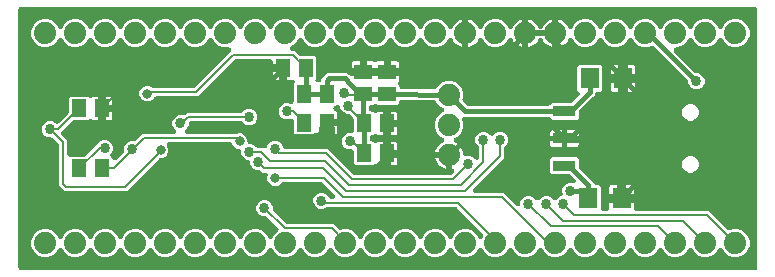
<source format=gbr>
G04 EAGLE Gerber RS-274X export*
G75*
%MOMM*%
%FSLAX34Y34*%
%LPD*%
%INBottom Copper*%
%IPPOS*%
%AMOC8*
5,1,8,0,0,1.08239X$1,22.5*%
G01*
%ADD10R,1.500000X1.300000*%
%ADD11R,1.600000X1.800000*%
%ADD12R,1.300000X1.500000*%
%ADD13R,1.900000X0.900000*%
%ADD14R,1.900000X3.200000*%
%ADD15C,1.879600*%
%ADD16C,0.406400*%
%ADD17C,0.858000*%
%ADD18C,0.203200*%
%ADD19C,0.808000*%

G36*
X625876Y2543D02*
X625876Y2543D01*
X625894Y2541D01*
X626076Y2562D01*
X626259Y2581D01*
X626276Y2586D01*
X626293Y2588D01*
X626468Y2645D01*
X626644Y2699D01*
X626659Y2707D01*
X626676Y2713D01*
X626836Y2803D01*
X626998Y2891D01*
X627011Y2902D01*
X627027Y2911D01*
X627166Y3031D01*
X627307Y3148D01*
X627318Y3162D01*
X627332Y3174D01*
X627444Y3319D01*
X627559Y3462D01*
X627567Y3478D01*
X627578Y3492D01*
X627660Y3657D01*
X627745Y3819D01*
X627750Y3836D01*
X627758Y3852D01*
X627805Y4031D01*
X627856Y4206D01*
X627858Y4224D01*
X627862Y4241D01*
X627889Y4572D01*
X627889Y223928D01*
X627887Y223946D01*
X627889Y223964D01*
X627868Y224146D01*
X627849Y224329D01*
X627844Y224346D01*
X627842Y224363D01*
X627785Y224538D01*
X627731Y224714D01*
X627723Y224729D01*
X627717Y224746D01*
X627627Y224906D01*
X627539Y225068D01*
X627528Y225081D01*
X627519Y225097D01*
X627399Y225236D01*
X627282Y225377D01*
X627268Y225388D01*
X627256Y225402D01*
X627111Y225514D01*
X626968Y225629D01*
X626952Y225637D01*
X626938Y225648D01*
X626773Y225730D01*
X626611Y225815D01*
X626594Y225820D01*
X626578Y225828D01*
X626399Y225875D01*
X626224Y225926D01*
X626206Y225928D01*
X626189Y225932D01*
X625858Y225959D01*
X4572Y225959D01*
X4554Y225957D01*
X4536Y225959D01*
X4354Y225938D01*
X4171Y225919D01*
X4154Y225914D01*
X4137Y225912D01*
X3962Y225855D01*
X3786Y225801D01*
X3771Y225793D01*
X3754Y225787D01*
X3594Y225697D01*
X3432Y225609D01*
X3419Y225598D01*
X3403Y225589D01*
X3264Y225469D01*
X3123Y225352D01*
X3112Y225338D01*
X3098Y225326D01*
X2986Y225181D01*
X2871Y225038D01*
X2863Y225022D01*
X2852Y225008D01*
X2770Y224843D01*
X2685Y224681D01*
X2680Y224664D01*
X2672Y224648D01*
X2625Y224469D01*
X2574Y224294D01*
X2572Y224276D01*
X2568Y224259D01*
X2541Y223928D01*
X2541Y4572D01*
X2543Y4554D01*
X2541Y4536D01*
X2562Y4354D01*
X2581Y4171D01*
X2586Y4154D01*
X2588Y4137D01*
X2645Y3962D01*
X2699Y3786D01*
X2707Y3771D01*
X2713Y3754D01*
X2803Y3594D01*
X2891Y3432D01*
X2902Y3419D01*
X2911Y3403D01*
X3031Y3264D01*
X3148Y3123D01*
X3162Y3112D01*
X3174Y3098D01*
X3319Y2986D01*
X3462Y2871D01*
X3478Y2863D01*
X3492Y2852D01*
X3657Y2770D01*
X3819Y2685D01*
X3836Y2680D01*
X3852Y2672D01*
X4031Y2625D01*
X4206Y2574D01*
X4224Y2572D01*
X4241Y2568D01*
X4572Y2541D01*
X625858Y2541D01*
X625876Y2543D01*
G37*
%LPC*%
G36*
X23025Y13461D02*
X23025Y13461D01*
X18637Y15279D01*
X15279Y18637D01*
X13461Y23025D01*
X13461Y27775D01*
X15279Y32163D01*
X18637Y35521D01*
X23025Y37339D01*
X27775Y37339D01*
X32163Y35521D01*
X35521Y32163D01*
X36223Y30467D01*
X36228Y30460D01*
X36230Y30451D01*
X36322Y30283D01*
X36414Y30113D01*
X36419Y30106D01*
X36424Y30098D01*
X36546Y29952D01*
X36670Y29802D01*
X36677Y29797D01*
X36683Y29790D01*
X36832Y29671D01*
X36983Y29548D01*
X36991Y29544D01*
X36998Y29539D01*
X37166Y29452D01*
X37339Y29361D01*
X37348Y29359D01*
X37356Y29355D01*
X37539Y29303D01*
X37726Y29248D01*
X37735Y29248D01*
X37743Y29245D01*
X37934Y29230D01*
X38127Y29214D01*
X38136Y29215D01*
X38144Y29214D01*
X38335Y29237D01*
X38527Y29259D01*
X38535Y29262D01*
X38544Y29263D01*
X38725Y29322D01*
X38910Y29382D01*
X38918Y29386D01*
X38926Y29389D01*
X39093Y29484D01*
X39262Y29578D01*
X39268Y29584D01*
X39276Y29589D01*
X39422Y29716D01*
X39567Y29840D01*
X39573Y29847D01*
X39580Y29853D01*
X39696Y30005D01*
X39816Y30157D01*
X39820Y30165D01*
X39825Y30172D01*
X39977Y30467D01*
X40679Y32163D01*
X44037Y35521D01*
X48425Y37339D01*
X53175Y37339D01*
X57563Y35521D01*
X60921Y32163D01*
X61623Y30467D01*
X61628Y30460D01*
X61630Y30451D01*
X61722Y30283D01*
X61814Y30113D01*
X61819Y30106D01*
X61824Y30098D01*
X61946Y29952D01*
X62070Y29802D01*
X62077Y29797D01*
X62083Y29790D01*
X62232Y29671D01*
X62383Y29548D01*
X62391Y29544D01*
X62398Y29539D01*
X62566Y29452D01*
X62739Y29361D01*
X62748Y29359D01*
X62756Y29355D01*
X62939Y29303D01*
X63126Y29248D01*
X63135Y29248D01*
X63143Y29245D01*
X63334Y29230D01*
X63527Y29214D01*
X63536Y29215D01*
X63544Y29214D01*
X63735Y29237D01*
X63927Y29259D01*
X63935Y29262D01*
X63944Y29263D01*
X64125Y29322D01*
X64310Y29382D01*
X64318Y29386D01*
X64326Y29389D01*
X64493Y29484D01*
X64662Y29578D01*
X64668Y29584D01*
X64676Y29589D01*
X64822Y29716D01*
X64967Y29840D01*
X64973Y29847D01*
X64980Y29853D01*
X65096Y30005D01*
X65216Y30157D01*
X65220Y30165D01*
X65225Y30172D01*
X65377Y30467D01*
X66079Y32163D01*
X69437Y35521D01*
X73825Y37339D01*
X78575Y37339D01*
X82963Y35521D01*
X86321Y32163D01*
X87023Y30467D01*
X87028Y30460D01*
X87030Y30451D01*
X87122Y30283D01*
X87214Y30113D01*
X87219Y30106D01*
X87224Y30098D01*
X87346Y29952D01*
X87470Y29802D01*
X87477Y29797D01*
X87483Y29790D01*
X87632Y29671D01*
X87783Y29548D01*
X87791Y29544D01*
X87798Y29539D01*
X87966Y29452D01*
X88139Y29361D01*
X88148Y29359D01*
X88156Y29355D01*
X88339Y29303D01*
X88526Y29248D01*
X88535Y29248D01*
X88543Y29245D01*
X88734Y29230D01*
X88927Y29214D01*
X88936Y29215D01*
X88944Y29214D01*
X89135Y29237D01*
X89327Y29259D01*
X89335Y29262D01*
X89344Y29263D01*
X89525Y29322D01*
X89710Y29382D01*
X89718Y29386D01*
X89726Y29389D01*
X89893Y29484D01*
X90062Y29578D01*
X90068Y29584D01*
X90076Y29589D01*
X90222Y29716D01*
X90367Y29840D01*
X90373Y29847D01*
X90380Y29853D01*
X90496Y30005D01*
X90616Y30157D01*
X90620Y30165D01*
X90625Y30172D01*
X90777Y30467D01*
X91479Y32163D01*
X94837Y35521D01*
X99225Y37339D01*
X103975Y37339D01*
X108363Y35521D01*
X111721Y32163D01*
X112423Y30467D01*
X112428Y30460D01*
X112430Y30451D01*
X112522Y30283D01*
X112614Y30113D01*
X112619Y30106D01*
X112624Y30098D01*
X112746Y29952D01*
X112870Y29802D01*
X112877Y29797D01*
X112883Y29790D01*
X113032Y29671D01*
X113183Y29548D01*
X113191Y29544D01*
X113198Y29539D01*
X113366Y29452D01*
X113539Y29361D01*
X113548Y29359D01*
X113556Y29355D01*
X113739Y29303D01*
X113926Y29248D01*
X113935Y29248D01*
X113943Y29245D01*
X114134Y29230D01*
X114327Y29214D01*
X114336Y29215D01*
X114344Y29214D01*
X114535Y29237D01*
X114727Y29259D01*
X114735Y29262D01*
X114744Y29263D01*
X114925Y29322D01*
X115110Y29382D01*
X115118Y29386D01*
X115126Y29389D01*
X115293Y29484D01*
X115462Y29578D01*
X115468Y29584D01*
X115476Y29589D01*
X115622Y29716D01*
X115767Y29840D01*
X115773Y29847D01*
X115780Y29853D01*
X115896Y30005D01*
X116016Y30157D01*
X116020Y30165D01*
X116025Y30172D01*
X116177Y30467D01*
X116879Y32163D01*
X120237Y35521D01*
X124625Y37339D01*
X129375Y37339D01*
X133763Y35521D01*
X137121Y32163D01*
X137823Y30467D01*
X137828Y30460D01*
X137830Y30451D01*
X137922Y30283D01*
X138014Y30113D01*
X138019Y30106D01*
X138024Y30098D01*
X138146Y29952D01*
X138270Y29802D01*
X138277Y29797D01*
X138283Y29790D01*
X138432Y29671D01*
X138583Y29548D01*
X138591Y29544D01*
X138598Y29539D01*
X138766Y29452D01*
X138939Y29361D01*
X138948Y29359D01*
X138956Y29355D01*
X139139Y29303D01*
X139326Y29248D01*
X139335Y29248D01*
X139343Y29245D01*
X139534Y29230D01*
X139727Y29214D01*
X139736Y29215D01*
X139744Y29214D01*
X139935Y29237D01*
X140127Y29259D01*
X140135Y29262D01*
X140144Y29263D01*
X140325Y29322D01*
X140510Y29382D01*
X140518Y29386D01*
X140526Y29389D01*
X140693Y29484D01*
X140862Y29578D01*
X140868Y29584D01*
X140876Y29589D01*
X141022Y29716D01*
X141167Y29840D01*
X141173Y29847D01*
X141180Y29853D01*
X141296Y30005D01*
X141416Y30157D01*
X141420Y30165D01*
X141425Y30172D01*
X141577Y30467D01*
X142279Y32163D01*
X145637Y35521D01*
X150025Y37339D01*
X154775Y37339D01*
X159163Y35521D01*
X162521Y32163D01*
X163223Y30467D01*
X163228Y30460D01*
X163230Y30451D01*
X163322Y30283D01*
X163414Y30113D01*
X163419Y30106D01*
X163424Y30098D01*
X163546Y29952D01*
X163670Y29802D01*
X163677Y29797D01*
X163683Y29790D01*
X163832Y29671D01*
X163983Y29548D01*
X163991Y29544D01*
X163998Y29539D01*
X164166Y29452D01*
X164339Y29361D01*
X164348Y29359D01*
X164356Y29355D01*
X164539Y29303D01*
X164726Y29248D01*
X164735Y29248D01*
X164743Y29245D01*
X164934Y29230D01*
X165127Y29214D01*
X165136Y29215D01*
X165144Y29214D01*
X165335Y29237D01*
X165527Y29259D01*
X165535Y29262D01*
X165544Y29263D01*
X165725Y29322D01*
X165910Y29382D01*
X165918Y29386D01*
X165926Y29389D01*
X166093Y29484D01*
X166262Y29578D01*
X166268Y29584D01*
X166276Y29589D01*
X166422Y29716D01*
X166567Y29840D01*
X166573Y29847D01*
X166580Y29853D01*
X166696Y30005D01*
X166816Y30157D01*
X166820Y30165D01*
X166825Y30172D01*
X166977Y30467D01*
X167679Y32163D01*
X171037Y35521D01*
X175425Y37339D01*
X180175Y37339D01*
X184563Y35521D01*
X187921Y32163D01*
X188623Y30467D01*
X188628Y30460D01*
X188630Y30451D01*
X188722Y30283D01*
X188814Y30113D01*
X188819Y30106D01*
X188824Y30098D01*
X188946Y29952D01*
X189070Y29802D01*
X189077Y29797D01*
X189083Y29790D01*
X189232Y29671D01*
X189383Y29548D01*
X189391Y29544D01*
X189398Y29539D01*
X189566Y29452D01*
X189739Y29361D01*
X189748Y29359D01*
X189756Y29355D01*
X189939Y29303D01*
X190126Y29248D01*
X190135Y29248D01*
X190143Y29245D01*
X190334Y29230D01*
X190527Y29214D01*
X190536Y29215D01*
X190544Y29214D01*
X190735Y29237D01*
X190927Y29259D01*
X190935Y29262D01*
X190944Y29263D01*
X191125Y29322D01*
X191310Y29382D01*
X191318Y29386D01*
X191326Y29389D01*
X191493Y29484D01*
X191662Y29578D01*
X191668Y29584D01*
X191676Y29589D01*
X191822Y29716D01*
X191967Y29840D01*
X191973Y29847D01*
X191980Y29853D01*
X192096Y30005D01*
X192216Y30157D01*
X192220Y30165D01*
X192225Y30172D01*
X192377Y30467D01*
X193079Y32163D01*
X196437Y35521D01*
X200825Y37339D01*
X205575Y37339D01*
X209963Y35521D01*
X213321Y32163D01*
X214023Y30467D01*
X214028Y30460D01*
X214030Y30451D01*
X214122Y30283D01*
X214214Y30113D01*
X214219Y30106D01*
X214224Y30098D01*
X214346Y29952D01*
X214470Y29802D01*
X214477Y29797D01*
X214483Y29790D01*
X214632Y29671D01*
X214783Y29548D01*
X214791Y29544D01*
X214798Y29539D01*
X214966Y29452D01*
X215139Y29361D01*
X215148Y29359D01*
X215156Y29355D01*
X215339Y29303D01*
X215526Y29248D01*
X215535Y29248D01*
X215543Y29245D01*
X215734Y29230D01*
X215927Y29214D01*
X215936Y29215D01*
X215944Y29214D01*
X216135Y29237D01*
X216327Y29259D01*
X216335Y29262D01*
X216344Y29263D01*
X216525Y29322D01*
X216710Y29382D01*
X216718Y29386D01*
X216726Y29389D01*
X216893Y29484D01*
X217062Y29578D01*
X217068Y29584D01*
X217076Y29589D01*
X217222Y29716D01*
X217367Y29840D01*
X217373Y29847D01*
X217380Y29853D01*
X217496Y30005D01*
X217616Y30157D01*
X217620Y30165D01*
X217625Y30172D01*
X217777Y30467D01*
X218479Y32163D01*
X221993Y35677D01*
X222039Y35716D01*
X222184Y35836D01*
X222192Y35846D01*
X222203Y35855D01*
X222319Y36003D01*
X222438Y36148D01*
X222444Y36160D01*
X222452Y36171D01*
X222538Y36339D01*
X222625Y36505D01*
X222629Y36518D01*
X222635Y36530D01*
X222685Y36711D01*
X222738Y36891D01*
X222739Y36905D01*
X222743Y36918D01*
X222756Y37105D01*
X222773Y37292D01*
X222771Y37306D01*
X222772Y37319D01*
X222749Y37506D01*
X222728Y37692D01*
X222723Y37705D01*
X222722Y37719D01*
X222662Y37896D01*
X222604Y38076D01*
X222598Y38087D01*
X222593Y38100D01*
X222500Y38263D01*
X222408Y38427D01*
X222399Y38437D01*
X222393Y38449D01*
X222178Y38702D01*
X213216Y47664D01*
X213195Y47681D01*
X213177Y47702D01*
X213040Y47809D01*
X212904Y47919D01*
X212881Y47932D01*
X212859Y47948D01*
X212702Y48026D01*
X212548Y48108D01*
X212523Y48116D01*
X212499Y48128D01*
X212329Y48173D01*
X212163Y48223D01*
X212136Y48225D01*
X212110Y48232D01*
X211779Y48259D01*
X209461Y48259D01*
X206951Y49299D01*
X205029Y51221D01*
X203989Y53731D01*
X203989Y56449D01*
X205029Y58959D01*
X206951Y60881D01*
X209461Y61921D01*
X212179Y61921D01*
X214689Y60881D01*
X216611Y58959D01*
X217651Y56449D01*
X217651Y54131D01*
X217653Y54104D01*
X217651Y54077D01*
X217673Y53903D01*
X217691Y53730D01*
X217698Y53705D01*
X217702Y53678D01*
X217757Y53512D01*
X217809Y53345D01*
X217822Y53322D01*
X217830Y53296D01*
X217917Y53145D01*
X218001Y52991D01*
X218018Y52971D01*
X218031Y52947D01*
X218246Y52694D01*
X228688Y42252D01*
X228709Y42235D01*
X228727Y42214D01*
X228864Y42107D01*
X229000Y41997D01*
X229023Y41984D01*
X229045Y41968D01*
X229202Y41890D01*
X229356Y41808D01*
X229381Y41800D01*
X229405Y41788D01*
X229575Y41743D01*
X229741Y41693D01*
X229768Y41691D01*
X229794Y41684D01*
X230125Y41657D01*
X269443Y41657D01*
X273758Y37342D01*
X273775Y37328D01*
X273789Y37311D01*
X273930Y37201D01*
X274069Y37087D01*
X274089Y37077D01*
X274106Y37063D01*
X274267Y36983D01*
X274425Y36899D01*
X274446Y36892D01*
X274466Y36882D01*
X274639Y36835D01*
X274811Y36784D01*
X274833Y36782D01*
X274854Y36776D01*
X275033Y36764D01*
X275212Y36748D01*
X275234Y36750D01*
X275256Y36748D01*
X275434Y36772D01*
X275612Y36791D01*
X275633Y36798D01*
X275655Y36801D01*
X275971Y36902D01*
X277025Y37339D01*
X281775Y37339D01*
X286163Y35521D01*
X289521Y32163D01*
X290223Y30467D01*
X290228Y30460D01*
X290230Y30451D01*
X290323Y30281D01*
X290414Y30113D01*
X290419Y30106D01*
X290424Y30098D01*
X290548Y29949D01*
X290670Y29802D01*
X290677Y29797D01*
X290683Y29790D01*
X290834Y29669D01*
X290983Y29548D01*
X290990Y29544D01*
X290998Y29539D01*
X291170Y29450D01*
X291339Y29361D01*
X291348Y29359D01*
X291356Y29355D01*
X291540Y29303D01*
X291726Y29248D01*
X291735Y29248D01*
X291743Y29245D01*
X291934Y29230D01*
X292127Y29214D01*
X292136Y29215D01*
X292144Y29214D01*
X292336Y29237D01*
X292527Y29259D01*
X292535Y29262D01*
X292544Y29263D01*
X292726Y29323D01*
X292910Y29382D01*
X292918Y29386D01*
X292926Y29389D01*
X293092Y29484D01*
X293262Y29578D01*
X293268Y29584D01*
X293276Y29589D01*
X293420Y29714D01*
X293567Y29840D01*
X293573Y29847D01*
X293580Y29853D01*
X293697Y30005D01*
X293816Y30157D01*
X293820Y30165D01*
X293825Y30172D01*
X293977Y30467D01*
X294679Y32163D01*
X298037Y35521D01*
X302425Y37339D01*
X307175Y37339D01*
X311563Y35521D01*
X314921Y32163D01*
X315623Y30467D01*
X315628Y30460D01*
X315630Y30451D01*
X315723Y30281D01*
X315814Y30113D01*
X315819Y30106D01*
X315824Y30098D01*
X315948Y29949D01*
X316070Y29802D01*
X316077Y29797D01*
X316083Y29790D01*
X316234Y29669D01*
X316383Y29548D01*
X316390Y29544D01*
X316398Y29539D01*
X316570Y29450D01*
X316739Y29361D01*
X316748Y29359D01*
X316756Y29355D01*
X316940Y29303D01*
X317126Y29248D01*
X317135Y29248D01*
X317143Y29245D01*
X317334Y29230D01*
X317527Y29214D01*
X317536Y29215D01*
X317544Y29214D01*
X317736Y29237D01*
X317927Y29259D01*
X317935Y29262D01*
X317944Y29263D01*
X318126Y29323D01*
X318310Y29382D01*
X318318Y29386D01*
X318326Y29389D01*
X318492Y29484D01*
X318662Y29578D01*
X318668Y29584D01*
X318676Y29589D01*
X318820Y29714D01*
X318967Y29840D01*
X318973Y29847D01*
X318980Y29853D01*
X319097Y30005D01*
X319216Y30157D01*
X319220Y30165D01*
X319225Y30172D01*
X319377Y30467D01*
X320079Y32163D01*
X323437Y35521D01*
X327825Y37339D01*
X332575Y37339D01*
X336963Y35521D01*
X340321Y32163D01*
X341023Y30467D01*
X341028Y30460D01*
X341030Y30451D01*
X341123Y30281D01*
X341214Y30113D01*
X341219Y30106D01*
X341224Y30098D01*
X341348Y29949D01*
X341470Y29802D01*
X341477Y29797D01*
X341483Y29790D01*
X341634Y29669D01*
X341783Y29548D01*
X341790Y29544D01*
X341798Y29539D01*
X341970Y29450D01*
X342139Y29361D01*
X342148Y29359D01*
X342156Y29355D01*
X342340Y29303D01*
X342526Y29248D01*
X342535Y29248D01*
X342543Y29245D01*
X342734Y29230D01*
X342927Y29214D01*
X342936Y29215D01*
X342944Y29214D01*
X343136Y29237D01*
X343327Y29259D01*
X343335Y29262D01*
X343344Y29263D01*
X343526Y29323D01*
X343710Y29382D01*
X343718Y29386D01*
X343726Y29389D01*
X343892Y29484D01*
X344062Y29578D01*
X344068Y29584D01*
X344076Y29589D01*
X344220Y29714D01*
X344367Y29840D01*
X344373Y29847D01*
X344380Y29853D01*
X344497Y30005D01*
X344616Y30157D01*
X344620Y30165D01*
X344625Y30172D01*
X344777Y30467D01*
X345479Y32163D01*
X348837Y35521D01*
X353225Y37339D01*
X357975Y37339D01*
X362363Y35521D01*
X365721Y32163D01*
X366423Y30467D01*
X366428Y30460D01*
X366430Y30451D01*
X366523Y30281D01*
X366614Y30113D01*
X366619Y30106D01*
X366624Y30098D01*
X366748Y29949D01*
X366870Y29802D01*
X366877Y29797D01*
X366883Y29790D01*
X367034Y29669D01*
X367183Y29548D01*
X367190Y29544D01*
X367198Y29539D01*
X367370Y29450D01*
X367539Y29361D01*
X367548Y29359D01*
X367556Y29355D01*
X367740Y29303D01*
X367926Y29248D01*
X367935Y29248D01*
X367943Y29245D01*
X368134Y29230D01*
X368327Y29214D01*
X368336Y29215D01*
X368344Y29214D01*
X368536Y29237D01*
X368727Y29259D01*
X368735Y29262D01*
X368744Y29263D01*
X368926Y29323D01*
X369110Y29382D01*
X369118Y29386D01*
X369126Y29389D01*
X369292Y29484D01*
X369462Y29578D01*
X369468Y29584D01*
X369476Y29589D01*
X369620Y29714D01*
X369767Y29840D01*
X369773Y29847D01*
X369780Y29853D01*
X369897Y30005D01*
X370016Y30157D01*
X370020Y30165D01*
X370025Y30172D01*
X370177Y30467D01*
X370879Y32163D01*
X374237Y35521D01*
X378625Y37339D01*
X383375Y37339D01*
X387763Y35521D01*
X391121Y32163D01*
X391823Y30467D01*
X391828Y30460D01*
X391830Y30451D01*
X391923Y30281D01*
X392014Y30113D01*
X392019Y30106D01*
X392024Y30098D01*
X392148Y29949D01*
X392270Y29802D01*
X392277Y29797D01*
X392283Y29790D01*
X392433Y29670D01*
X392583Y29548D01*
X392591Y29544D01*
X392598Y29539D01*
X392769Y29451D01*
X392939Y29361D01*
X392948Y29359D01*
X392956Y29355D01*
X393141Y29302D01*
X393326Y29248D01*
X393334Y29248D01*
X393343Y29245D01*
X393536Y29230D01*
X393727Y29214D01*
X393736Y29215D01*
X393744Y29214D01*
X393936Y29237D01*
X394127Y29259D01*
X394135Y29262D01*
X394144Y29263D01*
X394326Y29323D01*
X394510Y29382D01*
X394518Y29386D01*
X394526Y29389D01*
X394692Y29484D01*
X394862Y29578D01*
X394868Y29584D01*
X394876Y29589D01*
X395021Y29715D01*
X395167Y29840D01*
X395173Y29847D01*
X395180Y29853D01*
X395298Y30007D01*
X395416Y30157D01*
X395420Y30165D01*
X395425Y30172D01*
X395577Y30467D01*
X396014Y31523D01*
X396020Y31544D01*
X396030Y31564D01*
X396078Y31737D01*
X396130Y31908D01*
X396132Y31930D01*
X396138Y31952D01*
X396151Y32131D01*
X396168Y32309D01*
X396166Y32331D01*
X396168Y32354D01*
X396145Y32532D01*
X396127Y32710D01*
X396120Y32731D01*
X396117Y32753D01*
X396060Y32923D01*
X396007Y33094D01*
X395996Y33114D01*
X395989Y33135D01*
X395900Y33290D01*
X395814Y33447D01*
X395799Y33464D01*
X395788Y33484D01*
X395573Y33737D01*
X373772Y55538D01*
X373751Y55555D01*
X373733Y55576D01*
X373596Y55683D01*
X373460Y55793D01*
X373437Y55806D01*
X373415Y55822D01*
X373258Y55900D01*
X373104Y55982D01*
X373079Y55990D01*
X373055Y56002D01*
X372885Y56047D01*
X372719Y56097D01*
X372692Y56099D01*
X372666Y56106D01*
X372335Y56133D01*
X264219Y56133D01*
X264192Y56131D01*
X264165Y56133D01*
X263992Y56111D01*
X263818Y56093D01*
X263793Y56086D01*
X263766Y56082D01*
X263600Y56027D01*
X263433Y55975D01*
X263410Y55962D01*
X263384Y55954D01*
X263233Y55867D01*
X263079Y55783D01*
X263059Y55766D01*
X263035Y55753D01*
X263007Y55729D01*
X261718Y55195D01*
X260439Y54665D01*
X257721Y54665D01*
X255211Y55705D01*
X253289Y57627D01*
X252249Y60137D01*
X252249Y62855D01*
X253289Y65365D01*
X255211Y67287D01*
X257721Y68327D01*
X260439Y68327D01*
X262949Y67287D01*
X264871Y65365D01*
X265229Y64501D01*
X265239Y64481D01*
X265246Y64460D01*
X265334Y64304D01*
X265419Y64146D01*
X265433Y64129D01*
X265444Y64109D01*
X265561Y63973D01*
X265676Y63835D01*
X265693Y63821D01*
X265707Y63804D01*
X265849Y63695D01*
X265988Y63582D01*
X266008Y63571D01*
X266026Y63558D01*
X266186Y63478D01*
X266345Y63395D01*
X266366Y63388D01*
X266386Y63378D01*
X266559Y63332D01*
X266731Y63282D01*
X266753Y63280D01*
X266775Y63274D01*
X267106Y63247D01*
X268703Y63247D01*
X268712Y63248D01*
X268721Y63247D01*
X268915Y63268D01*
X269104Y63287D01*
X269112Y63289D01*
X269121Y63290D01*
X269305Y63348D01*
X269489Y63405D01*
X269497Y63409D01*
X269505Y63412D01*
X269673Y63504D01*
X269843Y63597D01*
X269850Y63602D01*
X269858Y63607D01*
X270005Y63731D01*
X270152Y63854D01*
X270158Y63861D01*
X270165Y63867D01*
X270284Y64019D01*
X270405Y64168D01*
X270409Y64176D01*
X270414Y64183D01*
X270502Y64356D01*
X270590Y64525D01*
X270593Y64534D01*
X270597Y64542D01*
X270649Y64728D01*
X270701Y64912D01*
X270702Y64921D01*
X270705Y64930D01*
X270719Y65121D01*
X270734Y65314D01*
X270733Y65322D01*
X270734Y65331D01*
X270710Y65524D01*
X270687Y65713D01*
X270685Y65722D01*
X270684Y65731D01*
X270622Y65914D01*
X270563Y66096D01*
X270558Y66104D01*
X270555Y66112D01*
X270459Y66279D01*
X270365Y66447D01*
X270359Y66454D01*
X270354Y66461D01*
X270140Y66714D01*
X260234Y76620D01*
X260213Y76637D01*
X260195Y76658D01*
X260058Y76765D01*
X259922Y76875D01*
X259899Y76888D01*
X259877Y76904D01*
X259720Y76982D01*
X259566Y77064D01*
X259541Y77072D01*
X259517Y77084D01*
X259347Y77129D01*
X259181Y77179D01*
X259154Y77181D01*
X259128Y77188D01*
X258797Y77215D01*
X226555Y77215D01*
X226529Y77213D01*
X226502Y77215D01*
X226328Y77193D01*
X226155Y77175D01*
X226129Y77168D01*
X226102Y77164D01*
X225937Y77109D01*
X225770Y77057D01*
X225746Y77044D01*
X225721Y77036D01*
X225569Y76949D01*
X225416Y76865D01*
X225395Y76848D01*
X225372Y76835D01*
X225119Y76620D01*
X223692Y75193D01*
X221273Y74191D01*
X218655Y74191D01*
X216236Y75193D01*
X214385Y77044D01*
X213383Y79463D01*
X213383Y82081D01*
X213571Y82535D01*
X213575Y82548D01*
X213581Y82559D01*
X213633Y82740D01*
X213688Y82920D01*
X213689Y82933D01*
X213693Y82946D01*
X213708Y83135D01*
X213726Y83321D01*
X213724Y83334D01*
X213726Y83348D01*
X213704Y83534D01*
X213684Y83721D01*
X213680Y83734D01*
X213679Y83747D01*
X213621Y83925D01*
X213564Y84106D01*
X213558Y84117D01*
X213554Y84130D01*
X213461Y84294D01*
X213371Y84459D01*
X213362Y84469D01*
X213356Y84481D01*
X213233Y84623D01*
X213112Y84767D01*
X213101Y84775D01*
X213093Y84786D01*
X212944Y84901D01*
X212797Y85018D01*
X212785Y85024D01*
X212775Y85032D01*
X212606Y85116D01*
X212439Y85202D01*
X212426Y85206D01*
X212414Y85212D01*
X212232Y85261D01*
X212052Y85312D01*
X212038Y85313D01*
X212025Y85316D01*
X211695Y85343D01*
X209347Y85343D01*
X208136Y86554D01*
X208115Y86571D01*
X208098Y86592D01*
X207960Y86699D01*
X207824Y86809D01*
X207801Y86822D01*
X207779Y86838D01*
X207623Y86916D01*
X207469Y86998D01*
X207443Y87006D01*
X207419Y87018D01*
X207250Y87063D01*
X207083Y87113D01*
X207056Y87115D01*
X207030Y87122D01*
X206699Y87149D01*
X204381Y87149D01*
X201871Y88189D01*
X199949Y90111D01*
X198909Y92621D01*
X198909Y94008D01*
X198907Y94026D01*
X198909Y94044D01*
X198888Y94226D01*
X198869Y94409D01*
X198864Y94426D01*
X198862Y94443D01*
X198806Y94617D01*
X198751Y94794D01*
X198743Y94809D01*
X198737Y94826D01*
X198647Y94986D01*
X198559Y95148D01*
X198548Y95161D01*
X198539Y95177D01*
X198419Y95316D01*
X198302Y95457D01*
X198288Y95468D01*
X198276Y95482D01*
X198131Y95594D01*
X197988Y95709D01*
X197972Y95717D01*
X197958Y95728D01*
X197793Y95810D01*
X197631Y95895D01*
X197614Y95900D01*
X197598Y95908D01*
X197419Y95955D01*
X197244Y96006D01*
X197226Y96008D01*
X197209Y96012D01*
X196878Y96039D01*
X196761Y96039D01*
X194251Y97079D01*
X192329Y99001D01*
X191289Y101511D01*
X191289Y103402D01*
X191287Y103420D01*
X191289Y103438D01*
X191268Y103620D01*
X191249Y103803D01*
X191244Y103820D01*
X191242Y103837D01*
X191185Y104012D01*
X191131Y104188D01*
X191123Y104203D01*
X191117Y104220D01*
X191027Y104380D01*
X190939Y104542D01*
X190928Y104555D01*
X190919Y104571D01*
X190799Y104710D01*
X190682Y104851D01*
X190668Y104862D01*
X190656Y104876D01*
X190511Y104988D01*
X190368Y105103D01*
X190352Y105111D01*
X190338Y105122D01*
X190173Y105204D01*
X190011Y105289D01*
X189994Y105294D01*
X189978Y105302D01*
X189799Y105349D01*
X189624Y105400D01*
X189606Y105402D01*
X189589Y105406D01*
X189258Y105433D01*
X188429Y105433D01*
X186010Y106435D01*
X184159Y108286D01*
X183556Y109743D01*
X183545Y109763D01*
X183538Y109784D01*
X183450Y109940D01*
X183365Y110098D01*
X183351Y110115D01*
X183340Y110135D01*
X183223Y110270D01*
X183109Y110409D01*
X183092Y110423D01*
X183077Y110440D01*
X182936Y110549D01*
X182796Y110662D01*
X182777Y110673D01*
X182759Y110686D01*
X182598Y110766D01*
X182440Y110849D01*
X182419Y110856D01*
X182398Y110866D01*
X182225Y110912D01*
X182053Y110962D01*
X182031Y110964D01*
X182010Y110970D01*
X181679Y110997D01*
X130184Y110997D01*
X130171Y110996D01*
X130157Y110997D01*
X129971Y110976D01*
X129784Y110957D01*
X129771Y110953D01*
X129757Y110952D01*
X129578Y110894D01*
X129399Y110839D01*
X129387Y110833D01*
X129374Y110829D01*
X129209Y110737D01*
X129045Y110647D01*
X129034Y110639D01*
X129023Y110632D01*
X128880Y110510D01*
X128735Y110390D01*
X128727Y110379D01*
X128717Y110371D01*
X128601Y110223D01*
X128483Y110076D01*
X128477Y110064D01*
X128469Y110054D01*
X128384Y109885D01*
X128297Y109719D01*
X128294Y109706D01*
X128288Y109694D01*
X128238Y109513D01*
X128186Y109332D01*
X128185Y109318D01*
X128181Y109305D01*
X128169Y109117D01*
X128153Y108930D01*
X128155Y108917D01*
X128154Y108904D01*
X128178Y108716D01*
X128200Y108531D01*
X128204Y108518D01*
X128206Y108505D01*
X128308Y108189D01*
X129390Y105576D01*
X129390Y102958D01*
X128388Y100539D01*
X126537Y98688D01*
X124118Y97686D01*
X122989Y97686D01*
X122962Y97684D01*
X122935Y97686D01*
X122761Y97664D01*
X122588Y97646D01*
X122563Y97639D01*
X122536Y97635D01*
X122370Y97580D01*
X122203Y97528D01*
X122180Y97515D01*
X122154Y97507D01*
X122003Y97420D01*
X121849Y97336D01*
X121829Y97319D01*
X121805Y97306D01*
X121552Y97091D01*
X94183Y69722D01*
X41453Y69722D01*
X36702Y74473D01*
X36702Y108556D01*
X36700Y108583D01*
X36702Y108610D01*
X36680Y108784D01*
X36662Y108957D01*
X36655Y108982D01*
X36651Y109009D01*
X36596Y109175D01*
X36544Y109342D01*
X36531Y109365D01*
X36523Y109391D01*
X36436Y109542D01*
X36352Y109696D01*
X36335Y109716D01*
X36322Y109740D01*
X36107Y109993D01*
X31606Y114494D01*
X31585Y114511D01*
X31567Y114532D01*
X31430Y114639D01*
X31294Y114749D01*
X31271Y114762D01*
X31249Y114778D01*
X31092Y114856D01*
X30938Y114938D01*
X30913Y114946D01*
X30889Y114958D01*
X30719Y115003D01*
X30553Y115053D01*
X30526Y115055D01*
X30500Y115062D01*
X30169Y115089D01*
X27851Y115089D01*
X25341Y116129D01*
X23419Y118051D01*
X22379Y120561D01*
X22379Y123279D01*
X23419Y125789D01*
X25341Y127711D01*
X27575Y128636D01*
X27851Y128751D01*
X30569Y128751D01*
X33079Y127711D01*
X33594Y127196D01*
X33608Y127185D01*
X33619Y127171D01*
X33763Y127058D01*
X33905Y126941D01*
X33921Y126933D01*
X33935Y126922D01*
X34100Y126838D01*
X34261Y126753D01*
X34278Y126748D01*
X34294Y126739D01*
X34472Y126690D01*
X34647Y126638D01*
X34665Y126636D01*
X34682Y126631D01*
X34865Y126618D01*
X35048Y126601D01*
X35066Y126603D01*
X35083Y126602D01*
X35265Y126625D01*
X35448Y126645D01*
X35465Y126650D01*
X35483Y126653D01*
X35657Y126711D01*
X35832Y126766D01*
X35848Y126775D01*
X35865Y126781D01*
X36024Y126873D01*
X36184Y126961D01*
X36198Y126973D01*
X36213Y126982D01*
X36466Y127196D01*
X44364Y135094D01*
X44381Y135115D01*
X44402Y135133D01*
X44509Y135270D01*
X44619Y135406D01*
X44632Y135429D01*
X44648Y135451D01*
X44726Y135608D01*
X44808Y135762D01*
X44816Y135787D01*
X44828Y135811D01*
X44873Y135981D01*
X44923Y136147D01*
X44925Y136174D01*
X44932Y136200D01*
X44959Y136531D01*
X44959Y148252D01*
X46448Y149741D01*
X61552Y149741D01*
X62064Y149229D01*
X62077Y149218D01*
X62089Y149205D01*
X62233Y149091D01*
X62375Y148974D01*
X62391Y148966D01*
X62405Y148955D01*
X62569Y148872D01*
X62731Y148786D01*
X62748Y148781D01*
X62764Y148773D01*
X62941Y148723D01*
X63117Y148671D01*
X63135Y148669D01*
X63152Y148665D01*
X63335Y148651D01*
X63518Y148635D01*
X63536Y148637D01*
X63553Y148635D01*
X63735Y148658D01*
X63918Y148678D01*
X63935Y148683D01*
X63953Y148686D01*
X64126Y148744D01*
X64302Y148799D01*
X64318Y148808D01*
X64334Y148814D01*
X64493Y148905D01*
X64654Y148994D01*
X64668Y149006D01*
X64683Y149015D01*
X64936Y149229D01*
X64940Y149233D01*
X65519Y149568D01*
X66165Y149741D01*
X69751Y149741D01*
X69751Y140918D01*
X69752Y140900D01*
X69751Y140883D01*
X69772Y140700D01*
X69791Y140518D01*
X69796Y140501D01*
X69798Y140483D01*
X69855Y140308D01*
X69909Y140133D01*
X69917Y140117D01*
X69923Y140100D01*
X70013Y139940D01*
X70100Y139779D01*
X70112Y139765D01*
X70121Y139749D01*
X70166Y139697D01*
X70081Y139592D01*
X70073Y139576D01*
X70062Y139562D01*
X69980Y139397D01*
X69895Y139234D01*
X69890Y139217D01*
X69882Y139201D01*
X69834Y139022D01*
X69784Y138848D01*
X69782Y138830D01*
X69778Y138813D01*
X69751Y138482D01*
X69751Y129659D01*
X66165Y129659D01*
X65519Y129832D01*
X64940Y130167D01*
X64936Y130171D01*
X64922Y130182D01*
X64911Y130195D01*
X64767Y130309D01*
X64625Y130426D01*
X64609Y130434D01*
X64595Y130445D01*
X64431Y130528D01*
X64269Y130614D01*
X64252Y130619D01*
X64236Y130627D01*
X64059Y130677D01*
X63883Y130729D01*
X63865Y130731D01*
X63848Y130735D01*
X63665Y130749D01*
X63482Y130765D01*
X63464Y130763D01*
X63447Y130765D01*
X63265Y130742D01*
X63082Y130722D01*
X63065Y130717D01*
X63047Y130714D01*
X62874Y130656D01*
X62698Y130601D01*
X62682Y130592D01*
X62666Y130586D01*
X62507Y130495D01*
X62346Y130406D01*
X62332Y130394D01*
X62317Y130385D01*
X62064Y130171D01*
X61552Y129659D01*
X49831Y129659D01*
X49804Y129657D01*
X49777Y129659D01*
X49603Y129637D01*
X49430Y129619D01*
X49405Y129612D01*
X49378Y129608D01*
X49212Y129553D01*
X49045Y129501D01*
X49022Y129488D01*
X48996Y129480D01*
X48845Y129393D01*
X48691Y129309D01*
X48671Y129292D01*
X48647Y129279D01*
X48394Y129064D01*
X40372Y121042D01*
X39181Y119851D01*
X39170Y119838D01*
X39156Y119826D01*
X39042Y119682D01*
X38926Y119540D01*
X38918Y119524D01*
X38907Y119510D01*
X38823Y119346D01*
X38738Y119184D01*
X38733Y119167D01*
X38724Y119151D01*
X38675Y118974D01*
X38623Y118798D01*
X38621Y118780D01*
X38616Y118763D01*
X38603Y118580D01*
X38586Y118397D01*
X38588Y118379D01*
X38587Y118362D01*
X38610Y118179D01*
X38630Y117997D01*
X38635Y117980D01*
X38637Y117962D01*
X38696Y117789D01*
X38751Y117613D01*
X38760Y117597D01*
X38766Y117581D01*
X38857Y117422D01*
X38946Y117261D01*
X38958Y117247D01*
X38967Y117232D01*
X39181Y116979D01*
X43816Y112344D01*
X43816Y100972D01*
X43818Y100954D01*
X43816Y100936D01*
X43837Y100754D01*
X43856Y100571D01*
X43861Y100554D01*
X43863Y100537D01*
X43920Y100362D01*
X43974Y100186D01*
X43982Y100171D01*
X43988Y100154D01*
X44078Y99994D01*
X44166Y99832D01*
X44177Y99819D01*
X44186Y99803D01*
X44306Y99664D01*
X44423Y99523D01*
X44437Y99512D01*
X44449Y99498D01*
X44594Y99386D01*
X44737Y99271D01*
X44753Y99263D01*
X44767Y99252D01*
X44932Y99170D01*
X45094Y99085D01*
X45111Y99080D01*
X45127Y99072D01*
X45306Y99025D01*
X45481Y98974D01*
X45499Y98972D01*
X45516Y98968D01*
X45847Y98941D01*
X58169Y98941D01*
X58196Y98943D01*
X58223Y98941D01*
X58397Y98963D01*
X58570Y98981D01*
X58596Y98988D01*
X58622Y98992D01*
X58788Y99047D01*
X58955Y99099D01*
X58979Y99112D01*
X59004Y99120D01*
X59155Y99207D01*
X59309Y99291D01*
X59329Y99308D01*
X59353Y99321D01*
X59606Y99536D01*
X69340Y109270D01*
X69360Y109294D01*
X69383Y109315D01*
X69487Y109449D01*
X69595Y109581D01*
X69610Y109609D01*
X69629Y109634D01*
X69771Y109911D01*
X71696Y111836D01*
X74206Y112876D01*
X76924Y112876D01*
X79434Y111836D01*
X81356Y109914D01*
X82396Y107404D01*
X82396Y104686D01*
X81356Y102176D01*
X80773Y101593D01*
X80762Y101579D01*
X80748Y101567D01*
X80634Y101424D01*
X80518Y101281D01*
X80509Y101266D01*
X80498Y101252D01*
X80416Y101089D01*
X80329Y100926D01*
X80324Y100908D01*
X80316Y100893D01*
X80267Y100716D01*
X80214Y100540D01*
X80213Y100522D01*
X80208Y100505D01*
X80195Y100322D01*
X80178Y100139D01*
X80180Y100121D01*
X80179Y100103D01*
X80202Y99921D01*
X80221Y99739D01*
X80227Y99722D01*
X80229Y99704D01*
X80288Y99529D01*
X80343Y99355D01*
X80352Y99339D01*
X80357Y99322D01*
X80449Y99163D01*
X80538Y99002D01*
X80549Y98989D01*
X80558Y98973D01*
X80773Y98720D01*
X82070Y97423D01*
X82081Y97314D01*
X82083Y97305D01*
X82084Y97297D01*
X82142Y97114D01*
X82199Y96929D01*
X82203Y96921D01*
X82206Y96913D01*
X82299Y96744D01*
X82391Y96575D01*
X82396Y96568D01*
X82401Y96560D01*
X82525Y96413D01*
X82648Y96266D01*
X82655Y96260D01*
X82661Y96253D01*
X82812Y96134D01*
X82962Y96013D01*
X82970Y96009D01*
X82977Y96004D01*
X83150Y95916D01*
X83319Y95828D01*
X83328Y95825D01*
X83336Y95821D01*
X83522Y95769D01*
X83706Y95717D01*
X83715Y95716D01*
X83724Y95713D01*
X83917Y95699D01*
X84108Y95684D01*
X84116Y95685D01*
X84125Y95684D01*
X84318Y95708D01*
X84507Y95731D01*
X84516Y95733D01*
X84525Y95734D01*
X84708Y95796D01*
X84890Y95855D01*
X84898Y95860D01*
X84906Y95863D01*
X85073Y95959D01*
X85241Y96053D01*
X85248Y96059D01*
X85255Y96064D01*
X85508Y96278D01*
X91634Y102404D01*
X91651Y102425D01*
X91672Y102443D01*
X91779Y102580D01*
X91889Y102716D01*
X91902Y102739D01*
X91918Y102761D01*
X91996Y102918D01*
X92078Y103072D01*
X92086Y103097D01*
X92098Y103121D01*
X92143Y103291D01*
X92193Y103457D01*
X92195Y103484D01*
X92202Y103510D01*
X92229Y103841D01*
X92229Y106769D01*
X93269Y109279D01*
X95191Y111201D01*
X97701Y112241D01*
X100781Y112241D01*
X100808Y112243D01*
X100835Y112241D01*
X101009Y112263D01*
X101182Y112281D01*
X101207Y112288D01*
X101234Y112292D01*
X101400Y112347D01*
X101567Y112399D01*
X101590Y112412D01*
X101616Y112420D01*
X101767Y112507D01*
X101921Y112591D01*
X101941Y112608D01*
X101965Y112621D01*
X102218Y112836D01*
X107493Y118111D01*
X134025Y118111D01*
X134034Y118112D01*
X134043Y118111D01*
X134235Y118132D01*
X134426Y118151D01*
X134434Y118153D01*
X134443Y118154D01*
X134626Y118212D01*
X134811Y118269D01*
X134819Y118273D01*
X134827Y118276D01*
X134996Y118369D01*
X135165Y118461D01*
X135172Y118466D01*
X135180Y118471D01*
X135326Y118595D01*
X135474Y118718D01*
X135480Y118725D01*
X135487Y118731D01*
X135606Y118883D01*
X135726Y119032D01*
X135731Y119040D01*
X135736Y119047D01*
X135824Y119219D01*
X135912Y119389D01*
X135914Y119398D01*
X135918Y119406D01*
X135970Y119592D01*
X136023Y119776D01*
X136024Y119785D01*
X136026Y119794D01*
X136040Y119984D01*
X136056Y120178D01*
X136055Y120186D01*
X136056Y120195D01*
X136032Y120388D01*
X136009Y120577D01*
X136007Y120586D01*
X136005Y120595D01*
X135944Y120778D01*
X135884Y120960D01*
X135880Y120968D01*
X135877Y120976D01*
X135783Y121139D01*
X135687Y121311D01*
X135681Y121318D01*
X135676Y121325D01*
X135462Y121578D01*
X133909Y123131D01*
X132869Y125641D01*
X132869Y128359D01*
X133909Y130869D01*
X135831Y132791D01*
X138341Y133831D01*
X141062Y133831D01*
X141229Y133784D01*
X141401Y133732D01*
X141423Y133730D01*
X141444Y133724D01*
X141624Y133711D01*
X141801Y133694D01*
X141824Y133696D01*
X141846Y133695D01*
X142025Y133717D01*
X142202Y133736D01*
X142223Y133742D01*
X142245Y133745D01*
X142416Y133802D01*
X142586Y133855D01*
X142606Y133866D01*
X142627Y133873D01*
X142782Y133963D01*
X142940Y134049D01*
X142957Y134063D01*
X142976Y134074D01*
X143229Y134289D01*
X144918Y135978D01*
X190834Y135978D01*
X190861Y135980D01*
X190888Y135978D01*
X191061Y136000D01*
X191235Y136018D01*
X191260Y136025D01*
X191287Y136029D01*
X191453Y136084D01*
X191620Y136136D01*
X191643Y136149D01*
X191669Y136157D01*
X191820Y136244D01*
X191974Y136327D01*
X191994Y136345D01*
X192018Y136358D01*
X192271Y136573D01*
X193910Y138212D01*
X196420Y139252D01*
X199138Y139252D01*
X201648Y138212D01*
X203570Y136290D01*
X204610Y133780D01*
X204610Y131062D01*
X203570Y128552D01*
X201648Y126630D01*
X199138Y125590D01*
X196420Y125590D01*
X193910Y126630D01*
X192271Y128269D01*
X192250Y128286D01*
X192232Y128306D01*
X192094Y128414D01*
X191959Y128524D01*
X191935Y128537D01*
X191914Y128553D01*
X191757Y128631D01*
X191603Y128713D01*
X191578Y128721D01*
X191554Y128733D01*
X191384Y128778D01*
X191217Y128828D01*
X191191Y128830D01*
X191165Y128837D01*
X190834Y128864D01*
X148706Y128864D01*
X148679Y128862D01*
X148652Y128864D01*
X148478Y128842D01*
X148305Y128824D01*
X148279Y128816D01*
X148253Y128813D01*
X148087Y128757D01*
X147920Y128706D01*
X147896Y128693D01*
X147871Y128685D01*
X147720Y128598D01*
X147566Y128514D01*
X147546Y128497D01*
X147522Y128484D01*
X147269Y128269D01*
X147126Y128126D01*
X147109Y128105D01*
X147088Y128087D01*
X146981Y127950D01*
X146871Y127814D01*
X146858Y127791D01*
X146842Y127769D01*
X146764Y127612D01*
X146682Y127458D01*
X146674Y127433D01*
X146662Y127409D01*
X146617Y127239D01*
X146567Y127073D01*
X146565Y127046D01*
X146558Y127020D01*
X146531Y126689D01*
X146531Y125641D01*
X145491Y123131D01*
X143938Y121578D01*
X143933Y121571D01*
X143926Y121566D01*
X143806Y121416D01*
X143683Y121267D01*
X143679Y121259D01*
X143674Y121252D01*
X143585Y121082D01*
X143495Y120911D01*
X143492Y120902D01*
X143488Y120895D01*
X143435Y120709D01*
X143380Y120525D01*
X143379Y120516D01*
X143377Y120508D01*
X143361Y120317D01*
X143344Y120124D01*
X143344Y120115D01*
X143344Y120106D01*
X143366Y119916D01*
X143387Y119724D01*
X143390Y119715D01*
X143391Y119707D01*
X143450Y119525D01*
X143508Y119340D01*
X143513Y119332D01*
X143516Y119324D01*
X143610Y119157D01*
X143703Y118988D01*
X143709Y118981D01*
X143713Y118973D01*
X143839Y118827D01*
X143964Y118681D01*
X143971Y118675D01*
X143977Y118668D01*
X144127Y118552D01*
X144280Y118431D01*
X144288Y118427D01*
X144295Y118422D01*
X144467Y118336D01*
X144639Y118249D01*
X144647Y118246D01*
X144655Y118242D01*
X144841Y118192D01*
X145026Y118141D01*
X145035Y118140D01*
X145044Y118138D01*
X145375Y118111D01*
X186856Y118111D01*
X186887Y118114D01*
X186919Y118112D01*
X187088Y118134D01*
X187257Y118151D01*
X187287Y118160D01*
X187318Y118164D01*
X187634Y118265D01*
X188429Y118595D01*
X191047Y118595D01*
X193466Y117593D01*
X195317Y115742D01*
X196319Y113323D01*
X196319Y111732D01*
X196321Y111714D01*
X196319Y111696D01*
X196340Y111514D01*
X196359Y111331D01*
X196364Y111314D01*
X196366Y111297D01*
X196423Y111122D01*
X196477Y110946D01*
X196485Y110931D01*
X196491Y110914D01*
X196581Y110754D01*
X196669Y110592D01*
X196680Y110579D01*
X196689Y110563D01*
X196809Y110424D01*
X196926Y110283D01*
X196940Y110272D01*
X196952Y110258D01*
X197097Y110146D01*
X197240Y110031D01*
X197256Y110023D01*
X197270Y110012D01*
X197435Y109930D01*
X197597Y109845D01*
X197614Y109840D01*
X197630Y109832D01*
X197809Y109785D01*
X197984Y109734D01*
X198002Y109732D01*
X198019Y109728D01*
X198350Y109701D01*
X199479Y109701D01*
X201989Y108661D01*
X203628Y107022D01*
X203649Y107005D01*
X203667Y106984D01*
X203805Y106877D01*
X203940Y106767D01*
X203964Y106754D01*
X203985Y106738D01*
X204142Y106660D01*
X204296Y106578D01*
X204321Y106570D01*
X204345Y106558D01*
X204515Y106513D01*
X204682Y106463D01*
X204708Y106461D01*
X204734Y106454D01*
X205065Y106427D01*
X209759Y106427D01*
X209880Y106330D01*
X210025Y106211D01*
X210037Y106205D01*
X210048Y106196D01*
X210214Y106111D01*
X210381Y106022D01*
X210394Y106018D01*
X210406Y106012D01*
X210585Y105962D01*
X210767Y105908D01*
X210780Y105906D01*
X210793Y105903D01*
X210979Y105888D01*
X211168Y105871D01*
X211181Y105873D01*
X211195Y105872D01*
X211380Y105894D01*
X211568Y105915D01*
X211581Y105919D01*
X211594Y105920D01*
X211772Y105979D01*
X211952Y106036D01*
X211964Y106043D01*
X211977Y106047D01*
X212140Y106140D01*
X212304Y106231D01*
X212315Y106240D01*
X212326Y106246D01*
X212468Y106370D01*
X212611Y106491D01*
X212620Y106502D01*
X212630Y106511D01*
X212744Y106659D01*
X212861Y106807D01*
X212867Y106819D01*
X212875Y106830D01*
X213027Y107125D01*
X213919Y109279D01*
X215841Y111201D01*
X218351Y112241D01*
X221069Y112241D01*
X223579Y111201D01*
X225501Y109279D01*
X226689Y106411D01*
X226700Y106391D01*
X226706Y106370D01*
X226795Y106214D01*
X226879Y106056D01*
X226893Y106039D01*
X226904Y106019D01*
X227021Y105884D01*
X227136Y105745D01*
X227153Y105731D01*
X227168Y105714D01*
X227309Y105605D01*
X227448Y105492D01*
X227468Y105481D01*
X227486Y105468D01*
X227646Y105388D01*
X227805Y105305D01*
X227826Y105298D01*
X227846Y105288D01*
X228020Y105242D01*
X228191Y105192D01*
X228213Y105190D01*
X228235Y105184D01*
X228566Y105157D01*
X264363Y105157D01*
X285545Y83975D01*
X285566Y83958D01*
X285583Y83938D01*
X285721Y83831D01*
X285856Y83720D01*
X285880Y83708D01*
X285901Y83691D01*
X286058Y83613D01*
X286212Y83532D01*
X286238Y83524D01*
X286262Y83512D01*
X286431Y83466D01*
X286598Y83417D01*
X286625Y83414D01*
X286650Y83407D01*
X286981Y83380D01*
X368339Y83380D01*
X368365Y83383D01*
X368392Y83381D01*
X368566Y83403D01*
X368740Y83420D01*
X368765Y83428D01*
X368792Y83431D01*
X368957Y83487D01*
X369124Y83538D01*
X369148Y83551D01*
X369173Y83560D01*
X369325Y83647D01*
X369478Y83730D01*
X369499Y83747D01*
X369522Y83761D01*
X369775Y83975D01*
X370942Y85142D01*
X371048Y85272D01*
X371159Y85398D01*
X371176Y85427D01*
X371197Y85453D01*
X371275Y85601D01*
X371359Y85748D01*
X371370Y85780D01*
X371385Y85809D01*
X371433Y85970D01*
X371487Y86130D01*
X371491Y86163D01*
X371500Y86195D01*
X371515Y86363D01*
X371536Y86529D01*
X371533Y86562D01*
X371537Y86596D01*
X371518Y86764D01*
X371506Y86931D01*
X371497Y86963D01*
X371493Y86996D01*
X371442Y87157D01*
X371397Y87318D01*
X371382Y87348D01*
X371372Y87380D01*
X371290Y87527D01*
X371214Y87677D01*
X371193Y87703D01*
X371177Y87732D01*
X371068Y87860D01*
X370963Y87992D01*
X370938Y88014D01*
X370916Y88039D01*
X370784Y88143D01*
X370656Y88252D01*
X370627Y88268D01*
X370600Y88289D01*
X370450Y88365D01*
X370303Y88446D01*
X370271Y88456D01*
X370241Y88471D01*
X370079Y88516D01*
X369919Y88567D01*
X369886Y88570D01*
X369854Y88579D01*
X369686Y88591D01*
X369569Y88604D01*
X369569Y99822D01*
X369567Y99840D01*
X369569Y99857D01*
X369548Y100040D01*
X369529Y100222D01*
X369524Y100239D01*
X369522Y100257D01*
X369465Y100432D01*
X369411Y100607D01*
X369403Y100623D01*
X369397Y100640D01*
X369307Y100800D01*
X369219Y100961D01*
X369208Y100975D01*
X369199Y100991D01*
X369079Y101130D01*
X368962Y101271D01*
X368948Y101282D01*
X368936Y101295D01*
X368791Y101408D01*
X368648Y101523D01*
X368632Y101531D01*
X368618Y101542D01*
X368453Y101624D01*
X368377Y101664D01*
X368291Y101816D01*
X368203Y101978D01*
X368192Y101991D01*
X368183Y102007D01*
X368063Y102145D01*
X367945Y102287D01*
X367932Y102298D01*
X367920Y102312D01*
X367775Y102424D01*
X367632Y102539D01*
X367616Y102547D01*
X367602Y102558D01*
X367437Y102640D01*
X367274Y102725D01*
X367257Y102730D01*
X367241Y102738D01*
X367063Y102785D01*
X366888Y102836D01*
X366870Y102838D01*
X366853Y102842D01*
X366522Y102869D01*
X355345Y102869D01*
X355385Y103126D01*
X355966Y104913D01*
X356819Y106587D01*
X357924Y108108D01*
X359252Y109436D01*
X360773Y110541D01*
X362106Y111220D01*
X362217Y111291D01*
X362331Y111354D01*
X362386Y111400D01*
X362445Y111438D01*
X362539Y111529D01*
X362639Y111613D01*
X362684Y111669D01*
X362735Y111718D01*
X362809Y111826D01*
X362890Y111928D01*
X362923Y111991D01*
X362963Y112049D01*
X363015Y112170D01*
X363074Y112286D01*
X363094Y112354D01*
X363122Y112420D01*
X363148Y112548D01*
X363184Y112673D01*
X363189Y112744D01*
X363204Y112814D01*
X363205Y112945D01*
X363215Y113075D01*
X363207Y113145D01*
X363207Y113216D01*
X363182Y113345D01*
X363166Y113474D01*
X363144Y113542D01*
X363131Y113612D01*
X363081Y113732D01*
X363040Y113857D01*
X363005Y113918D01*
X362978Y113984D01*
X362905Y114093D01*
X362841Y114206D01*
X362794Y114260D01*
X362754Y114319D01*
X362662Y114411D01*
X362576Y114510D01*
X362520Y114553D01*
X362469Y114603D01*
X362360Y114676D01*
X362257Y114755D01*
X362184Y114793D01*
X362134Y114826D01*
X362063Y114855D01*
X361962Y114907D01*
X360267Y115609D01*
X356909Y118967D01*
X355091Y123355D01*
X355091Y128105D01*
X356909Y132493D01*
X360267Y135851D01*
X361963Y136553D01*
X361970Y136558D01*
X361979Y136560D01*
X362149Y136653D01*
X362317Y136744D01*
X362324Y136749D01*
X362332Y136754D01*
X362481Y136878D01*
X362628Y137000D01*
X362633Y137007D01*
X362640Y137013D01*
X362761Y137164D01*
X362882Y137313D01*
X362886Y137320D01*
X362891Y137328D01*
X362980Y137500D01*
X363069Y137669D01*
X363071Y137678D01*
X363075Y137686D01*
X363127Y137870D01*
X363182Y138056D01*
X363182Y138065D01*
X363185Y138073D01*
X363200Y138264D01*
X363216Y138457D01*
X363215Y138466D01*
X363216Y138474D01*
X363193Y138666D01*
X363171Y138857D01*
X363168Y138865D01*
X363167Y138874D01*
X363107Y139056D01*
X363048Y139240D01*
X363044Y139248D01*
X363041Y139256D01*
X362946Y139422D01*
X362852Y139592D01*
X362846Y139598D01*
X362841Y139606D01*
X362716Y139750D01*
X362590Y139897D01*
X362583Y139903D01*
X362577Y139910D01*
X362425Y140027D01*
X362273Y140146D01*
X362265Y140150D01*
X362258Y140155D01*
X361963Y140307D01*
X360267Y141009D01*
X356909Y144367D01*
X356464Y145442D01*
X356460Y145449D01*
X356457Y145458D01*
X356364Y145627D01*
X356274Y145796D01*
X356268Y145803D01*
X356264Y145811D01*
X356139Y145959D01*
X356017Y146107D01*
X356010Y146112D01*
X356005Y146119D01*
X355853Y146240D01*
X355705Y146360D01*
X355697Y146365D01*
X355690Y146370D01*
X355518Y146458D01*
X355348Y146548D01*
X355340Y146550D01*
X355332Y146554D01*
X355147Y146606D01*
X354962Y146661D01*
X354953Y146661D01*
X354944Y146664D01*
X354614Y146695D01*
X327059Y147058D01*
X327028Y147055D01*
X326996Y147058D01*
X326827Y147038D01*
X326658Y147023D01*
X326628Y147014D01*
X326597Y147011D01*
X326434Y146958D01*
X326271Y146910D01*
X326244Y146896D01*
X326214Y146886D01*
X326065Y146802D01*
X325915Y146723D01*
X325890Y146703D01*
X325863Y146688D01*
X325734Y146577D01*
X325602Y146469D01*
X325582Y146445D01*
X325558Y146425D01*
X325454Y146290D01*
X325346Y146159D01*
X325331Y146131D01*
X325312Y146107D01*
X325236Y145954D01*
X325155Y145804D01*
X325146Y145774D01*
X325132Y145746D01*
X325088Y145581D01*
X325039Y145419D01*
X325036Y145388D01*
X325028Y145357D01*
X325001Y145027D01*
X325001Y144238D01*
X323512Y142749D01*
X306408Y142749D01*
X306236Y142921D01*
X306222Y142932D01*
X306211Y142945D01*
X306067Y143060D01*
X305925Y143176D01*
X305909Y143184D01*
X305895Y143195D01*
X305731Y143279D01*
X305569Y143364D01*
X305552Y143369D01*
X305536Y143377D01*
X305359Y143427D01*
X305183Y143479D01*
X305165Y143481D01*
X305148Y143485D01*
X304965Y143499D01*
X304782Y143515D01*
X304764Y143513D01*
X304747Y143515D01*
X304565Y143492D01*
X304382Y143472D01*
X304365Y143467D01*
X304347Y143464D01*
X304174Y143406D01*
X303998Y143351D01*
X303982Y143342D01*
X303966Y143336D01*
X303806Y143244D01*
X303646Y143156D01*
X303632Y143144D01*
X303617Y143135D01*
X303364Y142921D01*
X303192Y142749D01*
X301244Y142749D01*
X301226Y142747D01*
X301208Y142749D01*
X301026Y142728D01*
X300843Y142709D01*
X300826Y142704D01*
X300809Y142702D01*
X300634Y142645D01*
X300458Y142591D01*
X300443Y142583D01*
X300426Y142577D01*
X300266Y142487D01*
X300104Y142399D01*
X300091Y142388D01*
X300075Y142379D01*
X299936Y142259D01*
X299795Y142142D01*
X299784Y142128D01*
X299770Y142116D01*
X299658Y141971D01*
X299543Y141828D01*
X299535Y141812D01*
X299524Y141798D01*
X299442Y141633D01*
X299357Y141471D01*
X299352Y141454D01*
X299344Y141438D01*
X299297Y141259D01*
X299246Y141084D01*
X299244Y141066D01*
X299240Y141049D01*
X299213Y140718D01*
X299213Y139072D01*
X299215Y139054D01*
X299213Y139036D01*
X299234Y138854D01*
X299253Y138671D01*
X299258Y138654D01*
X299260Y138637D01*
X299317Y138462D01*
X299371Y138286D01*
X299379Y138271D01*
X299385Y138254D01*
X299475Y138094D01*
X299563Y137932D01*
X299574Y137919D01*
X299583Y137903D01*
X299703Y137764D01*
X299820Y137623D01*
X299834Y137612D01*
X299846Y137598D01*
X299991Y137486D01*
X300134Y137371D01*
X300150Y137363D01*
X300164Y137352D01*
X300329Y137270D01*
X300491Y137185D01*
X300508Y137180D01*
X300524Y137172D01*
X300703Y137125D01*
X300878Y137074D01*
X300896Y137072D01*
X300913Y137068D01*
X301244Y137041D01*
X302852Y137041D01*
X303364Y136529D01*
X303377Y136518D01*
X303389Y136505D01*
X303533Y136391D01*
X303675Y136274D01*
X303691Y136266D01*
X303705Y136255D01*
X303869Y136172D01*
X304031Y136086D01*
X304048Y136081D01*
X304064Y136073D01*
X304241Y136023D01*
X304417Y135971D01*
X304435Y135969D01*
X304452Y135965D01*
X304635Y135951D01*
X304818Y135935D01*
X304836Y135937D01*
X304853Y135935D01*
X305035Y135958D01*
X305218Y135978D01*
X305235Y135983D01*
X305253Y135986D01*
X305426Y136044D01*
X305602Y136099D01*
X305618Y136108D01*
X305634Y136114D01*
X305793Y136205D01*
X305954Y136294D01*
X305968Y136306D01*
X305983Y136315D01*
X306236Y136529D01*
X306240Y136533D01*
X306819Y136868D01*
X307465Y137041D01*
X311051Y137041D01*
X311051Y128218D01*
X311052Y128200D01*
X311051Y128183D01*
X311072Y128000D01*
X311091Y127818D01*
X311096Y127801D01*
X311098Y127783D01*
X311155Y127608D01*
X311209Y127433D01*
X311217Y127417D01*
X311223Y127400D01*
X311313Y127240D01*
X311400Y127079D01*
X311412Y127065D01*
X311421Y127049D01*
X311466Y126997D01*
X311381Y126892D01*
X311373Y126876D01*
X311362Y126862D01*
X311280Y126697D01*
X311195Y126534D01*
X311190Y126517D01*
X311182Y126501D01*
X311134Y126323D01*
X311084Y126148D01*
X311082Y126130D01*
X311078Y126113D01*
X311051Y125782D01*
X311051Y116959D01*
X307465Y116959D01*
X306819Y117132D01*
X306240Y117467D01*
X306236Y117471D01*
X306222Y117482D01*
X306211Y117495D01*
X306067Y117609D01*
X305925Y117726D01*
X305909Y117734D01*
X305895Y117745D01*
X305731Y117828D01*
X305569Y117914D01*
X305552Y117919D01*
X305536Y117927D01*
X305359Y117977D01*
X305183Y118029D01*
X305165Y118031D01*
X305148Y118035D01*
X304965Y118049D01*
X304782Y118065D01*
X304764Y118063D01*
X304747Y118065D01*
X304565Y118042D01*
X304382Y118022D01*
X304365Y118017D01*
X304347Y118014D01*
X304174Y117956D01*
X303998Y117901D01*
X303982Y117892D01*
X303966Y117886D01*
X303807Y117795D01*
X303646Y117706D01*
X303632Y117694D01*
X303617Y117685D01*
X303364Y117471D01*
X302852Y116959D01*
X301904Y116959D01*
X301886Y116957D01*
X301868Y116959D01*
X301686Y116938D01*
X301503Y116919D01*
X301486Y116914D01*
X301469Y116912D01*
X301294Y116855D01*
X301118Y116801D01*
X301103Y116793D01*
X301086Y116787D01*
X300926Y116697D01*
X300764Y116609D01*
X300751Y116598D01*
X300735Y116589D01*
X300596Y116469D01*
X300455Y116352D01*
X300444Y116338D01*
X300430Y116326D01*
X300318Y116181D01*
X300203Y116038D01*
X300195Y116022D01*
X300184Y116008D01*
X300102Y115843D01*
X300017Y115681D01*
X300012Y115664D01*
X300004Y115648D01*
X299957Y115469D01*
X299906Y115294D01*
X299904Y115276D01*
X299900Y115259D01*
X299873Y114928D01*
X299873Y113672D01*
X299875Y113654D01*
X299873Y113636D01*
X299894Y113454D01*
X299913Y113271D01*
X299918Y113254D01*
X299920Y113237D01*
X299977Y113062D01*
X300031Y112886D01*
X300039Y112871D01*
X300045Y112854D01*
X300135Y112694D01*
X300223Y112532D01*
X300234Y112519D01*
X300243Y112503D01*
X300363Y112364D01*
X300480Y112223D01*
X300494Y112212D01*
X300506Y112198D01*
X300651Y112086D01*
X300794Y111971D01*
X300810Y111963D01*
X300824Y111952D01*
X300989Y111870D01*
X301151Y111785D01*
X301168Y111780D01*
X301184Y111772D01*
X301363Y111725D01*
X301538Y111674D01*
X301556Y111672D01*
X301573Y111668D01*
X301904Y111641D01*
X302852Y111641D01*
X303364Y111129D01*
X303377Y111118D01*
X303389Y111105D01*
X303533Y110991D01*
X303675Y110874D01*
X303691Y110866D01*
X303705Y110855D01*
X303869Y110772D01*
X304031Y110686D01*
X304048Y110681D01*
X304064Y110673D01*
X304241Y110623D01*
X304417Y110571D01*
X304435Y110569D01*
X304452Y110565D01*
X304635Y110551D01*
X304818Y110535D01*
X304836Y110537D01*
X304853Y110535D01*
X305035Y110558D01*
X305218Y110578D01*
X305235Y110583D01*
X305253Y110586D01*
X305426Y110644D01*
X305602Y110699D01*
X305618Y110708D01*
X305634Y110714D01*
X305793Y110805D01*
X305954Y110894D01*
X305968Y110906D01*
X305983Y110915D01*
X306236Y111129D01*
X306240Y111133D01*
X306819Y111468D01*
X307465Y111641D01*
X311051Y111641D01*
X311051Y102818D01*
X311052Y102800D01*
X311051Y102783D01*
X311072Y102600D01*
X311091Y102418D01*
X311096Y102401D01*
X311098Y102383D01*
X311155Y102208D01*
X311209Y102033D01*
X311217Y102017D01*
X311223Y102000D01*
X311313Y101840D01*
X311400Y101679D01*
X311412Y101665D01*
X311421Y101649D01*
X311466Y101597D01*
X311381Y101492D01*
X311373Y101476D01*
X311362Y101462D01*
X311280Y101297D01*
X311195Y101134D01*
X311190Y101117D01*
X311182Y101101D01*
X311134Y100923D01*
X311084Y100748D01*
X311082Y100730D01*
X311078Y100713D01*
X311051Y100382D01*
X311051Y91559D01*
X307465Y91559D01*
X306819Y91732D01*
X306240Y92067D01*
X306236Y92071D01*
X306222Y92082D01*
X306211Y92095D01*
X306067Y92209D01*
X305925Y92326D01*
X305909Y92334D01*
X305895Y92345D01*
X305731Y92428D01*
X305569Y92514D01*
X305552Y92519D01*
X305536Y92527D01*
X305359Y92577D01*
X305183Y92629D01*
X305165Y92631D01*
X305148Y92635D01*
X304965Y92649D01*
X304782Y92665D01*
X304764Y92663D01*
X304747Y92665D01*
X304565Y92642D01*
X304382Y92622D01*
X304365Y92617D01*
X304347Y92614D01*
X304174Y92556D01*
X303998Y92501D01*
X303982Y92492D01*
X303966Y92486D01*
X303807Y92395D01*
X303646Y92306D01*
X303632Y92294D01*
X303617Y92285D01*
X303364Y92071D01*
X302852Y91559D01*
X287748Y91559D01*
X286259Y93048D01*
X286259Y102898D01*
X286257Y102916D01*
X286259Y102934D01*
X286238Y103116D01*
X286219Y103299D01*
X286214Y103316D01*
X286212Y103333D01*
X286155Y103508D01*
X286101Y103684D01*
X286093Y103699D01*
X286087Y103716D01*
X285997Y103876D01*
X285909Y104038D01*
X285898Y104051D01*
X285889Y104067D01*
X285769Y104206D01*
X285652Y104347D01*
X285638Y104358D01*
X285626Y104372D01*
X285481Y104484D01*
X285338Y104599D01*
X285322Y104607D01*
X285308Y104618D01*
X285143Y104700D01*
X284981Y104785D01*
X284964Y104790D01*
X284948Y104798D01*
X284769Y104845D01*
X284594Y104896D01*
X284576Y104898D01*
X284559Y104902D01*
X284228Y104929D01*
X281851Y104929D01*
X279341Y105969D01*
X277419Y107891D01*
X276379Y110401D01*
X276379Y113119D01*
X277419Y115629D01*
X279341Y117551D01*
X281851Y118591D01*
X284228Y118591D01*
X284246Y118593D01*
X284264Y118591D01*
X284446Y118612D01*
X284629Y118631D01*
X284646Y118636D01*
X284663Y118638D01*
X284838Y118695D01*
X285014Y118749D01*
X285029Y118757D01*
X285046Y118763D01*
X285206Y118853D01*
X285368Y118941D01*
X285381Y118952D01*
X285397Y118961D01*
X285536Y119081D01*
X285677Y119198D01*
X285688Y119212D01*
X285702Y119224D01*
X285814Y119369D01*
X285929Y119512D01*
X285937Y119528D01*
X285948Y119542D01*
X286030Y119706D01*
X286115Y119869D01*
X286120Y119886D01*
X286128Y119902D01*
X286175Y120081D01*
X286226Y120256D01*
X286228Y120274D01*
X286232Y120291D01*
X286259Y120622D01*
X286259Y130394D01*
X286257Y130421D01*
X286259Y130448D01*
X286237Y130622D01*
X286219Y130795D01*
X286212Y130820D01*
X286208Y130847D01*
X286153Y131013D01*
X286101Y131180D01*
X286088Y131203D01*
X286080Y131229D01*
X285993Y131380D01*
X285909Y131534D01*
X285892Y131554D01*
X285879Y131578D01*
X285664Y131831D01*
X282873Y134622D01*
X282852Y134639D01*
X282835Y134659D01*
X282697Y134766D01*
X282562Y134877D01*
X282538Y134889D01*
X282517Y134906D01*
X282360Y134984D01*
X282206Y135065D01*
X282180Y135073D01*
X282156Y135085D01*
X281987Y135131D01*
X281820Y135180D01*
X281793Y135183D01*
X281768Y135190D01*
X281437Y135217D01*
X280389Y135217D01*
X277878Y136257D01*
X275957Y138178D01*
X274909Y140707D01*
X274896Y140830D01*
X274877Y141020D01*
X274874Y141029D01*
X274873Y141038D01*
X274816Y141220D01*
X274759Y141405D01*
X274754Y141413D01*
X274752Y141422D01*
X274659Y141590D01*
X274567Y141759D01*
X274561Y141766D01*
X274557Y141774D01*
X274432Y141922D01*
X274309Y142069D01*
X274302Y142074D01*
X274296Y142081D01*
X274144Y142201D01*
X273995Y142321D01*
X273988Y142325D01*
X273980Y142331D01*
X273808Y142418D01*
X273638Y142506D01*
X273630Y142509D01*
X273622Y142513D01*
X273436Y142565D01*
X273251Y142618D01*
X273242Y142619D01*
X273234Y142621D01*
X273041Y142635D01*
X272850Y142651D01*
X272841Y142650D01*
X272832Y142650D01*
X272641Y142626D01*
X272450Y142604D01*
X272442Y142601D01*
X272433Y142600D01*
X272251Y142539D01*
X272067Y142479D01*
X272060Y142475D01*
X272051Y142472D01*
X271884Y142375D01*
X271717Y142281D01*
X271710Y142275D01*
X271702Y142271D01*
X271449Y142056D01*
X271043Y141650D01*
X271002Y141646D01*
X270865Y141641D01*
X270802Y141626D01*
X270738Y141619D01*
X270607Y141579D01*
X270473Y141547D01*
X270415Y141520D01*
X270354Y141501D01*
X270233Y141436D01*
X270108Y141378D01*
X270056Y141340D01*
X270000Y141309D01*
X269894Y141222D01*
X269783Y141140D01*
X269740Y141093D01*
X269690Y141052D01*
X269604Y140945D01*
X269511Y140843D01*
X269478Y140788D01*
X269438Y140738D01*
X269375Y140616D01*
X269304Y140498D01*
X269282Y140438D01*
X269252Y140381D01*
X269214Y140249D01*
X269168Y140119D01*
X269159Y140056D01*
X269141Y139994D01*
X269130Y139857D01*
X269110Y139721D01*
X269113Y139657D01*
X269108Y139592D01*
X269124Y139456D01*
X269132Y139319D01*
X269148Y139256D01*
X269155Y139193D01*
X269198Y139062D01*
X269232Y138929D01*
X269260Y138871D01*
X269280Y138810D01*
X269347Y138690D01*
X269407Y138566D01*
X269446Y138515D01*
X269478Y138459D01*
X269568Y138355D01*
X269651Y138246D01*
X269699Y138203D01*
X269741Y138155D01*
X269849Y138070D01*
X269953Y137979D01*
X270008Y137947D01*
X270059Y137908D01*
X270182Y137847D01*
X270301Y137778D01*
X270370Y137753D01*
X270420Y137728D01*
X270497Y137708D01*
X270614Y137666D01*
X270981Y137568D01*
X271560Y137233D01*
X272033Y136760D01*
X272368Y136181D01*
X272541Y135535D01*
X272541Y130949D01*
X264718Y130949D01*
X264700Y130947D01*
X264683Y130949D01*
X264500Y130928D01*
X264318Y130909D01*
X264301Y130904D01*
X264283Y130902D01*
X264108Y130845D01*
X263933Y130791D01*
X263917Y130783D01*
X263900Y130777D01*
X263740Y130687D01*
X263579Y130599D01*
X263565Y130588D01*
X263549Y130579D01*
X263410Y130459D01*
X263269Y130342D01*
X263258Y130328D01*
X263245Y130316D01*
X263132Y130171D01*
X263017Y130028D01*
X263009Y130012D01*
X262998Y129998D01*
X262916Y129833D01*
X262832Y129671D01*
X262827Y129654D01*
X262819Y129638D01*
X262771Y129459D01*
X262720Y129284D01*
X262719Y129266D01*
X262714Y129249D01*
X262687Y128918D01*
X262687Y128513D01*
X262282Y128513D01*
X262264Y128511D01*
X262246Y128513D01*
X262064Y128491D01*
X261881Y128473D01*
X261864Y128468D01*
X261847Y128466D01*
X261672Y128409D01*
X261496Y128355D01*
X261481Y128347D01*
X261464Y128341D01*
X261304Y128251D01*
X261142Y128163D01*
X261129Y128152D01*
X261113Y128143D01*
X260974Y128023D01*
X260833Y127905D01*
X260822Y127892D01*
X260808Y127880D01*
X260696Y127735D01*
X260581Y127592D01*
X260573Y127576D01*
X260562Y127562D01*
X260480Y127397D01*
X260395Y127234D01*
X260390Y127217D01*
X260382Y127201D01*
X260334Y127023D01*
X260284Y126848D01*
X260282Y126830D01*
X260278Y126813D01*
X260251Y126482D01*
X260251Y117659D01*
X256665Y117659D01*
X256019Y117832D01*
X255440Y118167D01*
X255436Y118170D01*
X255423Y118182D01*
X255411Y118195D01*
X255267Y118310D01*
X255125Y118426D01*
X255109Y118434D01*
X255095Y118445D01*
X254931Y118529D01*
X254769Y118614D01*
X254752Y118619D01*
X254736Y118627D01*
X254559Y118677D01*
X254383Y118729D01*
X254366Y118731D01*
X254348Y118735D01*
X254165Y118749D01*
X253982Y118765D01*
X253965Y118763D01*
X253947Y118765D01*
X253765Y118742D01*
X253582Y118722D01*
X253565Y118717D01*
X253547Y118714D01*
X253374Y118656D01*
X253198Y118601D01*
X253182Y118592D01*
X253166Y118586D01*
X253007Y118495D01*
X252846Y118406D01*
X252832Y118394D01*
X252817Y118385D01*
X252564Y118171D01*
X252052Y117659D01*
X236948Y117659D01*
X235459Y119148D01*
X235459Y129042D01*
X235458Y129055D01*
X235459Y129068D01*
X235438Y129254D01*
X235419Y129442D01*
X235415Y129455D01*
X235414Y129468D01*
X235357Y129647D01*
X235301Y129827D01*
X235295Y129839D01*
X235291Y129852D01*
X235199Y130016D01*
X235109Y130181D01*
X235101Y130191D01*
X235094Y130203D01*
X234972Y130346D01*
X234852Y130490D01*
X234841Y130499D01*
X234833Y130509D01*
X234685Y130625D01*
X234538Y130743D01*
X234526Y130749D01*
X234516Y130757D01*
X234347Y130842D01*
X234181Y130928D01*
X234168Y130932D01*
X234156Y130938D01*
X233975Y130988D01*
X233794Y131040D01*
X233780Y131041D01*
X233767Y131044D01*
X233579Y131057D01*
X233392Y131073D01*
X233379Y131071D01*
X233366Y131072D01*
X233178Y131047D01*
X232993Y131026D01*
X232980Y131022D01*
X232967Y131020D01*
X232651Y130918D01*
X231229Y130329D01*
X228511Y130329D01*
X226001Y131369D01*
X224079Y133291D01*
X223039Y135801D01*
X223039Y138519D01*
X224079Y141029D01*
X226001Y142951D01*
X228511Y143991D01*
X231229Y143991D01*
X232651Y143402D01*
X232664Y143398D01*
X232675Y143392D01*
X232855Y143340D01*
X233036Y143285D01*
X233049Y143284D01*
X233062Y143280D01*
X233250Y143265D01*
X233437Y143247D01*
X233450Y143249D01*
X233464Y143247D01*
X233650Y143269D01*
X233837Y143289D01*
X233850Y143293D01*
X233863Y143294D01*
X234042Y143353D01*
X234222Y143409D01*
X234233Y143415D01*
X234246Y143419D01*
X234411Y143512D01*
X234575Y143602D01*
X234585Y143610D01*
X234597Y143617D01*
X234739Y143740D01*
X234883Y143861D01*
X234891Y143872D01*
X234902Y143880D01*
X235017Y144029D01*
X235134Y144176D01*
X235140Y144188D01*
X235148Y144198D01*
X235232Y144367D01*
X235318Y144534D01*
X235322Y144547D01*
X235328Y144559D01*
X235377Y144742D01*
X235428Y144921D01*
X235429Y144935D01*
X235432Y144948D01*
X235459Y145278D01*
X235459Y160252D01*
X235846Y160639D01*
X235893Y160696D01*
X235946Y160746D01*
X236020Y160851D01*
X236101Y160951D01*
X236135Y161015D01*
X236178Y161075D01*
X236230Y161193D01*
X236290Y161306D01*
X236311Y161377D01*
X236340Y161444D01*
X236368Y161569D01*
X236405Y161692D01*
X236411Y161765D01*
X236427Y161837D01*
X236429Y161965D01*
X236441Y162093D01*
X236433Y162166D01*
X236434Y162239D01*
X236411Y162366D01*
X236398Y162494D01*
X236375Y162563D01*
X236362Y162636D01*
X236315Y162755D01*
X236276Y162877D01*
X236241Y162941D01*
X236213Y163010D01*
X236143Y163118D01*
X236081Y163230D01*
X236034Y163286D01*
X235994Y163347D01*
X235904Y163439D01*
X235821Y163537D01*
X235763Y163582D01*
X235712Y163635D01*
X235606Y163707D01*
X235505Y163786D01*
X235439Y163820D01*
X235379Y163861D01*
X235260Y163911D01*
X235146Y163969D01*
X235075Y163988D01*
X235008Y164017D01*
X234882Y164042D01*
X234758Y164077D01*
X234685Y164082D01*
X234613Y164097D01*
X234485Y164097D01*
X234356Y164106D01*
X234284Y164097D01*
X234210Y164097D01*
X234044Y164067D01*
X233957Y164056D01*
X233926Y164045D01*
X233884Y164038D01*
X233554Y163949D01*
X229969Y163949D01*
X229969Y172772D01*
X229967Y172790D01*
X229969Y172807D01*
X229948Y172990D01*
X229929Y173172D01*
X229924Y173189D01*
X229922Y173207D01*
X229865Y173382D01*
X229811Y173557D01*
X229803Y173573D01*
X229797Y173590D01*
X229707Y173750D01*
X229619Y173911D01*
X229608Y173925D01*
X229599Y173941D01*
X229479Y174080D01*
X229362Y174221D01*
X229348Y174232D01*
X229336Y174245D01*
X229191Y174358D01*
X229048Y174473D01*
X229032Y174481D01*
X229018Y174492D01*
X228853Y174574D01*
X228691Y174658D01*
X228674Y174663D01*
X228658Y174671D01*
X228479Y174719D01*
X228304Y174770D01*
X228286Y174771D01*
X228269Y174776D01*
X227938Y174803D01*
X227533Y174803D01*
X227533Y175208D01*
X227532Y175221D01*
X227533Y175233D01*
X227532Y175237D01*
X227533Y175244D01*
X227511Y175426D01*
X227493Y175609D01*
X227488Y175626D01*
X227486Y175643D01*
X227429Y175818D01*
X227375Y175994D01*
X227367Y176009D01*
X227361Y176026D01*
X227271Y176186D01*
X227183Y176348D01*
X227172Y176361D01*
X227163Y176377D01*
X227043Y176516D01*
X226925Y176657D01*
X226912Y176668D01*
X226900Y176682D01*
X226755Y176794D01*
X226612Y176909D01*
X226596Y176917D01*
X226582Y176928D01*
X226417Y177010D01*
X226254Y177095D01*
X226237Y177100D01*
X226221Y177108D01*
X226043Y177155D01*
X225868Y177206D01*
X225850Y177208D01*
X225833Y177212D01*
X225502Y177239D01*
X217679Y177239D01*
X217679Y179324D01*
X217677Y179342D01*
X217679Y179360D01*
X217658Y179542D01*
X217639Y179725D01*
X217634Y179742D01*
X217632Y179759D01*
X217575Y179934D01*
X217521Y180110D01*
X217513Y180125D01*
X217507Y180142D01*
X217417Y180302D01*
X217329Y180464D01*
X217318Y180477D01*
X217309Y180493D01*
X217189Y180632D01*
X217072Y180773D01*
X217058Y180784D01*
X217046Y180798D01*
X216901Y180910D01*
X216758Y181025D01*
X216742Y181033D01*
X216728Y181044D01*
X216563Y181126D01*
X216401Y181211D01*
X216384Y181216D01*
X216368Y181224D01*
X216189Y181271D01*
X216014Y181322D01*
X215996Y181324D01*
X215979Y181328D01*
X215648Y181355D01*
X186592Y181355D01*
X186565Y181353D01*
X186538Y181355D01*
X186364Y181333D01*
X186191Y181315D01*
X186166Y181308D01*
X186139Y181304D01*
X185973Y181249D01*
X185806Y181197D01*
X185783Y181184D01*
X185757Y181176D01*
X185606Y181089D01*
X185452Y181005D01*
X185432Y180988D01*
X185408Y180975D01*
X185155Y180760D01*
X154254Y149859D01*
X119039Y149859D01*
X119017Y149857D01*
X118995Y149859D01*
X118817Y149837D01*
X118638Y149819D01*
X118617Y149813D01*
X118595Y149810D01*
X118424Y149754D01*
X118253Y149701D01*
X118234Y149691D01*
X118213Y149684D01*
X118057Y149595D01*
X117899Y149509D01*
X117882Y149495D01*
X117863Y149484D01*
X117728Y149366D01*
X117590Y149252D01*
X117576Y149234D01*
X117559Y149220D01*
X117450Y149078D01*
X117338Y148938D01*
X117328Y148918D01*
X117314Y148901D01*
X117162Y148605D01*
X117085Y148418D01*
X115234Y146567D01*
X112815Y145565D01*
X110197Y145565D01*
X107778Y146567D01*
X105927Y148418D01*
X104925Y150837D01*
X104925Y153455D01*
X105927Y155874D01*
X107778Y157725D01*
X110197Y158727D01*
X112815Y158727D01*
X115234Y157725D01*
X115391Y157568D01*
X115412Y157551D01*
X115429Y157530D01*
X115567Y157423D01*
X115702Y157313D01*
X115726Y157300D01*
X115747Y157284D01*
X115904Y157206D01*
X116058Y157124D01*
X116084Y157116D01*
X116108Y157104D01*
X116277Y157059D01*
X116444Y157009D01*
X116471Y157007D01*
X116496Y157000D01*
X116827Y156973D01*
X150466Y156973D01*
X150493Y156975D01*
X150520Y156973D01*
X150694Y156995D01*
X150867Y157013D01*
X150892Y157020D01*
X150919Y157024D01*
X151085Y157079D01*
X151252Y157131D01*
X151275Y157144D01*
X151301Y157152D01*
X151452Y157239D01*
X151606Y157323D01*
X151626Y157340D01*
X151650Y157353D01*
X151903Y157568D01*
X182209Y187874D01*
X182212Y187878D01*
X182215Y187880D01*
X182340Y188033D01*
X182464Y188186D01*
X182466Y188190D01*
X182469Y188193D01*
X182562Y188370D01*
X182653Y188541D01*
X182654Y188545D01*
X182656Y188550D01*
X182712Y188742D01*
X182768Y188927D01*
X182768Y188932D01*
X182769Y188936D01*
X182786Y189130D01*
X182804Y189328D01*
X182803Y189333D01*
X182804Y189337D01*
X182783Y189525D01*
X182761Y189728D01*
X182759Y189733D01*
X182759Y189737D01*
X182700Y189921D01*
X182639Y190112D01*
X182637Y190116D01*
X182635Y190121D01*
X182539Y190292D01*
X182444Y190465D01*
X182441Y190468D01*
X182439Y190472D01*
X182310Y190622D01*
X182184Y190772D01*
X182180Y190774D01*
X182177Y190778D01*
X182022Y190900D01*
X181868Y191021D01*
X181864Y191023D01*
X181860Y191026D01*
X181684Y191115D01*
X181509Y191204D01*
X181505Y191205D01*
X181500Y191207D01*
X181312Y191258D01*
X181121Y191312D01*
X181116Y191312D01*
X181112Y191313D01*
X180921Y191326D01*
X180719Y191341D01*
X180715Y191340D01*
X180710Y191341D01*
X180519Y191316D01*
X180320Y191291D01*
X180316Y191289D01*
X180311Y191288D01*
X180227Y191261D01*
X175425Y191261D01*
X171037Y193079D01*
X167679Y196437D01*
X166977Y198133D01*
X166972Y198140D01*
X166970Y198149D01*
X166877Y198319D01*
X166786Y198487D01*
X166781Y198494D01*
X166776Y198502D01*
X166652Y198651D01*
X166530Y198798D01*
X166523Y198803D01*
X166517Y198810D01*
X166366Y198931D01*
X166217Y199052D01*
X166210Y199056D01*
X166202Y199061D01*
X166030Y199150D01*
X165861Y199239D01*
X165852Y199241D01*
X165844Y199245D01*
X165660Y199297D01*
X165474Y199352D01*
X165465Y199352D01*
X165457Y199355D01*
X165266Y199370D01*
X165073Y199386D01*
X165064Y199385D01*
X165056Y199386D01*
X164864Y199363D01*
X164673Y199341D01*
X164665Y199338D01*
X164656Y199337D01*
X164474Y199277D01*
X164290Y199218D01*
X164282Y199214D01*
X164274Y199211D01*
X164108Y199116D01*
X163938Y199022D01*
X163932Y199016D01*
X163924Y199011D01*
X163780Y198886D01*
X163633Y198760D01*
X163627Y198753D01*
X163620Y198747D01*
X163503Y198595D01*
X163384Y198443D01*
X163380Y198435D01*
X163375Y198428D01*
X163223Y198133D01*
X162521Y196437D01*
X159163Y193079D01*
X154775Y191261D01*
X150025Y191261D01*
X145637Y193079D01*
X142279Y196437D01*
X141577Y198133D01*
X141572Y198140D01*
X141570Y198149D01*
X141477Y198319D01*
X141386Y198487D01*
X141381Y198494D01*
X141376Y198502D01*
X141252Y198651D01*
X141130Y198798D01*
X141123Y198803D01*
X141117Y198810D01*
X140966Y198931D01*
X140817Y199052D01*
X140810Y199056D01*
X140802Y199061D01*
X140630Y199150D01*
X140461Y199239D01*
X140452Y199241D01*
X140444Y199245D01*
X140260Y199297D01*
X140074Y199352D01*
X140065Y199352D01*
X140057Y199355D01*
X139866Y199370D01*
X139673Y199386D01*
X139664Y199385D01*
X139656Y199386D01*
X139464Y199363D01*
X139273Y199341D01*
X139265Y199338D01*
X139256Y199337D01*
X139074Y199277D01*
X138890Y199218D01*
X138882Y199214D01*
X138874Y199211D01*
X138708Y199116D01*
X138538Y199022D01*
X138532Y199016D01*
X138524Y199011D01*
X138380Y198886D01*
X138233Y198760D01*
X138227Y198753D01*
X138220Y198747D01*
X138103Y198595D01*
X137984Y198443D01*
X137980Y198435D01*
X137975Y198428D01*
X137823Y198133D01*
X137121Y196437D01*
X133763Y193079D01*
X129375Y191261D01*
X124625Y191261D01*
X120237Y193079D01*
X116879Y196437D01*
X116177Y198133D01*
X116172Y198140D01*
X116170Y198149D01*
X116077Y198319D01*
X115986Y198487D01*
X115981Y198494D01*
X115976Y198502D01*
X115852Y198651D01*
X115730Y198798D01*
X115723Y198803D01*
X115717Y198810D01*
X115566Y198931D01*
X115417Y199052D01*
X115410Y199056D01*
X115402Y199061D01*
X115230Y199150D01*
X115061Y199239D01*
X115052Y199241D01*
X115044Y199245D01*
X114860Y199297D01*
X114674Y199352D01*
X114665Y199352D01*
X114657Y199355D01*
X114466Y199370D01*
X114273Y199386D01*
X114264Y199385D01*
X114256Y199386D01*
X114064Y199363D01*
X113873Y199341D01*
X113865Y199338D01*
X113856Y199337D01*
X113674Y199277D01*
X113490Y199218D01*
X113482Y199214D01*
X113474Y199211D01*
X113308Y199116D01*
X113138Y199022D01*
X113132Y199016D01*
X113124Y199011D01*
X112980Y198886D01*
X112833Y198760D01*
X112827Y198753D01*
X112820Y198747D01*
X112703Y198595D01*
X112584Y198443D01*
X112580Y198435D01*
X112575Y198428D01*
X112423Y198133D01*
X111721Y196437D01*
X108363Y193079D01*
X103975Y191261D01*
X99225Y191261D01*
X94837Y193079D01*
X91479Y196437D01*
X90777Y198133D01*
X90772Y198140D01*
X90770Y198149D01*
X90677Y198319D01*
X90586Y198487D01*
X90581Y198494D01*
X90576Y198502D01*
X90452Y198651D01*
X90330Y198798D01*
X90323Y198803D01*
X90317Y198810D01*
X90166Y198931D01*
X90017Y199052D01*
X90010Y199056D01*
X90002Y199061D01*
X89830Y199150D01*
X89661Y199239D01*
X89652Y199241D01*
X89644Y199245D01*
X89460Y199297D01*
X89274Y199352D01*
X89265Y199352D01*
X89257Y199355D01*
X89066Y199370D01*
X88873Y199386D01*
X88864Y199385D01*
X88856Y199386D01*
X88664Y199363D01*
X88473Y199341D01*
X88465Y199338D01*
X88456Y199337D01*
X88274Y199277D01*
X88090Y199218D01*
X88082Y199214D01*
X88074Y199211D01*
X87908Y199116D01*
X87738Y199022D01*
X87732Y199016D01*
X87724Y199011D01*
X87580Y198886D01*
X87433Y198760D01*
X87427Y198753D01*
X87420Y198747D01*
X87303Y198595D01*
X87184Y198443D01*
X87180Y198435D01*
X87175Y198428D01*
X87023Y198133D01*
X86321Y196437D01*
X82963Y193079D01*
X78575Y191261D01*
X73825Y191261D01*
X69437Y193079D01*
X66079Y196437D01*
X65377Y198133D01*
X65372Y198140D01*
X65370Y198149D01*
X65277Y198319D01*
X65186Y198487D01*
X65181Y198494D01*
X65176Y198502D01*
X65052Y198651D01*
X64930Y198798D01*
X64923Y198803D01*
X64917Y198810D01*
X64766Y198931D01*
X64617Y199052D01*
X64610Y199056D01*
X64602Y199061D01*
X64430Y199150D01*
X64261Y199239D01*
X64252Y199241D01*
X64244Y199245D01*
X64060Y199297D01*
X63874Y199352D01*
X63865Y199352D01*
X63857Y199355D01*
X63666Y199370D01*
X63473Y199386D01*
X63464Y199385D01*
X63456Y199386D01*
X63264Y199363D01*
X63073Y199341D01*
X63065Y199338D01*
X63056Y199337D01*
X62874Y199277D01*
X62690Y199218D01*
X62682Y199214D01*
X62674Y199211D01*
X62508Y199116D01*
X62338Y199022D01*
X62332Y199016D01*
X62324Y199011D01*
X62180Y198886D01*
X62033Y198760D01*
X62027Y198753D01*
X62020Y198747D01*
X61903Y198595D01*
X61784Y198443D01*
X61780Y198435D01*
X61775Y198428D01*
X61623Y198133D01*
X60921Y196437D01*
X57563Y193079D01*
X53175Y191261D01*
X48425Y191261D01*
X44037Y193079D01*
X40679Y196437D01*
X39977Y198133D01*
X39972Y198140D01*
X39970Y198149D01*
X39877Y198319D01*
X39786Y198487D01*
X39781Y198494D01*
X39776Y198502D01*
X39652Y198651D01*
X39530Y198798D01*
X39523Y198803D01*
X39517Y198810D01*
X39366Y198931D01*
X39217Y199052D01*
X39210Y199056D01*
X39202Y199061D01*
X39030Y199150D01*
X38861Y199239D01*
X38852Y199241D01*
X38844Y199245D01*
X38660Y199297D01*
X38474Y199352D01*
X38465Y199352D01*
X38457Y199355D01*
X38266Y199370D01*
X38073Y199386D01*
X38064Y199385D01*
X38056Y199386D01*
X37864Y199363D01*
X37673Y199341D01*
X37665Y199338D01*
X37656Y199337D01*
X37474Y199277D01*
X37290Y199218D01*
X37282Y199214D01*
X37274Y199211D01*
X37108Y199116D01*
X36938Y199022D01*
X36932Y199016D01*
X36924Y199011D01*
X36780Y198886D01*
X36633Y198760D01*
X36627Y198753D01*
X36620Y198747D01*
X36503Y198595D01*
X36384Y198443D01*
X36380Y198435D01*
X36375Y198428D01*
X36223Y198133D01*
X35521Y196437D01*
X32163Y193079D01*
X27775Y191261D01*
X23025Y191261D01*
X18637Y193079D01*
X15279Y196437D01*
X13461Y200825D01*
X13461Y205575D01*
X15279Y209963D01*
X18637Y213321D01*
X23025Y215139D01*
X27775Y215139D01*
X32163Y213321D01*
X35521Y209963D01*
X36223Y208267D01*
X36228Y208260D01*
X36230Y208251D01*
X36322Y208083D01*
X36414Y207913D01*
X36419Y207906D01*
X36424Y207898D01*
X36547Y207751D01*
X36670Y207602D01*
X36677Y207597D01*
X36683Y207590D01*
X36833Y207470D01*
X36983Y207348D01*
X36991Y207344D01*
X36997Y207339D01*
X37168Y207251D01*
X37339Y207161D01*
X37348Y207159D01*
X37356Y207155D01*
X37539Y207103D01*
X37725Y207048D01*
X37735Y207048D01*
X37743Y207045D01*
X37934Y207030D01*
X38127Y207014D01*
X38136Y207015D01*
X38144Y207014D01*
X38335Y207037D01*
X38527Y207059D01*
X38535Y207062D01*
X38544Y207063D01*
X38727Y207123D01*
X38910Y207182D01*
X38918Y207186D01*
X38926Y207189D01*
X39094Y207285D01*
X39261Y207378D01*
X39268Y207384D01*
X39276Y207389D01*
X39421Y207515D01*
X39567Y207640D01*
X39573Y207647D01*
X39580Y207653D01*
X39697Y207806D01*
X39816Y207957D01*
X39820Y207965D01*
X39825Y207972D01*
X39977Y208267D01*
X40679Y209963D01*
X44037Y213321D01*
X48425Y215139D01*
X53175Y215139D01*
X57563Y213321D01*
X60921Y209963D01*
X61623Y208267D01*
X61628Y208260D01*
X61630Y208251D01*
X61722Y208083D01*
X61814Y207913D01*
X61819Y207906D01*
X61824Y207898D01*
X61947Y207751D01*
X62070Y207602D01*
X62077Y207597D01*
X62083Y207590D01*
X62233Y207470D01*
X62383Y207348D01*
X62391Y207344D01*
X62397Y207339D01*
X62568Y207251D01*
X62739Y207161D01*
X62748Y207159D01*
X62756Y207155D01*
X62939Y207103D01*
X63125Y207048D01*
X63135Y207048D01*
X63143Y207045D01*
X63334Y207030D01*
X63527Y207014D01*
X63536Y207015D01*
X63544Y207014D01*
X63735Y207037D01*
X63927Y207059D01*
X63935Y207062D01*
X63944Y207063D01*
X64127Y207123D01*
X64310Y207182D01*
X64318Y207186D01*
X64326Y207189D01*
X64494Y207285D01*
X64661Y207378D01*
X64668Y207384D01*
X64676Y207389D01*
X64821Y207515D01*
X64967Y207640D01*
X64973Y207647D01*
X64980Y207653D01*
X65097Y207806D01*
X65216Y207957D01*
X65220Y207965D01*
X65225Y207972D01*
X65377Y208267D01*
X66079Y209963D01*
X69437Y213321D01*
X73825Y215139D01*
X78575Y215139D01*
X82963Y213321D01*
X86321Y209963D01*
X87023Y208267D01*
X87028Y208260D01*
X87030Y208251D01*
X87122Y208083D01*
X87214Y207913D01*
X87219Y207906D01*
X87224Y207898D01*
X87347Y207751D01*
X87470Y207602D01*
X87477Y207597D01*
X87483Y207590D01*
X87633Y207470D01*
X87783Y207348D01*
X87791Y207344D01*
X87797Y207339D01*
X87968Y207251D01*
X88139Y207161D01*
X88148Y207159D01*
X88156Y207155D01*
X88339Y207103D01*
X88525Y207048D01*
X88535Y207048D01*
X88543Y207045D01*
X88734Y207030D01*
X88927Y207014D01*
X88936Y207015D01*
X88944Y207014D01*
X89135Y207037D01*
X89327Y207059D01*
X89335Y207062D01*
X89344Y207063D01*
X89527Y207123D01*
X89710Y207182D01*
X89718Y207186D01*
X89726Y207189D01*
X89894Y207285D01*
X90061Y207378D01*
X90068Y207384D01*
X90076Y207389D01*
X90221Y207515D01*
X90367Y207640D01*
X90373Y207647D01*
X90380Y207653D01*
X90497Y207806D01*
X90616Y207957D01*
X90620Y207965D01*
X90625Y207972D01*
X90777Y208267D01*
X91479Y209963D01*
X94837Y213321D01*
X99225Y215139D01*
X103975Y215139D01*
X108363Y213321D01*
X111721Y209963D01*
X112423Y208267D01*
X112428Y208260D01*
X112430Y208251D01*
X112522Y208083D01*
X112614Y207913D01*
X112619Y207906D01*
X112624Y207898D01*
X112747Y207751D01*
X112870Y207602D01*
X112877Y207597D01*
X112883Y207590D01*
X113033Y207470D01*
X113183Y207348D01*
X113191Y207344D01*
X113197Y207339D01*
X113368Y207251D01*
X113539Y207161D01*
X113548Y207159D01*
X113556Y207155D01*
X113739Y207103D01*
X113925Y207048D01*
X113935Y207048D01*
X113943Y207045D01*
X114134Y207030D01*
X114327Y207014D01*
X114336Y207015D01*
X114344Y207014D01*
X114535Y207037D01*
X114727Y207059D01*
X114735Y207062D01*
X114744Y207063D01*
X114927Y207123D01*
X115110Y207182D01*
X115118Y207186D01*
X115126Y207189D01*
X115294Y207285D01*
X115461Y207378D01*
X115468Y207384D01*
X115476Y207389D01*
X115621Y207515D01*
X115767Y207640D01*
X115773Y207647D01*
X115780Y207653D01*
X115897Y207806D01*
X116016Y207957D01*
X116020Y207965D01*
X116025Y207972D01*
X116177Y208267D01*
X116879Y209963D01*
X120237Y213321D01*
X124625Y215139D01*
X129375Y215139D01*
X133763Y213321D01*
X137121Y209963D01*
X137823Y208267D01*
X137828Y208260D01*
X137830Y208251D01*
X137922Y208083D01*
X138014Y207913D01*
X138019Y207906D01*
X138024Y207898D01*
X138147Y207751D01*
X138270Y207602D01*
X138277Y207597D01*
X138283Y207590D01*
X138433Y207470D01*
X138583Y207348D01*
X138591Y207344D01*
X138597Y207339D01*
X138768Y207251D01*
X138939Y207161D01*
X138948Y207159D01*
X138956Y207155D01*
X139139Y207103D01*
X139325Y207048D01*
X139335Y207048D01*
X139343Y207045D01*
X139534Y207030D01*
X139727Y207014D01*
X139736Y207015D01*
X139744Y207014D01*
X139935Y207037D01*
X140127Y207059D01*
X140135Y207062D01*
X140144Y207063D01*
X140327Y207123D01*
X140510Y207182D01*
X140518Y207186D01*
X140526Y207189D01*
X140694Y207285D01*
X140861Y207378D01*
X140868Y207384D01*
X140876Y207389D01*
X141021Y207515D01*
X141167Y207640D01*
X141173Y207647D01*
X141180Y207653D01*
X141297Y207806D01*
X141416Y207957D01*
X141420Y207965D01*
X141425Y207972D01*
X141577Y208267D01*
X142279Y209963D01*
X145637Y213321D01*
X150025Y215139D01*
X154775Y215139D01*
X159163Y213321D01*
X162521Y209963D01*
X163223Y208267D01*
X163228Y208260D01*
X163230Y208251D01*
X163322Y208083D01*
X163414Y207913D01*
X163419Y207906D01*
X163424Y207898D01*
X163547Y207751D01*
X163670Y207602D01*
X163677Y207597D01*
X163683Y207590D01*
X163833Y207470D01*
X163983Y207348D01*
X163991Y207344D01*
X163997Y207339D01*
X164168Y207251D01*
X164339Y207161D01*
X164348Y207159D01*
X164356Y207155D01*
X164539Y207103D01*
X164725Y207048D01*
X164735Y207048D01*
X164743Y207045D01*
X164934Y207030D01*
X165127Y207014D01*
X165136Y207015D01*
X165144Y207014D01*
X165335Y207037D01*
X165527Y207059D01*
X165535Y207062D01*
X165544Y207063D01*
X165727Y207123D01*
X165910Y207182D01*
X165918Y207186D01*
X165926Y207189D01*
X166094Y207285D01*
X166261Y207378D01*
X166268Y207384D01*
X166276Y207389D01*
X166421Y207515D01*
X166567Y207640D01*
X166573Y207647D01*
X166580Y207653D01*
X166697Y207806D01*
X166816Y207957D01*
X166820Y207965D01*
X166825Y207972D01*
X166977Y208267D01*
X167679Y209963D01*
X171037Y213321D01*
X175425Y215139D01*
X180175Y215139D01*
X184563Y213321D01*
X187921Y209963D01*
X188623Y208267D01*
X188628Y208260D01*
X188630Y208251D01*
X188722Y208083D01*
X188814Y207913D01*
X188819Y207906D01*
X188824Y207898D01*
X188947Y207751D01*
X189070Y207602D01*
X189077Y207597D01*
X189083Y207590D01*
X189233Y207470D01*
X189383Y207348D01*
X189391Y207344D01*
X189397Y207339D01*
X189568Y207251D01*
X189739Y207161D01*
X189748Y207159D01*
X189756Y207155D01*
X189939Y207103D01*
X190125Y207048D01*
X190135Y207048D01*
X190143Y207045D01*
X190334Y207030D01*
X190527Y207014D01*
X190536Y207015D01*
X190544Y207014D01*
X190735Y207037D01*
X190927Y207059D01*
X190935Y207062D01*
X190944Y207063D01*
X191127Y207123D01*
X191310Y207182D01*
X191318Y207186D01*
X191326Y207189D01*
X191494Y207285D01*
X191661Y207378D01*
X191668Y207384D01*
X191676Y207389D01*
X191821Y207515D01*
X191967Y207640D01*
X191973Y207647D01*
X191980Y207653D01*
X192097Y207806D01*
X192216Y207957D01*
X192220Y207965D01*
X192225Y207972D01*
X192377Y208267D01*
X193079Y209963D01*
X196437Y213321D01*
X200825Y215139D01*
X205575Y215139D01*
X209963Y213321D01*
X213321Y209963D01*
X214023Y208267D01*
X214028Y208260D01*
X214030Y208251D01*
X214122Y208083D01*
X214214Y207913D01*
X214219Y207906D01*
X214224Y207898D01*
X214347Y207751D01*
X214470Y207602D01*
X214477Y207597D01*
X214483Y207590D01*
X214633Y207470D01*
X214783Y207348D01*
X214791Y207344D01*
X214797Y207339D01*
X214968Y207251D01*
X215139Y207161D01*
X215148Y207159D01*
X215156Y207155D01*
X215339Y207103D01*
X215525Y207048D01*
X215535Y207048D01*
X215543Y207045D01*
X215734Y207030D01*
X215927Y207014D01*
X215936Y207015D01*
X215944Y207014D01*
X216135Y207037D01*
X216327Y207059D01*
X216335Y207062D01*
X216344Y207063D01*
X216527Y207123D01*
X216710Y207182D01*
X216718Y207186D01*
X216726Y207189D01*
X216894Y207285D01*
X217061Y207378D01*
X217068Y207384D01*
X217076Y207389D01*
X217221Y207515D01*
X217367Y207640D01*
X217373Y207647D01*
X217380Y207653D01*
X217497Y207806D01*
X217616Y207957D01*
X217620Y207965D01*
X217625Y207972D01*
X217777Y208267D01*
X218479Y209963D01*
X221837Y213321D01*
X226225Y215139D01*
X230975Y215139D01*
X235363Y213321D01*
X238721Y209963D01*
X239423Y208267D01*
X239428Y208260D01*
X239430Y208251D01*
X239522Y208083D01*
X239614Y207913D01*
X239619Y207906D01*
X239624Y207898D01*
X239747Y207751D01*
X239870Y207602D01*
X239877Y207597D01*
X239883Y207590D01*
X240033Y207470D01*
X240183Y207348D01*
X240191Y207344D01*
X240197Y207339D01*
X240368Y207251D01*
X240539Y207161D01*
X240548Y207159D01*
X240556Y207155D01*
X240739Y207103D01*
X240925Y207048D01*
X240935Y207048D01*
X240943Y207045D01*
X241134Y207030D01*
X241327Y207014D01*
X241336Y207015D01*
X241344Y207014D01*
X241535Y207037D01*
X241727Y207059D01*
X241735Y207062D01*
X241744Y207063D01*
X241927Y207123D01*
X242110Y207182D01*
X242118Y207186D01*
X242126Y207189D01*
X242294Y207285D01*
X242461Y207378D01*
X242468Y207384D01*
X242476Y207389D01*
X242621Y207515D01*
X242767Y207640D01*
X242773Y207647D01*
X242780Y207653D01*
X242897Y207806D01*
X243016Y207957D01*
X243020Y207965D01*
X243025Y207972D01*
X243177Y208267D01*
X243879Y209963D01*
X247237Y213321D01*
X251625Y215139D01*
X256375Y215139D01*
X260763Y213321D01*
X264121Y209963D01*
X264823Y208267D01*
X264828Y208260D01*
X264830Y208251D01*
X264922Y208083D01*
X265014Y207913D01*
X265019Y207906D01*
X265024Y207898D01*
X265147Y207751D01*
X265270Y207602D01*
X265277Y207597D01*
X265283Y207590D01*
X265433Y207470D01*
X265583Y207348D01*
X265591Y207344D01*
X265597Y207339D01*
X265768Y207251D01*
X265939Y207161D01*
X265948Y207159D01*
X265956Y207155D01*
X266139Y207103D01*
X266325Y207048D01*
X266335Y207048D01*
X266343Y207045D01*
X266534Y207030D01*
X266727Y207014D01*
X266736Y207015D01*
X266744Y207014D01*
X266935Y207037D01*
X267127Y207059D01*
X267135Y207062D01*
X267144Y207063D01*
X267327Y207123D01*
X267510Y207182D01*
X267518Y207186D01*
X267526Y207189D01*
X267694Y207285D01*
X267861Y207378D01*
X267868Y207384D01*
X267876Y207389D01*
X268021Y207515D01*
X268167Y207640D01*
X268173Y207647D01*
X268180Y207653D01*
X268297Y207806D01*
X268416Y207957D01*
X268420Y207965D01*
X268425Y207972D01*
X268577Y208267D01*
X269279Y209963D01*
X272637Y213321D01*
X277025Y215139D01*
X281775Y215139D01*
X286163Y213321D01*
X289521Y209963D01*
X290223Y208267D01*
X290228Y208260D01*
X290230Y208251D01*
X290322Y208083D01*
X290414Y207913D01*
X290419Y207906D01*
X290424Y207898D01*
X290547Y207751D01*
X290670Y207602D01*
X290677Y207597D01*
X290683Y207590D01*
X290833Y207470D01*
X290983Y207348D01*
X290991Y207344D01*
X290997Y207339D01*
X291168Y207251D01*
X291339Y207161D01*
X291348Y207159D01*
X291356Y207155D01*
X291539Y207103D01*
X291725Y207048D01*
X291735Y207048D01*
X291743Y207045D01*
X291934Y207030D01*
X292127Y207014D01*
X292136Y207015D01*
X292144Y207014D01*
X292335Y207037D01*
X292527Y207059D01*
X292535Y207062D01*
X292544Y207063D01*
X292727Y207123D01*
X292910Y207182D01*
X292918Y207186D01*
X292926Y207189D01*
X293094Y207285D01*
X293261Y207378D01*
X293268Y207384D01*
X293276Y207389D01*
X293421Y207515D01*
X293567Y207640D01*
X293573Y207647D01*
X293580Y207653D01*
X293697Y207806D01*
X293816Y207957D01*
X293820Y207965D01*
X293825Y207972D01*
X293977Y208267D01*
X294679Y209963D01*
X298037Y213321D01*
X302425Y215139D01*
X307175Y215139D01*
X311563Y213321D01*
X314921Y209963D01*
X315623Y208267D01*
X315628Y208260D01*
X315630Y208251D01*
X315722Y208083D01*
X315814Y207913D01*
X315819Y207906D01*
X315824Y207898D01*
X315947Y207751D01*
X316070Y207602D01*
X316077Y207597D01*
X316083Y207590D01*
X316233Y207470D01*
X316383Y207348D01*
X316391Y207344D01*
X316397Y207339D01*
X316568Y207251D01*
X316739Y207161D01*
X316748Y207159D01*
X316756Y207155D01*
X316939Y207103D01*
X317125Y207048D01*
X317135Y207048D01*
X317143Y207045D01*
X317334Y207030D01*
X317527Y207014D01*
X317536Y207015D01*
X317544Y207014D01*
X317735Y207037D01*
X317927Y207059D01*
X317935Y207062D01*
X317944Y207063D01*
X318127Y207123D01*
X318310Y207182D01*
X318318Y207186D01*
X318326Y207189D01*
X318494Y207285D01*
X318661Y207378D01*
X318668Y207384D01*
X318676Y207389D01*
X318821Y207515D01*
X318967Y207640D01*
X318973Y207647D01*
X318980Y207653D01*
X319097Y207806D01*
X319216Y207957D01*
X319220Y207965D01*
X319225Y207972D01*
X319377Y208267D01*
X320079Y209963D01*
X323437Y213321D01*
X327825Y215139D01*
X332575Y215139D01*
X336963Y213321D01*
X340321Y209963D01*
X341023Y208267D01*
X341028Y208260D01*
X341030Y208251D01*
X341122Y208083D01*
X341214Y207913D01*
X341219Y207906D01*
X341224Y207898D01*
X341347Y207751D01*
X341470Y207602D01*
X341477Y207597D01*
X341483Y207590D01*
X341633Y207470D01*
X341783Y207348D01*
X341791Y207344D01*
X341797Y207339D01*
X341968Y207251D01*
X342139Y207161D01*
X342148Y207159D01*
X342156Y207155D01*
X342339Y207103D01*
X342525Y207048D01*
X342535Y207048D01*
X342543Y207045D01*
X342734Y207030D01*
X342927Y207014D01*
X342936Y207015D01*
X342944Y207014D01*
X343135Y207037D01*
X343327Y207059D01*
X343335Y207062D01*
X343344Y207063D01*
X343527Y207123D01*
X343710Y207182D01*
X343718Y207186D01*
X343726Y207189D01*
X343894Y207285D01*
X344061Y207378D01*
X344068Y207384D01*
X344076Y207389D01*
X344221Y207515D01*
X344367Y207640D01*
X344373Y207647D01*
X344380Y207653D01*
X344497Y207806D01*
X344616Y207957D01*
X344620Y207965D01*
X344625Y207972D01*
X344777Y208267D01*
X345479Y209963D01*
X348837Y213321D01*
X353225Y215139D01*
X357975Y215139D01*
X362363Y213321D01*
X365721Y209963D01*
X366423Y208268D01*
X366485Y208153D01*
X366538Y208034D01*
X366580Y207976D01*
X366613Y207913D01*
X366697Y207813D01*
X366773Y207706D01*
X366824Y207658D01*
X366870Y207603D01*
X366971Y207521D01*
X367067Y207431D01*
X367127Y207394D01*
X367182Y207349D01*
X367298Y207289D01*
X367409Y207220D01*
X367476Y207195D01*
X367539Y207162D01*
X367664Y207126D01*
X367787Y207080D01*
X367857Y207069D01*
X367925Y207049D01*
X368055Y207038D01*
X368185Y207018D01*
X368256Y207021D01*
X368326Y207015D01*
X368456Y207029D01*
X368587Y207035D01*
X368656Y207052D01*
X368726Y207060D01*
X368851Y207100D01*
X368978Y207131D01*
X369042Y207161D01*
X369110Y207183D01*
X369224Y207247D01*
X369342Y207302D01*
X369399Y207345D01*
X369461Y207379D01*
X369560Y207464D01*
X369666Y207542D01*
X369713Y207595D01*
X369767Y207641D01*
X369848Y207744D01*
X369935Y207841D01*
X369978Y207911D01*
X370015Y207958D01*
X370049Y208026D01*
X370110Y208124D01*
X370789Y209457D01*
X371894Y210978D01*
X373222Y212306D01*
X374743Y213411D01*
X376417Y214264D01*
X378204Y214845D01*
X378461Y214885D01*
X378461Y203708D01*
X378462Y203690D01*
X378461Y203673D01*
X378482Y203490D01*
X378501Y203308D01*
X378506Y203291D01*
X378508Y203273D01*
X378533Y203195D01*
X378494Y203058D01*
X378492Y203040D01*
X378488Y203023D01*
X378461Y202692D01*
X378461Y191515D01*
X378204Y191555D01*
X376417Y192136D01*
X374743Y192989D01*
X373222Y194094D01*
X371894Y195422D01*
X370789Y196943D01*
X370110Y198276D01*
X370039Y198387D01*
X369976Y198501D01*
X369930Y198556D01*
X369892Y198615D01*
X369801Y198709D01*
X369717Y198809D01*
X369661Y198854D01*
X369612Y198905D01*
X369504Y198979D01*
X369402Y199060D01*
X369339Y199093D01*
X369281Y199133D01*
X369160Y199185D01*
X369044Y199244D01*
X368976Y199264D01*
X368910Y199292D01*
X368782Y199318D01*
X368657Y199354D01*
X368586Y199359D01*
X368516Y199374D01*
X368385Y199375D01*
X368255Y199385D01*
X368185Y199377D01*
X368114Y199377D01*
X367985Y199352D01*
X367856Y199336D01*
X367788Y199314D01*
X367718Y199301D01*
X367597Y199251D01*
X367473Y199210D01*
X367412Y199175D01*
X367346Y199148D01*
X367237Y199075D01*
X367124Y199011D01*
X367070Y198964D01*
X367011Y198924D01*
X366919Y198832D01*
X366820Y198746D01*
X366777Y198690D01*
X366727Y198639D01*
X366654Y198530D01*
X366575Y198427D01*
X366537Y198354D01*
X366504Y198304D01*
X366475Y198233D01*
X366423Y198132D01*
X365721Y196437D01*
X362363Y193079D01*
X357975Y191261D01*
X353225Y191261D01*
X348837Y193079D01*
X345479Y196437D01*
X344777Y198133D01*
X344772Y198140D01*
X344770Y198149D01*
X344677Y198319D01*
X344586Y198487D01*
X344581Y198494D01*
X344576Y198502D01*
X344452Y198651D01*
X344330Y198798D01*
X344323Y198803D01*
X344317Y198810D01*
X344166Y198931D01*
X344017Y199052D01*
X344010Y199056D01*
X344002Y199061D01*
X343830Y199150D01*
X343661Y199239D01*
X343652Y199241D01*
X343644Y199245D01*
X343460Y199297D01*
X343274Y199352D01*
X343265Y199352D01*
X343257Y199355D01*
X343066Y199370D01*
X342873Y199386D01*
X342864Y199385D01*
X342856Y199386D01*
X342664Y199363D01*
X342473Y199341D01*
X342465Y199338D01*
X342456Y199337D01*
X342274Y199277D01*
X342090Y199218D01*
X342082Y199214D01*
X342074Y199211D01*
X341908Y199116D01*
X341738Y199022D01*
X341732Y199016D01*
X341724Y199011D01*
X341580Y198886D01*
X341433Y198760D01*
X341427Y198753D01*
X341420Y198747D01*
X341303Y198595D01*
X341184Y198443D01*
X341180Y198435D01*
X341175Y198428D01*
X341023Y198133D01*
X340321Y196437D01*
X336963Y193079D01*
X332575Y191261D01*
X327825Y191261D01*
X323437Y193079D01*
X320079Y196437D01*
X319377Y198133D01*
X319372Y198140D01*
X319370Y198149D01*
X319277Y198319D01*
X319186Y198487D01*
X319181Y198494D01*
X319176Y198502D01*
X319052Y198651D01*
X318930Y198798D01*
X318923Y198803D01*
X318917Y198810D01*
X318766Y198931D01*
X318617Y199052D01*
X318610Y199056D01*
X318602Y199061D01*
X318430Y199150D01*
X318261Y199239D01*
X318252Y199241D01*
X318244Y199245D01*
X318060Y199297D01*
X317874Y199352D01*
X317865Y199352D01*
X317857Y199355D01*
X317666Y199370D01*
X317473Y199386D01*
X317464Y199385D01*
X317456Y199386D01*
X317264Y199363D01*
X317073Y199341D01*
X317065Y199338D01*
X317056Y199337D01*
X316874Y199277D01*
X316690Y199218D01*
X316682Y199214D01*
X316674Y199211D01*
X316508Y199116D01*
X316338Y199022D01*
X316332Y199016D01*
X316324Y199011D01*
X316180Y198886D01*
X316033Y198760D01*
X316027Y198753D01*
X316020Y198747D01*
X315903Y198595D01*
X315784Y198443D01*
X315780Y198435D01*
X315775Y198428D01*
X315623Y198133D01*
X314921Y196437D01*
X311563Y193079D01*
X307175Y191261D01*
X302425Y191261D01*
X298037Y193079D01*
X294679Y196437D01*
X293977Y198133D01*
X293972Y198140D01*
X293970Y198149D01*
X293877Y198319D01*
X293786Y198487D01*
X293781Y198494D01*
X293776Y198502D01*
X293652Y198651D01*
X293530Y198798D01*
X293523Y198803D01*
X293517Y198810D01*
X293366Y198931D01*
X293217Y199052D01*
X293210Y199056D01*
X293202Y199061D01*
X293030Y199150D01*
X292861Y199239D01*
X292852Y199241D01*
X292844Y199245D01*
X292660Y199297D01*
X292474Y199352D01*
X292465Y199352D01*
X292457Y199355D01*
X292266Y199370D01*
X292073Y199386D01*
X292064Y199385D01*
X292056Y199386D01*
X291864Y199363D01*
X291673Y199341D01*
X291665Y199338D01*
X291656Y199337D01*
X291474Y199277D01*
X291290Y199218D01*
X291282Y199214D01*
X291274Y199211D01*
X291108Y199116D01*
X290938Y199022D01*
X290932Y199016D01*
X290924Y199011D01*
X290780Y198886D01*
X290633Y198760D01*
X290627Y198753D01*
X290620Y198747D01*
X290503Y198595D01*
X290384Y198443D01*
X290380Y198435D01*
X290375Y198428D01*
X290223Y198133D01*
X289521Y196437D01*
X286163Y193079D01*
X281775Y191261D01*
X277025Y191261D01*
X272637Y193079D01*
X269279Y196437D01*
X268577Y198133D01*
X268572Y198140D01*
X268570Y198149D01*
X268477Y198319D01*
X268386Y198487D01*
X268381Y198494D01*
X268376Y198502D01*
X268252Y198651D01*
X268130Y198798D01*
X268123Y198803D01*
X268117Y198810D01*
X267966Y198931D01*
X267817Y199052D01*
X267810Y199056D01*
X267802Y199061D01*
X267630Y199150D01*
X267461Y199239D01*
X267452Y199241D01*
X267444Y199245D01*
X267260Y199297D01*
X267074Y199352D01*
X267065Y199352D01*
X267057Y199355D01*
X266866Y199370D01*
X266673Y199386D01*
X266664Y199385D01*
X266656Y199386D01*
X266464Y199363D01*
X266273Y199341D01*
X266265Y199338D01*
X266256Y199337D01*
X266074Y199277D01*
X265890Y199218D01*
X265882Y199214D01*
X265874Y199211D01*
X265708Y199116D01*
X265538Y199022D01*
X265532Y199016D01*
X265524Y199011D01*
X265380Y198886D01*
X265233Y198760D01*
X265227Y198753D01*
X265220Y198747D01*
X265103Y198595D01*
X264984Y198443D01*
X264980Y198435D01*
X264975Y198428D01*
X264823Y198133D01*
X264121Y196437D01*
X260763Y193079D01*
X256375Y191261D01*
X251625Y191261D01*
X247237Y193079D01*
X243879Y196437D01*
X243177Y198133D01*
X243172Y198140D01*
X243170Y198149D01*
X243077Y198319D01*
X242986Y198487D01*
X242981Y198494D01*
X242976Y198502D01*
X242852Y198651D01*
X242730Y198798D01*
X242723Y198803D01*
X242717Y198810D01*
X242566Y198931D01*
X242417Y199052D01*
X242410Y199056D01*
X242402Y199061D01*
X242230Y199150D01*
X242061Y199239D01*
X242052Y199241D01*
X242044Y199245D01*
X241860Y199297D01*
X241674Y199352D01*
X241665Y199352D01*
X241657Y199355D01*
X241466Y199370D01*
X241273Y199386D01*
X241264Y199385D01*
X241256Y199386D01*
X241064Y199363D01*
X240873Y199341D01*
X240865Y199338D01*
X240856Y199337D01*
X240674Y199277D01*
X240490Y199218D01*
X240482Y199214D01*
X240474Y199211D01*
X240308Y199116D01*
X240138Y199022D01*
X240132Y199016D01*
X240124Y199011D01*
X239980Y198886D01*
X239833Y198760D01*
X239827Y198753D01*
X239820Y198747D01*
X239703Y198595D01*
X239584Y198443D01*
X239580Y198435D01*
X239575Y198428D01*
X239423Y198133D01*
X238721Y196437D01*
X235363Y193079D01*
X233667Y192377D01*
X233664Y192375D01*
X233659Y192373D01*
X233487Y192280D01*
X233313Y192186D01*
X233309Y192184D01*
X233305Y192181D01*
X233156Y192057D01*
X233002Y191930D01*
X232999Y191927D01*
X232996Y191924D01*
X232873Y191771D01*
X232748Y191617D01*
X232746Y191613D01*
X232744Y191610D01*
X232654Y191437D01*
X232561Y191261D01*
X232560Y191257D01*
X232558Y191253D01*
X232504Y191064D01*
X232448Y190874D01*
X232448Y190870D01*
X232447Y190866D01*
X232430Y190666D01*
X232414Y190473D01*
X232414Y190469D01*
X232414Y190464D01*
X232437Y190270D01*
X232459Y190073D01*
X232460Y190069D01*
X232461Y190065D01*
X232521Y189879D01*
X232582Y189690D01*
X232584Y189686D01*
X232586Y189682D01*
X232683Y189509D01*
X232778Y189338D01*
X232781Y189335D01*
X232783Y189331D01*
X232912Y189182D01*
X233040Y189033D01*
X233044Y189030D01*
X233047Y189026D01*
X233201Y188906D01*
X233357Y188784D01*
X233361Y188782D01*
X233365Y188780D01*
X233543Y188691D01*
X233717Y188604D01*
X233721Y188602D01*
X233725Y188600D01*
X233917Y188549D01*
X234105Y188497D01*
X234110Y188497D01*
X234114Y188496D01*
X234445Y188469D01*
X236169Y188469D01*
X238848Y185790D01*
X240012Y184626D01*
X240033Y184609D01*
X240050Y184588D01*
X240188Y184481D01*
X240324Y184371D01*
X240347Y184358D01*
X240369Y184342D01*
X240525Y184264D01*
X240679Y184182D01*
X240705Y184174D01*
X240729Y184162D01*
X240898Y184117D01*
X241065Y184067D01*
X241092Y184065D01*
X241118Y184058D01*
X241449Y184031D01*
X253272Y184031D01*
X254761Y182542D01*
X254761Y165438D01*
X254531Y165208D01*
X254526Y165201D01*
X254519Y165196D01*
X254399Y165047D01*
X254276Y164897D01*
X254272Y164889D01*
X254267Y164882D01*
X254179Y164713D01*
X254088Y164541D01*
X254085Y164532D01*
X254081Y164525D01*
X254028Y164341D01*
X253973Y164155D01*
X253972Y164146D01*
X253970Y164138D01*
X253954Y163947D01*
X253937Y163754D01*
X253938Y163745D01*
X253937Y163736D01*
X253959Y163545D01*
X253980Y163354D01*
X253983Y163345D01*
X253984Y163337D01*
X254043Y163154D01*
X254101Y162970D01*
X254106Y162962D01*
X254109Y162954D01*
X254205Y162783D01*
X254296Y162618D01*
X254302Y162611D01*
X254306Y162603D01*
X254433Y162457D01*
X254557Y162311D01*
X254564Y162305D01*
X254570Y162298D01*
X254722Y162180D01*
X254873Y162061D01*
X254881Y162057D01*
X254888Y162052D01*
X255061Y161965D01*
X255232Y161879D01*
X255240Y161876D01*
X255248Y161872D01*
X255437Y161822D01*
X255619Y161771D01*
X255628Y161770D01*
X255637Y161768D01*
X255968Y161741D01*
X256896Y161741D01*
X256914Y161743D01*
X256932Y161741D01*
X257114Y161762D01*
X257297Y161781D01*
X257314Y161786D01*
X257331Y161788D01*
X257506Y161845D01*
X257682Y161899D01*
X257697Y161907D01*
X257714Y161913D01*
X257874Y162003D01*
X258036Y162091D01*
X258049Y162102D01*
X258065Y162111D01*
X258204Y162231D01*
X258345Y162348D01*
X258356Y162362D01*
X258370Y162374D01*
X258482Y162519D01*
X258597Y162662D01*
X258605Y162678D01*
X258616Y162692D01*
X258698Y162857D01*
X258783Y163019D01*
X258788Y163036D01*
X258796Y163052D01*
X258843Y163230D01*
X258894Y163406D01*
X258896Y163424D01*
X258900Y163441D01*
X258927Y163772D01*
X258927Y164080D01*
X259623Y165760D01*
X261268Y167405D01*
X262840Y168977D01*
X264520Y169673D01*
X279671Y169673D01*
X281351Y168977D01*
X282192Y168136D01*
X282213Y168119D01*
X282230Y168098D01*
X282368Y167991D01*
X282504Y167881D01*
X282527Y167868D01*
X282549Y167852D01*
X282705Y167774D01*
X282859Y167692D01*
X282885Y167684D01*
X282909Y167672D01*
X283078Y167627D01*
X283245Y167577D01*
X283272Y167575D01*
X283298Y167568D01*
X283629Y167541D01*
X293422Y167541D01*
X293440Y167542D01*
X293457Y167541D01*
X293640Y167562D01*
X293822Y167581D01*
X293839Y167586D01*
X293857Y167588D01*
X294032Y167645D01*
X294207Y167699D01*
X294223Y167707D01*
X294240Y167713D01*
X294400Y167803D01*
X294561Y167890D01*
X294575Y167902D01*
X294591Y167911D01*
X294643Y167956D01*
X294748Y167871D01*
X294764Y167863D01*
X294778Y167852D01*
X294943Y167770D01*
X295106Y167685D01*
X295123Y167680D01*
X295139Y167672D01*
X295317Y167624D01*
X295492Y167574D01*
X295510Y167572D01*
X295527Y167568D01*
X295858Y167541D01*
X313742Y167541D01*
X313760Y167542D01*
X313777Y167541D01*
X313960Y167562D01*
X314142Y167581D01*
X314159Y167586D01*
X314177Y167588D01*
X314352Y167645D01*
X314527Y167699D01*
X314543Y167707D01*
X314560Y167713D01*
X314720Y167803D01*
X314881Y167890D01*
X314895Y167902D01*
X314911Y167911D01*
X314963Y167956D01*
X315068Y167871D01*
X315084Y167863D01*
X315098Y167852D01*
X315263Y167770D01*
X315426Y167685D01*
X315443Y167680D01*
X315459Y167672D01*
X315637Y167624D01*
X315812Y167574D01*
X315830Y167572D01*
X315847Y167568D01*
X316178Y167541D01*
X325001Y167541D01*
X325001Y163955D01*
X324828Y163309D01*
X324493Y162730D01*
X324489Y162726D01*
X324478Y162712D01*
X324465Y162701D01*
X324351Y162557D01*
X324234Y162415D01*
X324226Y162399D01*
X324215Y162385D01*
X324132Y162221D01*
X324046Y162059D01*
X324041Y162042D01*
X324033Y162026D01*
X323983Y161849D01*
X323931Y161673D01*
X323929Y161655D01*
X323925Y161638D01*
X323911Y161455D01*
X323895Y161272D01*
X323897Y161254D01*
X323895Y161237D01*
X323918Y161055D01*
X323938Y160872D01*
X323943Y160855D01*
X323946Y160837D01*
X324004Y160664D01*
X324059Y160488D01*
X324068Y160472D01*
X324074Y160456D01*
X324165Y160297D01*
X324254Y160136D01*
X324266Y160122D01*
X324275Y160107D01*
X324489Y159854D01*
X325001Y159342D01*
X325001Y158236D01*
X325001Y158231D01*
X325001Y158227D01*
X325021Y158031D01*
X325041Y157835D01*
X325042Y157831D01*
X325042Y157826D01*
X325101Y157638D01*
X325159Y157450D01*
X325161Y157446D01*
X325162Y157442D01*
X325259Y157266D01*
X325351Y157096D01*
X325353Y157093D01*
X325355Y157089D01*
X325483Y156937D01*
X325608Y156787D01*
X325612Y156784D01*
X325615Y156781D01*
X325770Y156657D01*
X325922Y156535D01*
X325926Y156533D01*
X325929Y156530D01*
X326107Y156439D01*
X326279Y156349D01*
X326284Y156348D01*
X326288Y156346D01*
X326479Y156292D01*
X326666Y156238D01*
X326671Y156237D01*
X326675Y156236D01*
X327005Y156205D01*
X354675Y155841D01*
X354710Y155844D01*
X354746Y155841D01*
X354911Y155861D01*
X355076Y155875D01*
X355110Y155885D01*
X355146Y155890D01*
X355304Y155942D01*
X355462Y155988D01*
X355494Y156005D01*
X355528Y156016D01*
X355672Y156099D01*
X355819Y156175D01*
X355847Y156198D01*
X355878Y156216D01*
X356003Y156325D01*
X356132Y156429D01*
X356154Y156457D01*
X356181Y156480D01*
X356282Y156612D01*
X356388Y156740D01*
X356405Y156771D01*
X356427Y156799D01*
X356578Y157094D01*
X356909Y157893D01*
X360267Y161251D01*
X364655Y163069D01*
X369405Y163069D01*
X373793Y161251D01*
X377151Y157893D01*
X378969Y153505D01*
X378969Y148755D01*
X378581Y147819D01*
X378575Y147798D01*
X378564Y147778D01*
X378516Y147605D01*
X378465Y147434D01*
X378462Y147411D01*
X378456Y147390D01*
X378443Y147210D01*
X378426Y147033D01*
X378429Y147011D01*
X378427Y146988D01*
X378450Y146810D01*
X378468Y146632D01*
X378475Y146611D01*
X378477Y146589D01*
X378535Y146419D01*
X378588Y146248D01*
X378599Y146229D01*
X378606Y146207D01*
X378695Y146052D01*
X378781Y145895D01*
X378795Y145878D01*
X378807Y145858D01*
X379021Y145605D01*
X382159Y142468D01*
X382180Y142451D01*
X382197Y142430D01*
X382335Y142324D01*
X382471Y142213D01*
X382494Y142200D01*
X382515Y142184D01*
X382672Y142106D01*
X382826Y142024D01*
X382852Y142016D01*
X382876Y142004D01*
X383045Y141959D01*
X383212Y141909D01*
X383239Y141907D01*
X383265Y141900D01*
X383595Y141873D01*
X450938Y141873D01*
X450965Y141875D01*
X450992Y141873D01*
X451166Y141895D01*
X451339Y141913D01*
X451364Y141920D01*
X451391Y141924D01*
X451557Y141980D01*
X451724Y142031D01*
X451747Y142044D01*
X451773Y142052D01*
X451924Y142139D01*
X452078Y142223D01*
X452098Y142240D01*
X452122Y142253D01*
X452375Y142468D01*
X454248Y144341D01*
X469782Y144341D01*
X469808Y144343D01*
X469834Y144341D01*
X470008Y144363D01*
X470183Y144381D01*
X470207Y144388D01*
X470233Y144391D01*
X470400Y144447D01*
X470568Y144499D01*
X470590Y144511D01*
X470615Y144519D01*
X470768Y144607D01*
X470922Y144691D01*
X470941Y144707D01*
X470964Y144720D01*
X471217Y144934D01*
X477152Y150860D01*
X477164Y150874D01*
X477178Y150886D01*
X477292Y151030D01*
X477408Y151171D01*
X477416Y151187D01*
X477428Y151202D01*
X477511Y151365D01*
X477597Y151526D01*
X477602Y151544D01*
X477610Y151561D01*
X477659Y151736D01*
X477712Y151912D01*
X477713Y151931D01*
X477718Y151949D01*
X477732Y152131D01*
X477748Y152313D01*
X477746Y152332D01*
X477748Y152350D01*
X477725Y152532D01*
X477705Y152713D01*
X477700Y152731D01*
X477697Y152750D01*
X477639Y152923D01*
X477584Y153097D01*
X477575Y153114D01*
X477569Y153132D01*
X477478Y153290D01*
X477390Y153450D01*
X477377Y153464D01*
X477368Y153480D01*
X477153Y153733D01*
X475839Y155048D01*
X475839Y175152D01*
X477328Y176641D01*
X495432Y176641D01*
X496921Y175152D01*
X496921Y155048D01*
X495432Y153559D01*
X492666Y153559D01*
X492645Y153557D01*
X492623Y153559D01*
X492444Y153537D01*
X492265Y153519D01*
X492245Y153513D01*
X492224Y153510D01*
X492053Y153454D01*
X491880Y153401D01*
X491861Y153391D01*
X491841Y153384D01*
X491685Y153295D01*
X491526Y153209D01*
X491510Y153196D01*
X491491Y153185D01*
X491355Y153067D01*
X491217Y152952D01*
X491204Y152935D01*
X491188Y152921D01*
X491077Y152778D01*
X490965Y152638D01*
X490955Y152619D01*
X490942Y152602D01*
X490790Y152307D01*
X490597Y151843D01*
X490597Y151842D01*
X490597Y151841D01*
X490256Y151018D01*
X489593Y150357D01*
X489593Y150356D01*
X489592Y150355D01*
X488696Y149459D01*
X488687Y149452D01*
X488686Y149450D01*
X488683Y149448D01*
X477437Y138221D01*
X477419Y138200D01*
X477398Y138182D01*
X477292Y138044D01*
X477182Y137910D01*
X477169Y137885D01*
X477152Y137863D01*
X477074Y137708D01*
X476993Y137554D01*
X476985Y137528D01*
X476972Y137503D01*
X476927Y137335D01*
X476878Y137168D01*
X476875Y137141D01*
X476868Y137114D01*
X476841Y136783D01*
X476841Y131748D01*
X475352Y130259D01*
X454248Y130259D01*
X452375Y132132D01*
X452354Y132149D01*
X452336Y132170D01*
X452198Y132277D01*
X452063Y132387D01*
X452039Y132400D01*
X452018Y132416D01*
X451862Y132494D01*
X451707Y132576D01*
X451682Y132584D01*
X451658Y132596D01*
X451489Y132641D01*
X451321Y132691D01*
X451295Y132693D01*
X451269Y132700D01*
X450938Y132727D01*
X380094Y132727D01*
X380081Y132726D01*
X380067Y132727D01*
X379881Y132706D01*
X379693Y132687D01*
X379681Y132683D01*
X379667Y132682D01*
X379489Y132625D01*
X379308Y132569D01*
X379297Y132563D01*
X379284Y132559D01*
X379120Y132467D01*
X378954Y132377D01*
X378944Y132369D01*
X378932Y132362D01*
X378789Y132239D01*
X378645Y132120D01*
X378637Y132109D01*
X378627Y132101D01*
X378511Y131952D01*
X378393Y131806D01*
X378387Y131794D01*
X378378Y131784D01*
X378294Y131615D01*
X378207Y131449D01*
X378204Y131436D01*
X378198Y131424D01*
X378148Y131241D01*
X378096Y131062D01*
X378095Y131048D01*
X378091Y131035D01*
X378078Y130849D01*
X378063Y130660D01*
X378065Y130647D01*
X378064Y130634D01*
X378088Y130448D01*
X378110Y130261D01*
X378114Y130248D01*
X378116Y130235D01*
X378217Y129919D01*
X378969Y128105D01*
X378969Y123355D01*
X377151Y118967D01*
X373793Y115609D01*
X372098Y114907D01*
X371983Y114845D01*
X371864Y114792D01*
X371806Y114750D01*
X371743Y114717D01*
X371643Y114633D01*
X371536Y114557D01*
X371488Y114506D01*
X371433Y114460D01*
X371351Y114359D01*
X371261Y114263D01*
X371224Y114203D01*
X371179Y114148D01*
X371119Y114032D01*
X371050Y113921D01*
X371025Y113854D01*
X370992Y113791D01*
X370956Y113666D01*
X370910Y113543D01*
X370899Y113473D01*
X370879Y113405D01*
X370868Y113275D01*
X370848Y113145D01*
X370851Y113074D01*
X370845Y113004D01*
X370859Y112874D01*
X370865Y112743D01*
X370882Y112674D01*
X370890Y112604D01*
X370930Y112479D01*
X370961Y112352D01*
X370991Y112288D01*
X371013Y112220D01*
X371077Y112106D01*
X371132Y111988D01*
X371175Y111931D01*
X371209Y111869D01*
X371294Y111770D01*
X371372Y111664D01*
X371425Y111617D01*
X371471Y111563D01*
X371574Y111482D01*
X371671Y111395D01*
X371741Y111352D01*
X371788Y111315D01*
X371856Y111281D01*
X371954Y111220D01*
X373287Y110541D01*
X374808Y109436D01*
X376136Y108108D01*
X377241Y106587D01*
X378094Y104913D01*
X378675Y103126D01*
X378969Y101270D01*
X378969Y101250D01*
X378970Y101237D01*
X378969Y101223D01*
X378990Y101037D01*
X379009Y100849D01*
X379013Y100837D01*
X379014Y100823D01*
X379072Y100644D01*
X379127Y100464D01*
X379133Y100453D01*
X379137Y100440D01*
X379229Y100276D01*
X379319Y100110D01*
X379327Y100100D01*
X379334Y100088D01*
X379456Y99946D01*
X379576Y99801D01*
X379587Y99793D01*
X379595Y99783D01*
X379744Y99667D01*
X379890Y99549D01*
X379902Y99543D01*
X379912Y99534D01*
X380082Y99449D01*
X380247Y99363D01*
X380260Y99360D01*
X380272Y99354D01*
X380454Y99304D01*
X380634Y99252D01*
X380648Y99251D01*
X380661Y99247D01*
X380847Y99235D01*
X381036Y99219D01*
X381049Y99221D01*
X381062Y99220D01*
X381248Y99244D01*
X381435Y99266D01*
X381448Y99270D01*
X381461Y99272D01*
X381777Y99373D01*
X382181Y99541D01*
X384899Y99541D01*
X387409Y98501D01*
X389216Y96694D01*
X389223Y96689D01*
X389228Y96682D01*
X389378Y96562D01*
X389527Y96439D01*
X389535Y96435D01*
X389542Y96430D01*
X389712Y96341D01*
X389883Y96251D01*
X389892Y96248D01*
X389899Y96244D01*
X390084Y96191D01*
X390269Y96136D01*
X390278Y96135D01*
X390286Y96133D01*
X390477Y96117D01*
X390670Y96100D01*
X390679Y96100D01*
X390688Y96100D01*
X390877Y96122D01*
X391070Y96143D01*
X391079Y96146D01*
X391087Y96147D01*
X391269Y96206D01*
X391454Y96264D01*
X391462Y96269D01*
X391470Y96272D01*
X391637Y96366D01*
X391806Y96459D01*
X391813Y96465D01*
X391821Y96469D01*
X391966Y96595D01*
X392113Y96720D01*
X392119Y96727D01*
X392126Y96733D01*
X392242Y96883D01*
X392363Y97036D01*
X392367Y97044D01*
X392372Y97051D01*
X392458Y97222D01*
X392545Y97395D01*
X392548Y97403D01*
X392552Y97411D01*
X392602Y97597D01*
X392653Y97782D01*
X392654Y97791D01*
X392656Y97800D01*
X392683Y98131D01*
X392683Y106085D01*
X392681Y106112D01*
X392683Y106139D01*
X392661Y106312D01*
X392643Y106486D01*
X392636Y106511D01*
X392632Y106538D01*
X392577Y106704D01*
X392525Y106871D01*
X392512Y106894D01*
X392504Y106920D01*
X392417Y107071D01*
X392333Y107225D01*
X392316Y107245D01*
X392303Y107269D01*
X392088Y107522D01*
X390449Y109161D01*
X389409Y111671D01*
X389409Y114389D01*
X390449Y116899D01*
X392371Y118821D01*
X394881Y119861D01*
X397599Y119861D01*
X400109Y118821D01*
X401789Y117141D01*
X401802Y117130D01*
X401814Y117117D01*
X401958Y117003D01*
X402100Y116886D01*
X402116Y116878D01*
X402130Y116867D01*
X402294Y116784D01*
X402456Y116698D01*
X402473Y116693D01*
X402489Y116685D01*
X402666Y116635D01*
X402842Y116583D01*
X402860Y116581D01*
X402877Y116577D01*
X403060Y116563D01*
X403243Y116547D01*
X403261Y116548D01*
X403278Y116547D01*
X403460Y116570D01*
X403643Y116590D01*
X403660Y116595D01*
X403678Y116598D01*
X403851Y116656D01*
X404027Y116711D01*
X404043Y116720D01*
X404059Y116726D01*
X404218Y116817D01*
X404379Y116906D01*
X404393Y116918D01*
X404408Y116927D01*
X404661Y117141D01*
X406341Y118821D01*
X408851Y119861D01*
X411569Y119861D01*
X414079Y118821D01*
X416001Y116899D01*
X417041Y114389D01*
X417041Y111671D01*
X416001Y109161D01*
X414362Y107522D01*
X414345Y107501D01*
X414324Y107483D01*
X414217Y107345D01*
X414107Y107210D01*
X414094Y107186D01*
X414078Y107165D01*
X414000Y107008D01*
X413918Y106854D01*
X413910Y106829D01*
X413898Y106805D01*
X413853Y106635D01*
X413803Y106468D01*
X413801Y106442D01*
X413794Y106416D01*
X413767Y106085D01*
X413767Y97587D01*
X387720Y71540D01*
X387715Y71533D01*
X387708Y71528D01*
X387587Y71378D01*
X387465Y71229D01*
X387461Y71221D01*
X387455Y71214D01*
X387367Y71043D01*
X387277Y70873D01*
X387274Y70865D01*
X387270Y70857D01*
X387217Y70671D01*
X387162Y70487D01*
X387161Y70478D01*
X387159Y70470D01*
X387143Y70278D01*
X387125Y70086D01*
X387126Y70077D01*
X387126Y70068D01*
X387148Y69879D01*
X387169Y69686D01*
X387172Y69677D01*
X387173Y69669D01*
X387232Y69487D01*
X387290Y69302D01*
X387295Y69294D01*
X387297Y69286D01*
X387392Y69117D01*
X387485Y68950D01*
X387491Y68943D01*
X387495Y68935D01*
X387621Y68789D01*
X387746Y68643D01*
X387753Y68637D01*
X387758Y68630D01*
X387910Y68513D01*
X388062Y68393D01*
X388070Y68389D01*
X388077Y68384D01*
X388249Y68298D01*
X388420Y68211D01*
X388429Y68208D01*
X388437Y68204D01*
X388624Y68154D01*
X388808Y68103D01*
X388817Y68102D01*
X388826Y68100D01*
X389157Y68073D01*
X413334Y68073D01*
X424042Y57365D01*
X424049Y57360D01*
X424054Y57353D01*
X424204Y57232D01*
X424353Y57110D01*
X424361Y57106D01*
X424368Y57100D01*
X424538Y57012D01*
X424709Y56922D01*
X424718Y56919D01*
X424725Y56915D01*
X424910Y56862D01*
X425095Y56807D01*
X425104Y56806D01*
X425112Y56804D01*
X425304Y56788D01*
X425496Y56770D01*
X425505Y56771D01*
X425514Y56771D01*
X425703Y56793D01*
X425896Y56814D01*
X425905Y56817D01*
X425913Y56818D01*
X426095Y56877D01*
X426280Y56935D01*
X426288Y56940D01*
X426296Y56942D01*
X426465Y57037D01*
X426632Y57130D01*
X426639Y57136D01*
X426647Y57140D01*
X426793Y57266D01*
X426939Y57391D01*
X426945Y57398D01*
X426952Y57403D01*
X427069Y57555D01*
X427189Y57707D01*
X427193Y57715D01*
X427198Y57722D01*
X427284Y57894D01*
X427371Y58065D01*
X427374Y58074D01*
X427378Y58082D01*
X427428Y58269D01*
X427479Y58453D01*
X427480Y58462D01*
X427482Y58471D01*
X427509Y58802D01*
X427509Y60399D01*
X428549Y62909D01*
X430471Y64831D01*
X432981Y65871D01*
X435699Y65871D01*
X438209Y64831D01*
X440131Y62909D01*
X440148Y62869D01*
X440152Y62861D01*
X440155Y62852D01*
X440247Y62684D01*
X440338Y62514D01*
X440344Y62507D01*
X440348Y62499D01*
X440472Y62352D01*
X440594Y62204D01*
X440601Y62198D01*
X440607Y62191D01*
X440758Y62071D01*
X440907Y61950D01*
X440915Y61946D01*
X440922Y61940D01*
X441093Y61852D01*
X441263Y61763D01*
X441272Y61760D01*
X441280Y61756D01*
X441465Y61704D01*
X441650Y61650D01*
X441659Y61649D01*
X441668Y61646D01*
X441860Y61632D01*
X442051Y61615D01*
X442060Y61616D01*
X442069Y61615D01*
X442260Y61639D01*
X442451Y61660D01*
X442460Y61663D01*
X442469Y61664D01*
X442649Y61724D01*
X442834Y61783D01*
X442842Y61788D01*
X442851Y61791D01*
X443016Y61885D01*
X443186Y61980D01*
X443193Y61986D01*
X443201Y61990D01*
X443345Y62116D01*
X443492Y62242D01*
X443497Y62249D01*
X443504Y62255D01*
X443622Y62408D01*
X443708Y62519D01*
X445711Y64521D01*
X448221Y65561D01*
X450939Y65561D01*
X453449Y64521D01*
X455284Y62686D01*
X455297Y62675D01*
X455309Y62662D01*
X455453Y62548D01*
X455595Y62431D01*
X455611Y62423D01*
X455625Y62412D01*
X455789Y62329D01*
X455951Y62243D01*
X455968Y62238D01*
X455984Y62230D01*
X456161Y62180D01*
X456337Y62128D01*
X456355Y62126D01*
X456372Y62122D01*
X456555Y62108D01*
X456738Y62092D01*
X456756Y62093D01*
X456773Y62092D01*
X456955Y62115D01*
X457138Y62135D01*
X457155Y62140D01*
X457173Y62143D01*
X457346Y62201D01*
X457522Y62256D01*
X457538Y62265D01*
X457554Y62271D01*
X457713Y62362D01*
X457874Y62451D01*
X457888Y62463D01*
X457903Y62472D01*
X458156Y62686D01*
X459681Y64211D01*
X462210Y65258D01*
X462226Y65267D01*
X462243Y65272D01*
X462403Y65362D01*
X462565Y65449D01*
X462578Y65460D01*
X462594Y65469D01*
X462734Y65588D01*
X462875Y65705D01*
X462886Y65719D01*
X462900Y65730D01*
X463013Y65875D01*
X463129Y66018D01*
X463137Y66033D01*
X463148Y66048D01*
X463231Y66212D01*
X463316Y66374D01*
X463321Y66391D01*
X463329Y66407D01*
X463377Y66585D01*
X463429Y66761D01*
X463430Y66778D01*
X463435Y66796D01*
X463448Y66978D01*
X463464Y67162D01*
X463462Y67179D01*
X463463Y67197D01*
X463439Y67379D01*
X463418Y67562D01*
X463413Y67579D01*
X463411Y67596D01*
X463309Y67912D01*
X463069Y68491D01*
X463069Y71209D01*
X464109Y73719D01*
X466031Y75641D01*
X466472Y75824D01*
X468541Y76681D01*
X471259Y76681D01*
X471493Y76584D01*
X471497Y76582D01*
X471501Y76580D01*
X471689Y76525D01*
X471878Y76467D01*
X471883Y76467D01*
X471887Y76466D01*
X472087Y76447D01*
X472279Y76429D01*
X472283Y76430D01*
X472288Y76429D01*
X472489Y76451D01*
X472679Y76471D01*
X472684Y76472D01*
X472688Y76473D01*
X472880Y76533D01*
X473064Y76591D01*
X473068Y76593D01*
X473072Y76594D01*
X473246Y76690D01*
X473417Y76784D01*
X473421Y76787D01*
X473424Y76789D01*
X473575Y76916D01*
X473725Y77043D01*
X473728Y77046D01*
X473731Y77049D01*
X473854Y77205D01*
X473976Y77358D01*
X473978Y77362D01*
X473981Y77365D01*
X474069Y77539D01*
X474160Y77716D01*
X474161Y77720D01*
X474163Y77724D01*
X474216Y77915D01*
X474270Y78103D01*
X474270Y78108D01*
X474271Y78112D01*
X474286Y78309D01*
X474301Y78505D01*
X474300Y78509D01*
X474301Y78514D01*
X474276Y78710D01*
X474252Y78904D01*
X474251Y78909D01*
X474250Y78913D01*
X474188Y79100D01*
X474126Y79287D01*
X474124Y79291D01*
X474122Y79295D01*
X474024Y79465D01*
X473926Y79636D01*
X473923Y79640D01*
X473921Y79644D01*
X473707Y79897D01*
X469939Y83664D01*
X469918Y83681D01*
X469901Y83702D01*
X469763Y83809D01*
X469627Y83919D01*
X469604Y83932D01*
X469583Y83948D01*
X469426Y84026D01*
X469272Y84108D01*
X469246Y84116D01*
X469222Y84128D01*
X469053Y84173D01*
X468886Y84223D01*
X468859Y84225D01*
X468833Y84232D01*
X468503Y84259D01*
X454248Y84259D01*
X452759Y85748D01*
X452759Y96852D01*
X454248Y98341D01*
X475352Y98341D01*
X476841Y96852D01*
X476841Y90537D01*
X476843Y90511D01*
X476841Y90484D01*
X476863Y90310D01*
X476881Y90137D01*
X476888Y90111D01*
X476892Y90085D01*
X476947Y89919D01*
X476999Y89752D01*
X477012Y89728D01*
X477020Y89703D01*
X477107Y89551D01*
X477191Y89398D01*
X477208Y89377D01*
X477221Y89354D01*
X477436Y89101D01*
X488987Y77550D01*
X489507Y76295D01*
X489517Y76275D01*
X489524Y76254D01*
X489612Y76098D01*
X489697Y75940D01*
X489711Y75923D01*
X489722Y75903D01*
X489839Y75768D01*
X489953Y75629D01*
X489971Y75615D01*
X489985Y75598D01*
X490126Y75489D01*
X490266Y75376D01*
X490286Y75365D01*
X490303Y75352D01*
X490464Y75272D01*
X490622Y75189D01*
X490644Y75182D01*
X490664Y75172D01*
X490837Y75126D01*
X491009Y75076D01*
X491031Y75074D01*
X491053Y75068D01*
X491383Y75041D01*
X494162Y75041D01*
X495651Y73552D01*
X495651Y54869D01*
X495653Y54851D01*
X495651Y54833D01*
X495672Y54651D01*
X495691Y54468D01*
X495696Y54451D01*
X495698Y54433D01*
X495755Y54259D01*
X495809Y54083D01*
X495817Y54068D01*
X495823Y54051D01*
X495913Y53890D01*
X496001Y53729D01*
X496012Y53716D01*
X496021Y53700D01*
X496141Y53561D01*
X496258Y53420D01*
X496272Y53409D01*
X496284Y53395D01*
X496429Y53283D01*
X496572Y53168D01*
X496588Y53159D01*
X496602Y53148D01*
X496767Y53066D01*
X496929Y52982D01*
X496946Y52977D01*
X496962Y52969D01*
X497141Y52921D01*
X497316Y52871D01*
X497334Y52869D01*
X497351Y52865D01*
X497682Y52838D01*
X500538Y52838D01*
X500556Y52839D01*
X500574Y52838D01*
X500756Y52859D01*
X500939Y52877D01*
X500956Y52883D01*
X500973Y52885D01*
X501148Y52942D01*
X501324Y52996D01*
X501339Y53004D01*
X501356Y53010D01*
X501516Y53100D01*
X501678Y53187D01*
X501691Y53199D01*
X501707Y53208D01*
X501846Y53328D01*
X501987Y53445D01*
X501998Y53459D01*
X502012Y53471D01*
X502124Y53616D01*
X502239Y53759D01*
X502247Y53775D01*
X502258Y53789D01*
X502340Y53954D01*
X502425Y54116D01*
X502430Y54133D01*
X502438Y54149D01*
X502485Y54327D01*
X502536Y54503D01*
X502538Y54521D01*
X502542Y54538D01*
X502569Y54869D01*
X502569Y59501D01*
X511142Y59501D01*
X511160Y59502D01*
X511177Y59501D01*
X511360Y59522D01*
X511542Y59541D01*
X511559Y59546D01*
X511577Y59548D01*
X511752Y59605D01*
X511927Y59659D01*
X511943Y59667D01*
X511960Y59673D01*
X512120Y59763D01*
X512281Y59850D01*
X512295Y59862D01*
X512311Y59871D01*
X512450Y59991D01*
X512591Y60108D01*
X512602Y60122D01*
X512615Y60134D01*
X512728Y60279D01*
X512843Y60422D01*
X512851Y60438D01*
X512862Y60452D01*
X512944Y60617D01*
X513028Y60779D01*
X513033Y60796D01*
X513041Y60812D01*
X513089Y60991D01*
X513108Y61055D01*
X513151Y60922D01*
X513205Y60746D01*
X513213Y60731D01*
X513219Y60714D01*
X513309Y60554D01*
X513397Y60392D01*
X513408Y60379D01*
X513417Y60363D01*
X513537Y60224D01*
X513655Y60083D01*
X513668Y60072D01*
X513680Y60058D01*
X513825Y59946D01*
X513968Y59831D01*
X513984Y59823D01*
X513998Y59812D01*
X514163Y59730D01*
X514326Y59645D01*
X514343Y59640D01*
X514359Y59632D01*
X514537Y59584D01*
X514712Y59534D01*
X514730Y59532D01*
X514747Y59528D01*
X515078Y59501D01*
X523651Y59501D01*
X523651Y54869D01*
X523653Y54851D01*
X523651Y54833D01*
X523672Y54651D01*
X523691Y54468D01*
X523696Y54451D01*
X523698Y54433D01*
X523755Y54259D01*
X523809Y54083D01*
X523817Y54068D01*
X523823Y54051D01*
X523913Y53890D01*
X524001Y53729D01*
X524012Y53716D01*
X524021Y53700D01*
X524141Y53561D01*
X524258Y53420D01*
X524272Y53409D01*
X524284Y53395D01*
X524429Y53283D01*
X524572Y53168D01*
X524588Y53159D01*
X524602Y53148D01*
X524767Y53066D01*
X524929Y52982D01*
X524946Y52977D01*
X524962Y52969D01*
X525141Y52921D01*
X525316Y52871D01*
X525334Y52869D01*
X525351Y52865D01*
X525682Y52838D01*
X587192Y52838D01*
X589871Y50159D01*
X603060Y36970D01*
X603077Y36956D01*
X603091Y36939D01*
X603233Y36829D01*
X603371Y36715D01*
X603391Y36705D01*
X603408Y36691D01*
X603569Y36610D01*
X603727Y36527D01*
X603748Y36520D01*
X603768Y36510D01*
X603941Y36463D01*
X604113Y36412D01*
X604135Y36410D01*
X604156Y36404D01*
X604334Y36392D01*
X604514Y36376D01*
X604536Y36378D01*
X604558Y36376D01*
X604735Y36400D01*
X604914Y36419D01*
X604935Y36426D01*
X604957Y36429D01*
X605273Y36530D01*
X607225Y37339D01*
X611975Y37339D01*
X616363Y35521D01*
X619721Y32163D01*
X621539Y27775D01*
X621539Y23025D01*
X619721Y18637D01*
X616363Y15279D01*
X611975Y13461D01*
X607225Y13461D01*
X602837Y15279D01*
X599479Y18637D01*
X598777Y20333D01*
X598772Y20340D01*
X598770Y20349D01*
X598677Y20519D01*
X598586Y20687D01*
X598581Y20694D01*
X598576Y20702D01*
X598452Y20851D01*
X598330Y20998D01*
X598323Y21003D01*
X598317Y21010D01*
X598166Y21131D01*
X598017Y21252D01*
X598010Y21256D01*
X598002Y21261D01*
X597830Y21350D01*
X597661Y21439D01*
X597652Y21441D01*
X597644Y21445D01*
X597460Y21497D01*
X597274Y21552D01*
X597265Y21552D01*
X597257Y21555D01*
X597066Y21570D01*
X596873Y21586D01*
X596864Y21585D01*
X596856Y21586D01*
X596664Y21563D01*
X596473Y21541D01*
X596465Y21538D01*
X596456Y21537D01*
X596274Y21477D01*
X596090Y21418D01*
X596082Y21414D01*
X596074Y21411D01*
X595908Y21316D01*
X595738Y21222D01*
X595732Y21216D01*
X595724Y21211D01*
X595580Y21086D01*
X595433Y20960D01*
X595427Y20953D01*
X595420Y20947D01*
X595303Y20795D01*
X595184Y20643D01*
X595180Y20635D01*
X595175Y20628D01*
X595023Y20333D01*
X594321Y18637D01*
X590963Y15279D01*
X586575Y13461D01*
X581825Y13461D01*
X577437Y15279D01*
X574079Y18637D01*
X573377Y20333D01*
X573372Y20340D01*
X573370Y20349D01*
X573278Y20517D01*
X573186Y20687D01*
X573181Y20694D01*
X573176Y20702D01*
X573053Y20849D01*
X572930Y20998D01*
X572923Y21003D01*
X572917Y21010D01*
X572767Y21130D01*
X572617Y21252D01*
X572609Y21256D01*
X572603Y21261D01*
X572432Y21349D01*
X572261Y21439D01*
X572252Y21441D01*
X572244Y21445D01*
X572061Y21497D01*
X571875Y21552D01*
X571865Y21552D01*
X571857Y21555D01*
X571666Y21570D01*
X571473Y21586D01*
X571464Y21585D01*
X571456Y21586D01*
X571265Y21563D01*
X571073Y21541D01*
X571065Y21538D01*
X571056Y21537D01*
X570873Y21477D01*
X570690Y21418D01*
X570682Y21414D01*
X570674Y21411D01*
X570506Y21315D01*
X570339Y21222D01*
X570332Y21216D01*
X570324Y21211D01*
X570179Y21085D01*
X570033Y20960D01*
X570027Y20953D01*
X570020Y20947D01*
X569903Y20794D01*
X569784Y20643D01*
X569780Y20635D01*
X569775Y20628D01*
X569623Y20333D01*
X568921Y18637D01*
X565563Y15279D01*
X561175Y13461D01*
X556425Y13461D01*
X552037Y15279D01*
X548679Y18637D01*
X547977Y20333D01*
X547972Y20340D01*
X547970Y20349D01*
X547878Y20517D01*
X547786Y20687D01*
X547781Y20694D01*
X547776Y20702D01*
X547653Y20849D01*
X547530Y20998D01*
X547523Y21003D01*
X547517Y21010D01*
X547367Y21130D01*
X547217Y21252D01*
X547209Y21256D01*
X547203Y21261D01*
X547032Y21349D01*
X546861Y21439D01*
X546852Y21441D01*
X546844Y21445D01*
X546661Y21497D01*
X546475Y21552D01*
X546465Y21552D01*
X546457Y21555D01*
X546266Y21570D01*
X546073Y21586D01*
X546064Y21585D01*
X546056Y21586D01*
X545865Y21563D01*
X545673Y21541D01*
X545665Y21538D01*
X545656Y21537D01*
X545473Y21477D01*
X545290Y21418D01*
X545282Y21414D01*
X545274Y21411D01*
X545106Y21315D01*
X544939Y21222D01*
X544932Y21216D01*
X544924Y21211D01*
X544779Y21085D01*
X544633Y20960D01*
X544627Y20953D01*
X544620Y20947D01*
X544503Y20794D01*
X544384Y20643D01*
X544380Y20635D01*
X544375Y20628D01*
X544223Y20333D01*
X543521Y18637D01*
X540163Y15279D01*
X535775Y13461D01*
X531025Y13461D01*
X526637Y15279D01*
X523279Y18637D01*
X522577Y20333D01*
X522572Y20340D01*
X522570Y20349D01*
X522478Y20517D01*
X522386Y20687D01*
X522381Y20694D01*
X522376Y20702D01*
X522253Y20849D01*
X522130Y20998D01*
X522123Y21003D01*
X522117Y21010D01*
X521967Y21130D01*
X521817Y21252D01*
X521809Y21256D01*
X521803Y21261D01*
X521632Y21349D01*
X521461Y21439D01*
X521452Y21441D01*
X521444Y21445D01*
X521261Y21497D01*
X521075Y21552D01*
X521065Y21552D01*
X521057Y21555D01*
X520866Y21570D01*
X520673Y21586D01*
X520664Y21585D01*
X520656Y21586D01*
X520465Y21563D01*
X520273Y21541D01*
X520265Y21538D01*
X520256Y21537D01*
X520073Y21477D01*
X519890Y21418D01*
X519882Y21414D01*
X519874Y21411D01*
X519706Y21315D01*
X519539Y21222D01*
X519532Y21216D01*
X519524Y21211D01*
X519379Y21085D01*
X519233Y20960D01*
X519227Y20953D01*
X519220Y20947D01*
X519103Y20794D01*
X518984Y20643D01*
X518980Y20635D01*
X518975Y20628D01*
X518823Y20333D01*
X518121Y18637D01*
X514763Y15279D01*
X510375Y13461D01*
X505625Y13461D01*
X501237Y15279D01*
X497879Y18637D01*
X497177Y20333D01*
X497172Y20340D01*
X497170Y20349D01*
X497078Y20517D01*
X496986Y20687D01*
X496981Y20694D01*
X496976Y20702D01*
X496853Y20849D01*
X496730Y20998D01*
X496723Y21003D01*
X496717Y21010D01*
X496567Y21130D01*
X496417Y21252D01*
X496409Y21256D01*
X496403Y21261D01*
X496232Y21349D01*
X496061Y21439D01*
X496052Y21441D01*
X496044Y21445D01*
X495861Y21497D01*
X495675Y21552D01*
X495665Y21552D01*
X495657Y21555D01*
X495466Y21570D01*
X495273Y21586D01*
X495264Y21585D01*
X495256Y21586D01*
X495065Y21563D01*
X494873Y21541D01*
X494865Y21538D01*
X494856Y21537D01*
X494673Y21477D01*
X494490Y21418D01*
X494482Y21414D01*
X494474Y21411D01*
X494306Y21315D01*
X494139Y21222D01*
X494132Y21216D01*
X494124Y21211D01*
X493979Y21085D01*
X493833Y20960D01*
X493827Y20953D01*
X493820Y20947D01*
X493703Y20794D01*
X493584Y20643D01*
X493580Y20635D01*
X493575Y20628D01*
X493423Y20333D01*
X492721Y18637D01*
X489363Y15279D01*
X484975Y13461D01*
X480225Y13461D01*
X475837Y15279D01*
X472479Y18637D01*
X471777Y20333D01*
X471772Y20340D01*
X471770Y20349D01*
X471678Y20517D01*
X471586Y20687D01*
X471581Y20694D01*
X471576Y20702D01*
X471453Y20849D01*
X471330Y20998D01*
X471323Y21003D01*
X471317Y21010D01*
X471167Y21130D01*
X471017Y21252D01*
X471009Y21256D01*
X471003Y21261D01*
X470832Y21349D01*
X470661Y21439D01*
X470652Y21441D01*
X470644Y21445D01*
X470461Y21497D01*
X470275Y21552D01*
X470265Y21552D01*
X470257Y21555D01*
X470066Y21570D01*
X469873Y21586D01*
X469864Y21585D01*
X469856Y21586D01*
X469665Y21563D01*
X469473Y21541D01*
X469465Y21538D01*
X469456Y21537D01*
X469273Y21477D01*
X469090Y21418D01*
X469082Y21414D01*
X469074Y21411D01*
X468906Y21315D01*
X468739Y21222D01*
X468732Y21216D01*
X468724Y21211D01*
X468579Y21085D01*
X468433Y20960D01*
X468427Y20953D01*
X468420Y20947D01*
X468303Y20794D01*
X468184Y20643D01*
X468180Y20635D01*
X468175Y20628D01*
X468023Y20333D01*
X467321Y18637D01*
X463963Y15279D01*
X459575Y13461D01*
X454825Y13461D01*
X450437Y15279D01*
X447079Y18637D01*
X446377Y20333D01*
X446372Y20340D01*
X446370Y20349D01*
X446278Y20517D01*
X446186Y20687D01*
X446181Y20694D01*
X446176Y20702D01*
X446053Y20849D01*
X445930Y20998D01*
X445923Y21003D01*
X445917Y21010D01*
X445767Y21130D01*
X445617Y21252D01*
X445609Y21256D01*
X445603Y21261D01*
X445432Y21349D01*
X445261Y21439D01*
X445252Y21441D01*
X445244Y21445D01*
X445061Y21497D01*
X444875Y21552D01*
X444865Y21552D01*
X444857Y21555D01*
X444666Y21570D01*
X444473Y21586D01*
X444464Y21585D01*
X444456Y21586D01*
X444265Y21563D01*
X444073Y21541D01*
X444065Y21538D01*
X444056Y21537D01*
X443873Y21477D01*
X443690Y21418D01*
X443682Y21414D01*
X443674Y21411D01*
X443506Y21315D01*
X443339Y21222D01*
X443332Y21216D01*
X443324Y21211D01*
X443179Y21085D01*
X443033Y20960D01*
X443027Y20953D01*
X443020Y20947D01*
X442903Y20794D01*
X442784Y20643D01*
X442780Y20635D01*
X442775Y20628D01*
X442623Y20333D01*
X441921Y18637D01*
X438563Y15279D01*
X434175Y13461D01*
X429425Y13461D01*
X425037Y15279D01*
X421679Y18637D01*
X420977Y20333D01*
X420972Y20340D01*
X420970Y20349D01*
X420878Y20517D01*
X420786Y20687D01*
X420781Y20694D01*
X420776Y20702D01*
X420653Y20849D01*
X420530Y20998D01*
X420523Y21003D01*
X420517Y21010D01*
X420367Y21130D01*
X420217Y21252D01*
X420209Y21256D01*
X420203Y21261D01*
X420032Y21349D01*
X419861Y21439D01*
X419852Y21441D01*
X419844Y21445D01*
X419661Y21497D01*
X419475Y21552D01*
X419465Y21552D01*
X419457Y21555D01*
X419266Y21570D01*
X419073Y21586D01*
X419064Y21585D01*
X419056Y21586D01*
X418865Y21563D01*
X418673Y21541D01*
X418665Y21538D01*
X418656Y21537D01*
X418473Y21477D01*
X418290Y21418D01*
X418282Y21414D01*
X418274Y21411D01*
X418106Y21315D01*
X417939Y21222D01*
X417932Y21216D01*
X417924Y21211D01*
X417779Y21085D01*
X417633Y20960D01*
X417627Y20953D01*
X417620Y20947D01*
X417503Y20794D01*
X417384Y20643D01*
X417380Y20635D01*
X417375Y20628D01*
X417223Y20333D01*
X416521Y18637D01*
X413163Y15279D01*
X408775Y13461D01*
X404025Y13461D01*
X399637Y15279D01*
X396279Y18637D01*
X395577Y20333D01*
X395572Y20340D01*
X395570Y20349D01*
X395478Y20517D01*
X395386Y20687D01*
X395381Y20694D01*
X395376Y20702D01*
X395253Y20849D01*
X395130Y20998D01*
X395123Y21003D01*
X395117Y21010D01*
X394967Y21130D01*
X394817Y21252D01*
X394809Y21256D01*
X394803Y21261D01*
X394632Y21349D01*
X394461Y21439D01*
X394452Y21441D01*
X394444Y21445D01*
X394261Y21497D01*
X394075Y21552D01*
X394065Y21552D01*
X394057Y21555D01*
X393866Y21570D01*
X393673Y21586D01*
X393664Y21585D01*
X393656Y21586D01*
X393465Y21563D01*
X393273Y21541D01*
X393265Y21538D01*
X393256Y21537D01*
X393073Y21477D01*
X392890Y21418D01*
X392882Y21414D01*
X392874Y21411D01*
X392706Y21315D01*
X392539Y21222D01*
X392532Y21216D01*
X392524Y21211D01*
X392379Y21085D01*
X392233Y20960D01*
X392227Y20953D01*
X392220Y20947D01*
X392103Y20794D01*
X391984Y20643D01*
X391980Y20635D01*
X391975Y20628D01*
X391823Y20333D01*
X391121Y18637D01*
X387763Y15279D01*
X383375Y13461D01*
X378625Y13461D01*
X374237Y15279D01*
X370879Y18637D01*
X370177Y20333D01*
X370172Y20340D01*
X370170Y20349D01*
X370078Y20517D01*
X369986Y20687D01*
X369981Y20694D01*
X369976Y20702D01*
X369853Y20849D01*
X369730Y20998D01*
X369723Y21003D01*
X369717Y21010D01*
X369567Y21130D01*
X369417Y21252D01*
X369409Y21256D01*
X369403Y21261D01*
X369232Y21349D01*
X369061Y21439D01*
X369052Y21441D01*
X369044Y21445D01*
X368861Y21497D01*
X368675Y21552D01*
X368665Y21552D01*
X368657Y21555D01*
X368466Y21570D01*
X368273Y21586D01*
X368264Y21585D01*
X368256Y21586D01*
X368065Y21563D01*
X367873Y21541D01*
X367865Y21538D01*
X367856Y21537D01*
X367673Y21477D01*
X367490Y21418D01*
X367482Y21414D01*
X367474Y21411D01*
X367306Y21315D01*
X367139Y21222D01*
X367132Y21216D01*
X367124Y21211D01*
X366979Y21085D01*
X366833Y20960D01*
X366827Y20953D01*
X366820Y20947D01*
X366703Y20794D01*
X366584Y20643D01*
X366580Y20635D01*
X366575Y20628D01*
X366423Y20333D01*
X365721Y18637D01*
X362363Y15279D01*
X357975Y13461D01*
X353225Y13461D01*
X348837Y15279D01*
X345479Y18637D01*
X344777Y20333D01*
X344772Y20340D01*
X344770Y20349D01*
X344678Y20517D01*
X344586Y20687D01*
X344581Y20694D01*
X344576Y20702D01*
X344453Y20849D01*
X344330Y20998D01*
X344323Y21003D01*
X344317Y21010D01*
X344167Y21130D01*
X344017Y21252D01*
X344009Y21256D01*
X344003Y21261D01*
X343832Y21349D01*
X343661Y21439D01*
X343652Y21441D01*
X343644Y21445D01*
X343461Y21497D01*
X343275Y21552D01*
X343265Y21552D01*
X343257Y21555D01*
X343066Y21570D01*
X342873Y21586D01*
X342864Y21585D01*
X342856Y21586D01*
X342665Y21563D01*
X342473Y21541D01*
X342465Y21538D01*
X342456Y21537D01*
X342273Y21477D01*
X342090Y21418D01*
X342082Y21414D01*
X342074Y21411D01*
X341906Y21315D01*
X341739Y21222D01*
X341732Y21216D01*
X341724Y21211D01*
X341579Y21085D01*
X341433Y20960D01*
X341427Y20953D01*
X341420Y20947D01*
X341303Y20794D01*
X341184Y20643D01*
X341180Y20635D01*
X341175Y20628D01*
X341023Y20333D01*
X340321Y18637D01*
X336963Y15279D01*
X332575Y13461D01*
X327825Y13461D01*
X323437Y15279D01*
X320079Y18637D01*
X319377Y20333D01*
X319372Y20340D01*
X319370Y20349D01*
X319278Y20517D01*
X319186Y20687D01*
X319181Y20694D01*
X319176Y20702D01*
X319053Y20849D01*
X318930Y20998D01*
X318923Y21003D01*
X318917Y21010D01*
X318767Y21130D01*
X318617Y21252D01*
X318609Y21256D01*
X318603Y21261D01*
X318432Y21349D01*
X318261Y21439D01*
X318252Y21441D01*
X318244Y21445D01*
X318061Y21497D01*
X317875Y21552D01*
X317865Y21552D01*
X317857Y21555D01*
X317666Y21570D01*
X317473Y21586D01*
X317464Y21585D01*
X317456Y21586D01*
X317265Y21563D01*
X317073Y21541D01*
X317065Y21538D01*
X317056Y21537D01*
X316873Y21477D01*
X316690Y21418D01*
X316682Y21414D01*
X316674Y21411D01*
X316506Y21315D01*
X316339Y21222D01*
X316332Y21216D01*
X316324Y21211D01*
X316179Y21085D01*
X316033Y20960D01*
X316027Y20953D01*
X316020Y20947D01*
X315903Y20794D01*
X315784Y20643D01*
X315780Y20635D01*
X315775Y20628D01*
X315623Y20333D01*
X314921Y18637D01*
X311563Y15279D01*
X307175Y13461D01*
X302425Y13461D01*
X298037Y15279D01*
X294679Y18637D01*
X293977Y20333D01*
X293972Y20340D01*
X293970Y20349D01*
X293878Y20517D01*
X293786Y20687D01*
X293781Y20694D01*
X293776Y20702D01*
X293653Y20849D01*
X293530Y20998D01*
X293523Y21003D01*
X293517Y21010D01*
X293367Y21130D01*
X293217Y21252D01*
X293209Y21256D01*
X293203Y21261D01*
X293032Y21349D01*
X292861Y21439D01*
X292852Y21441D01*
X292844Y21445D01*
X292661Y21497D01*
X292475Y21552D01*
X292465Y21552D01*
X292457Y21555D01*
X292266Y21570D01*
X292073Y21586D01*
X292064Y21585D01*
X292056Y21586D01*
X291865Y21563D01*
X291673Y21541D01*
X291665Y21538D01*
X291656Y21537D01*
X291473Y21477D01*
X291290Y21418D01*
X291282Y21414D01*
X291274Y21411D01*
X291106Y21315D01*
X290939Y21222D01*
X290932Y21216D01*
X290924Y21211D01*
X290779Y21085D01*
X290633Y20960D01*
X290627Y20953D01*
X290620Y20947D01*
X290503Y20794D01*
X290384Y20643D01*
X290380Y20635D01*
X290375Y20628D01*
X290223Y20333D01*
X289521Y18637D01*
X286163Y15279D01*
X281775Y13461D01*
X277025Y13461D01*
X272637Y15279D01*
X269279Y18637D01*
X268577Y20333D01*
X268572Y20340D01*
X268570Y20349D01*
X268478Y20517D01*
X268386Y20687D01*
X268381Y20694D01*
X268376Y20702D01*
X268253Y20849D01*
X268130Y20998D01*
X268123Y21003D01*
X268117Y21010D01*
X267967Y21130D01*
X267817Y21252D01*
X267809Y21256D01*
X267803Y21261D01*
X267632Y21349D01*
X267461Y21439D01*
X267452Y21441D01*
X267444Y21445D01*
X267261Y21497D01*
X267075Y21552D01*
X267065Y21552D01*
X267057Y21555D01*
X266866Y21570D01*
X266673Y21586D01*
X266664Y21585D01*
X266656Y21586D01*
X266465Y21563D01*
X266273Y21541D01*
X266265Y21538D01*
X266256Y21537D01*
X266073Y21477D01*
X265890Y21418D01*
X265882Y21414D01*
X265874Y21411D01*
X265706Y21315D01*
X265539Y21222D01*
X265532Y21216D01*
X265524Y21211D01*
X265379Y21085D01*
X265233Y20960D01*
X265227Y20953D01*
X265220Y20947D01*
X265103Y20794D01*
X264984Y20643D01*
X264980Y20635D01*
X264975Y20628D01*
X264823Y20333D01*
X264121Y18637D01*
X260763Y15279D01*
X256375Y13461D01*
X251625Y13461D01*
X247237Y15279D01*
X243879Y18637D01*
X243177Y20333D01*
X243172Y20340D01*
X243170Y20349D01*
X243078Y20517D01*
X242986Y20687D01*
X242981Y20694D01*
X242976Y20702D01*
X242853Y20849D01*
X242730Y20998D01*
X242723Y21003D01*
X242717Y21010D01*
X242567Y21130D01*
X242417Y21252D01*
X242409Y21256D01*
X242403Y21261D01*
X242232Y21349D01*
X242061Y21439D01*
X242052Y21441D01*
X242044Y21445D01*
X241861Y21497D01*
X241675Y21552D01*
X241665Y21552D01*
X241657Y21555D01*
X241466Y21570D01*
X241273Y21586D01*
X241264Y21585D01*
X241256Y21586D01*
X241065Y21563D01*
X240873Y21541D01*
X240865Y21538D01*
X240856Y21537D01*
X240673Y21477D01*
X240490Y21418D01*
X240482Y21414D01*
X240474Y21411D01*
X240306Y21315D01*
X240139Y21222D01*
X240132Y21216D01*
X240124Y21211D01*
X239979Y21085D01*
X239833Y20960D01*
X239827Y20953D01*
X239820Y20947D01*
X239703Y20794D01*
X239584Y20643D01*
X239580Y20635D01*
X239575Y20628D01*
X239423Y20333D01*
X238721Y18637D01*
X235363Y15279D01*
X230975Y13461D01*
X226225Y13461D01*
X221837Y15279D01*
X218479Y18637D01*
X217777Y20333D01*
X217772Y20340D01*
X217770Y20349D01*
X217677Y20518D01*
X217586Y20687D01*
X217581Y20694D01*
X217577Y20702D01*
X217453Y20849D01*
X217330Y20998D01*
X217323Y21003D01*
X217317Y21010D01*
X217166Y21131D01*
X217017Y21251D01*
X217010Y21256D01*
X217003Y21261D01*
X216830Y21350D01*
X216661Y21439D01*
X216652Y21441D01*
X216644Y21445D01*
X216459Y21498D01*
X216274Y21552D01*
X216266Y21552D01*
X216257Y21555D01*
X216066Y21570D01*
X215873Y21586D01*
X215864Y21585D01*
X215856Y21586D01*
X215663Y21563D01*
X215473Y21541D01*
X215465Y21538D01*
X215456Y21537D01*
X215271Y21476D01*
X215090Y21418D01*
X215082Y21414D01*
X215074Y21411D01*
X214906Y21315D01*
X214738Y21222D01*
X214732Y21216D01*
X214724Y21211D01*
X214580Y21086D01*
X214433Y20960D01*
X214427Y20953D01*
X214420Y20947D01*
X214304Y20795D01*
X214184Y20643D01*
X214180Y20635D01*
X214175Y20628D01*
X214023Y20333D01*
X213321Y18637D01*
X209963Y15279D01*
X205575Y13461D01*
X200825Y13461D01*
X196437Y15279D01*
X193079Y18637D01*
X192377Y20333D01*
X192372Y20340D01*
X192370Y20349D01*
X192277Y20518D01*
X192186Y20687D01*
X192181Y20694D01*
X192177Y20702D01*
X192053Y20849D01*
X191930Y20998D01*
X191923Y21003D01*
X191917Y21010D01*
X191766Y21131D01*
X191617Y21251D01*
X191610Y21256D01*
X191603Y21261D01*
X191430Y21350D01*
X191261Y21439D01*
X191252Y21441D01*
X191244Y21445D01*
X191059Y21498D01*
X190874Y21552D01*
X190866Y21552D01*
X190857Y21555D01*
X190666Y21570D01*
X190473Y21586D01*
X190464Y21585D01*
X190456Y21586D01*
X190263Y21563D01*
X190073Y21541D01*
X190065Y21538D01*
X190056Y21537D01*
X189871Y21476D01*
X189690Y21418D01*
X189682Y21414D01*
X189674Y21411D01*
X189506Y21315D01*
X189338Y21222D01*
X189332Y21216D01*
X189324Y21211D01*
X189180Y21086D01*
X189033Y20960D01*
X189027Y20953D01*
X189020Y20947D01*
X188904Y20795D01*
X188784Y20643D01*
X188780Y20635D01*
X188775Y20628D01*
X188623Y20333D01*
X187921Y18637D01*
X184563Y15279D01*
X180175Y13461D01*
X175425Y13461D01*
X171037Y15279D01*
X167679Y18637D01*
X166977Y20333D01*
X166972Y20340D01*
X166970Y20349D01*
X166877Y20518D01*
X166786Y20687D01*
X166781Y20694D01*
X166777Y20702D01*
X166653Y20849D01*
X166530Y20998D01*
X166523Y21003D01*
X166517Y21010D01*
X166366Y21131D01*
X166217Y21251D01*
X166210Y21256D01*
X166203Y21261D01*
X166030Y21350D01*
X165861Y21439D01*
X165852Y21441D01*
X165844Y21445D01*
X165659Y21498D01*
X165474Y21552D01*
X165466Y21552D01*
X165457Y21555D01*
X165266Y21570D01*
X165073Y21586D01*
X165064Y21585D01*
X165056Y21586D01*
X164863Y21563D01*
X164673Y21541D01*
X164665Y21538D01*
X164656Y21537D01*
X164471Y21476D01*
X164290Y21418D01*
X164282Y21414D01*
X164274Y21411D01*
X164106Y21315D01*
X163938Y21222D01*
X163932Y21216D01*
X163924Y21211D01*
X163780Y21086D01*
X163633Y20960D01*
X163627Y20953D01*
X163620Y20947D01*
X163504Y20795D01*
X163384Y20643D01*
X163380Y20635D01*
X163375Y20628D01*
X163223Y20333D01*
X162521Y18637D01*
X159163Y15279D01*
X154775Y13461D01*
X150025Y13461D01*
X145637Y15279D01*
X142279Y18637D01*
X141577Y20333D01*
X141572Y20340D01*
X141570Y20349D01*
X141477Y20518D01*
X141386Y20687D01*
X141381Y20694D01*
X141377Y20702D01*
X141253Y20849D01*
X141130Y20998D01*
X141123Y21003D01*
X141117Y21010D01*
X140966Y21131D01*
X140817Y21251D01*
X140810Y21256D01*
X140803Y21261D01*
X140630Y21350D01*
X140461Y21439D01*
X140452Y21441D01*
X140444Y21445D01*
X140259Y21498D01*
X140074Y21552D01*
X140066Y21552D01*
X140057Y21555D01*
X139866Y21570D01*
X139673Y21586D01*
X139664Y21585D01*
X139656Y21586D01*
X139463Y21563D01*
X139273Y21541D01*
X139265Y21538D01*
X139256Y21537D01*
X139071Y21476D01*
X138890Y21418D01*
X138882Y21414D01*
X138874Y21411D01*
X138706Y21315D01*
X138538Y21222D01*
X138532Y21216D01*
X138524Y21211D01*
X138380Y21086D01*
X138233Y20960D01*
X138227Y20953D01*
X138220Y20947D01*
X138104Y20795D01*
X137984Y20643D01*
X137980Y20635D01*
X137975Y20628D01*
X137823Y20333D01*
X137121Y18637D01*
X133763Y15279D01*
X129375Y13461D01*
X124625Y13461D01*
X120237Y15279D01*
X116879Y18637D01*
X116177Y20333D01*
X116172Y20340D01*
X116170Y20349D01*
X116077Y20518D01*
X115986Y20687D01*
X115981Y20694D01*
X115977Y20702D01*
X115853Y20849D01*
X115730Y20998D01*
X115723Y21003D01*
X115717Y21010D01*
X115566Y21131D01*
X115417Y21251D01*
X115410Y21256D01*
X115403Y21261D01*
X115230Y21350D01*
X115061Y21439D01*
X115052Y21441D01*
X115044Y21445D01*
X114859Y21498D01*
X114674Y21552D01*
X114666Y21552D01*
X114657Y21555D01*
X114466Y21570D01*
X114273Y21586D01*
X114264Y21585D01*
X114256Y21586D01*
X114063Y21563D01*
X113873Y21541D01*
X113865Y21538D01*
X113856Y21537D01*
X113671Y21476D01*
X113490Y21418D01*
X113482Y21414D01*
X113474Y21411D01*
X113306Y21315D01*
X113138Y21222D01*
X113132Y21216D01*
X113124Y21211D01*
X112980Y21086D01*
X112833Y20960D01*
X112827Y20953D01*
X112820Y20947D01*
X112704Y20795D01*
X112584Y20643D01*
X112580Y20635D01*
X112575Y20628D01*
X112423Y20333D01*
X111721Y18637D01*
X108363Y15279D01*
X103975Y13461D01*
X99225Y13461D01*
X94837Y15279D01*
X91479Y18637D01*
X90777Y20333D01*
X90772Y20340D01*
X90770Y20349D01*
X90677Y20518D01*
X90586Y20687D01*
X90581Y20694D01*
X90577Y20702D01*
X90453Y20849D01*
X90330Y20998D01*
X90323Y21003D01*
X90317Y21010D01*
X90166Y21131D01*
X90017Y21251D01*
X90010Y21256D01*
X90003Y21261D01*
X89830Y21350D01*
X89661Y21439D01*
X89652Y21441D01*
X89644Y21445D01*
X89459Y21498D01*
X89274Y21552D01*
X89266Y21552D01*
X89257Y21555D01*
X89066Y21570D01*
X88873Y21586D01*
X88864Y21585D01*
X88856Y21586D01*
X88663Y21563D01*
X88473Y21541D01*
X88465Y21538D01*
X88456Y21537D01*
X88271Y21476D01*
X88090Y21418D01*
X88082Y21414D01*
X88074Y21411D01*
X87906Y21315D01*
X87738Y21222D01*
X87732Y21216D01*
X87724Y21211D01*
X87580Y21086D01*
X87433Y20960D01*
X87427Y20953D01*
X87420Y20947D01*
X87304Y20795D01*
X87184Y20643D01*
X87180Y20635D01*
X87175Y20628D01*
X87023Y20333D01*
X86321Y18637D01*
X82963Y15279D01*
X78575Y13461D01*
X73825Y13461D01*
X69437Y15279D01*
X66079Y18637D01*
X65377Y20333D01*
X65372Y20340D01*
X65370Y20349D01*
X65277Y20518D01*
X65186Y20687D01*
X65181Y20694D01*
X65177Y20702D01*
X65053Y20849D01*
X64930Y20998D01*
X64923Y21003D01*
X64917Y21010D01*
X64766Y21131D01*
X64617Y21251D01*
X64610Y21256D01*
X64603Y21261D01*
X64430Y21350D01*
X64261Y21439D01*
X64252Y21441D01*
X64244Y21445D01*
X64059Y21498D01*
X63874Y21552D01*
X63866Y21552D01*
X63857Y21555D01*
X63666Y21570D01*
X63473Y21586D01*
X63464Y21585D01*
X63456Y21586D01*
X63263Y21563D01*
X63073Y21541D01*
X63065Y21538D01*
X63056Y21537D01*
X62871Y21476D01*
X62690Y21418D01*
X62682Y21414D01*
X62674Y21411D01*
X62506Y21315D01*
X62338Y21222D01*
X62332Y21216D01*
X62324Y21211D01*
X62180Y21086D01*
X62033Y20960D01*
X62027Y20953D01*
X62020Y20947D01*
X61904Y20795D01*
X61784Y20643D01*
X61780Y20635D01*
X61775Y20628D01*
X61623Y20333D01*
X60921Y18637D01*
X57563Y15279D01*
X53175Y13461D01*
X48425Y13461D01*
X44037Y15279D01*
X40679Y18637D01*
X39977Y20333D01*
X39972Y20340D01*
X39970Y20349D01*
X39877Y20518D01*
X39786Y20687D01*
X39781Y20694D01*
X39777Y20702D01*
X39653Y20849D01*
X39530Y20998D01*
X39523Y21003D01*
X39517Y21010D01*
X39366Y21131D01*
X39217Y21251D01*
X39210Y21256D01*
X39203Y21261D01*
X39030Y21350D01*
X38861Y21439D01*
X38852Y21441D01*
X38844Y21445D01*
X38659Y21498D01*
X38474Y21552D01*
X38466Y21552D01*
X38457Y21555D01*
X38266Y21570D01*
X38073Y21586D01*
X38064Y21585D01*
X38056Y21586D01*
X37863Y21563D01*
X37673Y21541D01*
X37665Y21538D01*
X37656Y21537D01*
X37471Y21476D01*
X37290Y21418D01*
X37282Y21414D01*
X37274Y21411D01*
X37106Y21315D01*
X36938Y21222D01*
X36932Y21216D01*
X36924Y21211D01*
X36780Y21086D01*
X36633Y20960D01*
X36627Y20953D01*
X36620Y20947D01*
X36504Y20795D01*
X36384Y20643D01*
X36380Y20635D01*
X36375Y20628D01*
X36223Y20333D01*
X35521Y18637D01*
X32163Y15279D01*
X27775Y13461D01*
X23025Y13461D01*
G37*
%LPD*%
%LPC*%
G36*
X575221Y155729D02*
X575221Y155729D01*
X572711Y156769D01*
X570789Y158691D01*
X569749Y161201D01*
X569749Y162083D01*
X569747Y162109D01*
X569749Y162136D01*
X569727Y162310D01*
X569709Y162483D01*
X569702Y162509D01*
X569698Y162535D01*
X569643Y162701D01*
X569591Y162868D01*
X569578Y162892D01*
X569570Y162917D01*
X569483Y163068D01*
X569399Y163222D01*
X569382Y163243D01*
X569369Y163266D01*
X569154Y163519D01*
X540721Y191953D01*
X540703Y191967D01*
X540689Y191984D01*
X540548Y192094D01*
X540409Y192208D01*
X540389Y192218D01*
X540372Y192232D01*
X540211Y192313D01*
X540053Y192396D01*
X540032Y192403D01*
X540012Y192413D01*
X539839Y192460D01*
X539667Y192511D01*
X539645Y192513D01*
X539624Y192519D01*
X539446Y192531D01*
X539266Y192548D01*
X539244Y192545D01*
X539222Y192547D01*
X539045Y192524D01*
X538866Y192504D01*
X538845Y192497D01*
X538823Y192495D01*
X538507Y192393D01*
X535775Y191261D01*
X531025Y191261D01*
X526637Y193079D01*
X523279Y196437D01*
X522577Y198133D01*
X522572Y198140D01*
X522570Y198149D01*
X522477Y198319D01*
X522386Y198487D01*
X522381Y198494D01*
X522376Y198502D01*
X522252Y198651D01*
X522130Y198798D01*
X522123Y198803D01*
X522117Y198810D01*
X521966Y198931D01*
X521817Y199052D01*
X521810Y199056D01*
X521802Y199061D01*
X521630Y199150D01*
X521461Y199239D01*
X521452Y199241D01*
X521444Y199245D01*
X521260Y199297D01*
X521074Y199352D01*
X521065Y199352D01*
X521057Y199355D01*
X520866Y199370D01*
X520673Y199386D01*
X520664Y199385D01*
X520656Y199386D01*
X520464Y199363D01*
X520273Y199341D01*
X520265Y199338D01*
X520256Y199337D01*
X520074Y199277D01*
X519890Y199218D01*
X519882Y199214D01*
X519874Y199211D01*
X519708Y199116D01*
X519538Y199022D01*
X519532Y199016D01*
X519524Y199011D01*
X519380Y198886D01*
X519233Y198760D01*
X519227Y198753D01*
X519220Y198747D01*
X519103Y198595D01*
X518984Y198443D01*
X518980Y198435D01*
X518975Y198428D01*
X518823Y198133D01*
X518121Y196437D01*
X514763Y193079D01*
X510375Y191261D01*
X505625Y191261D01*
X501237Y193079D01*
X497879Y196437D01*
X497177Y198133D01*
X497172Y198140D01*
X497170Y198149D01*
X497077Y198319D01*
X496986Y198487D01*
X496981Y198494D01*
X496976Y198502D01*
X496852Y198651D01*
X496730Y198798D01*
X496723Y198803D01*
X496717Y198810D01*
X496566Y198931D01*
X496417Y199052D01*
X496410Y199056D01*
X496402Y199061D01*
X496230Y199150D01*
X496061Y199239D01*
X496052Y199241D01*
X496044Y199245D01*
X495860Y199297D01*
X495674Y199352D01*
X495665Y199352D01*
X495657Y199355D01*
X495466Y199370D01*
X495273Y199386D01*
X495264Y199385D01*
X495256Y199386D01*
X495064Y199363D01*
X494873Y199341D01*
X494865Y199338D01*
X494856Y199337D01*
X494674Y199277D01*
X494490Y199218D01*
X494482Y199214D01*
X494474Y199211D01*
X494308Y199116D01*
X494138Y199022D01*
X494132Y199016D01*
X494124Y199011D01*
X493980Y198886D01*
X493833Y198760D01*
X493827Y198753D01*
X493820Y198747D01*
X493703Y198595D01*
X493584Y198443D01*
X493580Y198435D01*
X493575Y198428D01*
X493423Y198133D01*
X492721Y196437D01*
X489363Y193079D01*
X484975Y191261D01*
X480225Y191261D01*
X475837Y193079D01*
X472479Y196437D01*
X471777Y198132D01*
X471715Y198247D01*
X471662Y198366D01*
X471620Y198424D01*
X471587Y198487D01*
X471503Y198587D01*
X471427Y198694D01*
X471376Y198742D01*
X471330Y198797D01*
X471229Y198879D01*
X471133Y198969D01*
X471073Y199006D01*
X471018Y199051D01*
X470902Y199111D01*
X470791Y199180D01*
X470724Y199205D01*
X470661Y199238D01*
X470536Y199274D01*
X470413Y199320D01*
X470343Y199331D01*
X470275Y199351D01*
X470145Y199362D01*
X470015Y199382D01*
X469944Y199379D01*
X469874Y199385D01*
X469744Y199371D01*
X469613Y199365D01*
X469544Y199348D01*
X469474Y199340D01*
X469349Y199300D01*
X469222Y199269D01*
X469158Y199239D01*
X469090Y199217D01*
X468976Y199153D01*
X468858Y199098D01*
X468801Y199055D01*
X468739Y199021D01*
X468640Y198936D01*
X468534Y198858D01*
X468487Y198805D01*
X468433Y198759D01*
X468352Y198656D01*
X468265Y198559D01*
X468222Y198489D01*
X468185Y198442D01*
X468151Y198374D01*
X468090Y198276D01*
X467411Y196943D01*
X466306Y195422D01*
X464978Y194094D01*
X463457Y192989D01*
X461783Y192136D01*
X459996Y191555D01*
X459739Y191515D01*
X459739Y202692D01*
X459737Y202710D01*
X459739Y202727D01*
X459718Y202910D01*
X459699Y203092D01*
X459694Y203109D01*
X459692Y203127D01*
X459667Y203205D01*
X459706Y203342D01*
X459708Y203360D01*
X459712Y203377D01*
X459739Y203708D01*
X459739Y214885D01*
X459996Y214845D01*
X461783Y214264D01*
X463457Y213411D01*
X464978Y212306D01*
X466306Y210978D01*
X467411Y209457D01*
X468090Y208124D01*
X468161Y208013D01*
X468224Y207899D01*
X468270Y207844D01*
X468308Y207785D01*
X468399Y207691D01*
X468483Y207591D01*
X468539Y207546D01*
X468588Y207495D01*
X468696Y207421D01*
X468798Y207340D01*
X468861Y207307D01*
X468919Y207267D01*
X469040Y207215D01*
X469156Y207156D01*
X469224Y207136D01*
X469290Y207108D01*
X469418Y207082D01*
X469543Y207046D01*
X469614Y207041D01*
X469684Y207026D01*
X469815Y207025D01*
X469945Y207015D01*
X470015Y207023D01*
X470086Y207023D01*
X470215Y207048D01*
X470344Y207064D01*
X470412Y207086D01*
X470482Y207099D01*
X470603Y207149D01*
X470727Y207190D01*
X470788Y207225D01*
X470854Y207252D01*
X470963Y207325D01*
X471076Y207389D01*
X471130Y207436D01*
X471189Y207476D01*
X471281Y207568D01*
X471380Y207654D01*
X471423Y207710D01*
X471473Y207761D01*
X471546Y207870D01*
X471625Y207973D01*
X471663Y208046D01*
X471696Y208096D01*
X471725Y208167D01*
X471777Y208268D01*
X472479Y209963D01*
X475837Y213321D01*
X480225Y215139D01*
X484975Y215139D01*
X489363Y213321D01*
X492721Y209963D01*
X493423Y208267D01*
X493428Y208260D01*
X493430Y208251D01*
X493522Y208083D01*
X493614Y207913D01*
X493619Y207906D01*
X493624Y207898D01*
X493747Y207751D01*
X493870Y207602D01*
X493877Y207597D01*
X493883Y207590D01*
X494033Y207470D01*
X494183Y207348D01*
X494191Y207344D01*
X494197Y207339D01*
X494368Y207251D01*
X494539Y207161D01*
X494548Y207159D01*
X494556Y207155D01*
X494739Y207103D01*
X494925Y207048D01*
X494935Y207048D01*
X494943Y207045D01*
X495134Y207030D01*
X495327Y207014D01*
X495336Y207015D01*
X495344Y207014D01*
X495535Y207037D01*
X495727Y207059D01*
X495735Y207062D01*
X495744Y207063D01*
X495927Y207123D01*
X496110Y207182D01*
X496118Y207186D01*
X496126Y207189D01*
X496294Y207285D01*
X496461Y207378D01*
X496468Y207384D01*
X496476Y207389D01*
X496621Y207515D01*
X496767Y207640D01*
X496773Y207647D01*
X496780Y207653D01*
X496897Y207806D01*
X497016Y207957D01*
X497020Y207965D01*
X497025Y207972D01*
X497177Y208267D01*
X497879Y209963D01*
X501237Y213321D01*
X505625Y215139D01*
X510375Y215139D01*
X514763Y213321D01*
X518121Y209963D01*
X518823Y208267D01*
X518828Y208260D01*
X518830Y208251D01*
X518922Y208083D01*
X519014Y207913D01*
X519019Y207906D01*
X519024Y207898D01*
X519147Y207751D01*
X519270Y207602D01*
X519277Y207597D01*
X519283Y207590D01*
X519433Y207470D01*
X519583Y207348D01*
X519591Y207344D01*
X519597Y207339D01*
X519768Y207251D01*
X519939Y207161D01*
X519948Y207159D01*
X519956Y207155D01*
X520139Y207103D01*
X520325Y207048D01*
X520335Y207048D01*
X520343Y207045D01*
X520534Y207030D01*
X520727Y207014D01*
X520736Y207015D01*
X520744Y207014D01*
X520935Y207037D01*
X521127Y207059D01*
X521135Y207062D01*
X521144Y207063D01*
X521327Y207123D01*
X521510Y207182D01*
X521518Y207186D01*
X521526Y207189D01*
X521694Y207285D01*
X521861Y207378D01*
X521868Y207384D01*
X521876Y207389D01*
X522021Y207515D01*
X522167Y207640D01*
X522173Y207647D01*
X522180Y207653D01*
X522297Y207806D01*
X522416Y207957D01*
X522420Y207965D01*
X522425Y207972D01*
X522577Y208267D01*
X523279Y209963D01*
X526637Y213321D01*
X531025Y215139D01*
X535775Y215139D01*
X540163Y213321D01*
X543521Y209963D01*
X544223Y208267D01*
X544228Y208260D01*
X544230Y208251D01*
X544322Y208083D01*
X544414Y207913D01*
X544419Y207906D01*
X544424Y207898D01*
X544547Y207751D01*
X544670Y207602D01*
X544677Y207597D01*
X544683Y207590D01*
X544833Y207470D01*
X544983Y207348D01*
X544991Y207344D01*
X544997Y207339D01*
X545168Y207251D01*
X545339Y207161D01*
X545348Y207159D01*
X545356Y207155D01*
X545539Y207103D01*
X545725Y207048D01*
X545735Y207048D01*
X545743Y207045D01*
X545934Y207030D01*
X546127Y207014D01*
X546136Y207015D01*
X546144Y207014D01*
X546335Y207037D01*
X546527Y207059D01*
X546535Y207062D01*
X546544Y207063D01*
X546727Y207123D01*
X546910Y207182D01*
X546918Y207186D01*
X546926Y207189D01*
X547094Y207285D01*
X547261Y207378D01*
X547268Y207384D01*
X547276Y207389D01*
X547421Y207515D01*
X547567Y207640D01*
X547573Y207647D01*
X547580Y207653D01*
X547697Y207806D01*
X547816Y207957D01*
X547820Y207965D01*
X547825Y207972D01*
X547977Y208267D01*
X548679Y209963D01*
X552037Y213321D01*
X556425Y215139D01*
X561175Y215139D01*
X565563Y213321D01*
X568921Y209963D01*
X569623Y208267D01*
X569628Y208260D01*
X569630Y208251D01*
X569722Y208083D01*
X569814Y207913D01*
X569819Y207906D01*
X569824Y207898D01*
X569947Y207751D01*
X570070Y207602D01*
X570077Y207597D01*
X570083Y207590D01*
X570233Y207470D01*
X570383Y207348D01*
X570391Y207344D01*
X570397Y207339D01*
X570568Y207251D01*
X570739Y207161D01*
X570748Y207159D01*
X570756Y207155D01*
X570939Y207103D01*
X571125Y207048D01*
X571135Y207048D01*
X571143Y207045D01*
X571334Y207030D01*
X571527Y207014D01*
X571536Y207015D01*
X571544Y207014D01*
X571735Y207037D01*
X571927Y207059D01*
X571935Y207062D01*
X571944Y207063D01*
X572127Y207123D01*
X572310Y207182D01*
X572318Y207186D01*
X572326Y207189D01*
X572494Y207285D01*
X572661Y207378D01*
X572668Y207384D01*
X572676Y207389D01*
X572821Y207515D01*
X572967Y207640D01*
X572973Y207647D01*
X572980Y207653D01*
X573097Y207806D01*
X573216Y207957D01*
X573220Y207965D01*
X573225Y207972D01*
X573377Y208267D01*
X574079Y209963D01*
X577437Y213321D01*
X581825Y215139D01*
X586575Y215139D01*
X590963Y213321D01*
X594321Y209963D01*
X595023Y208267D01*
X595028Y208260D01*
X595030Y208251D01*
X595122Y208083D01*
X595214Y207913D01*
X595219Y207906D01*
X595224Y207898D01*
X595347Y207751D01*
X595470Y207602D01*
X595477Y207597D01*
X595483Y207590D01*
X595633Y207470D01*
X595783Y207348D01*
X595791Y207344D01*
X595797Y207339D01*
X595968Y207251D01*
X596139Y207161D01*
X596148Y207159D01*
X596156Y207155D01*
X596339Y207103D01*
X596525Y207048D01*
X596535Y207048D01*
X596543Y207045D01*
X596734Y207030D01*
X596927Y207014D01*
X596936Y207015D01*
X596944Y207014D01*
X597135Y207037D01*
X597327Y207059D01*
X597335Y207062D01*
X597344Y207063D01*
X597527Y207123D01*
X597710Y207182D01*
X597718Y207186D01*
X597726Y207189D01*
X597894Y207285D01*
X598061Y207378D01*
X598068Y207384D01*
X598076Y207389D01*
X598221Y207515D01*
X598367Y207640D01*
X598373Y207647D01*
X598380Y207653D01*
X598497Y207806D01*
X598616Y207957D01*
X598620Y207965D01*
X598625Y207972D01*
X598777Y208267D01*
X599479Y209963D01*
X602837Y213321D01*
X607225Y215139D01*
X611975Y215139D01*
X616363Y213321D01*
X619721Y209963D01*
X621539Y205575D01*
X621539Y200825D01*
X619721Y196437D01*
X616363Y193079D01*
X611975Y191261D01*
X607225Y191261D01*
X602837Y193079D01*
X599479Y196437D01*
X598777Y198133D01*
X598772Y198140D01*
X598770Y198149D01*
X598677Y198319D01*
X598586Y198487D01*
X598581Y198494D01*
X598576Y198502D01*
X598452Y198651D01*
X598330Y198798D01*
X598323Y198803D01*
X598317Y198810D01*
X598166Y198931D01*
X598017Y199052D01*
X598010Y199056D01*
X598002Y199061D01*
X597830Y199150D01*
X597661Y199239D01*
X597652Y199241D01*
X597644Y199245D01*
X597460Y199297D01*
X597274Y199352D01*
X597265Y199352D01*
X597257Y199355D01*
X597066Y199370D01*
X596873Y199386D01*
X596864Y199385D01*
X596856Y199386D01*
X596664Y199363D01*
X596473Y199341D01*
X596465Y199338D01*
X596456Y199337D01*
X596274Y199277D01*
X596090Y199218D01*
X596082Y199214D01*
X596074Y199211D01*
X595908Y199116D01*
X595738Y199022D01*
X595732Y199016D01*
X595724Y199011D01*
X595580Y198886D01*
X595433Y198760D01*
X595427Y198753D01*
X595420Y198747D01*
X595303Y198595D01*
X595184Y198443D01*
X595180Y198435D01*
X595175Y198428D01*
X595023Y198133D01*
X594321Y196437D01*
X590963Y193079D01*
X586575Y191261D01*
X581825Y191261D01*
X577437Y193079D01*
X574079Y196437D01*
X573377Y198133D01*
X573372Y198140D01*
X573370Y198149D01*
X573277Y198319D01*
X573186Y198487D01*
X573181Y198494D01*
X573176Y198502D01*
X573052Y198651D01*
X572930Y198798D01*
X572923Y198803D01*
X572917Y198810D01*
X572766Y198931D01*
X572617Y199052D01*
X572610Y199056D01*
X572602Y199061D01*
X572430Y199150D01*
X572261Y199239D01*
X572252Y199241D01*
X572244Y199245D01*
X572060Y199297D01*
X571874Y199352D01*
X571865Y199352D01*
X571857Y199355D01*
X571666Y199370D01*
X571473Y199386D01*
X571464Y199385D01*
X571456Y199386D01*
X571264Y199363D01*
X571073Y199341D01*
X571065Y199338D01*
X571056Y199337D01*
X570874Y199277D01*
X570690Y199218D01*
X570682Y199214D01*
X570674Y199211D01*
X570508Y199116D01*
X570338Y199022D01*
X570332Y199016D01*
X570324Y199011D01*
X570180Y198886D01*
X570033Y198760D01*
X570027Y198753D01*
X570020Y198747D01*
X569903Y198595D01*
X569784Y198443D01*
X569780Y198435D01*
X569775Y198428D01*
X569623Y198133D01*
X568921Y196437D01*
X565563Y193079D01*
X561175Y191261D01*
X559249Y191261D01*
X559241Y191260D01*
X559232Y191261D01*
X559038Y191240D01*
X558849Y191221D01*
X558840Y191219D01*
X558831Y191218D01*
X558646Y191159D01*
X558464Y191103D01*
X558456Y191099D01*
X558447Y191096D01*
X558278Y191003D01*
X558110Y190911D01*
X558103Y190906D01*
X558095Y190901D01*
X557948Y190777D01*
X557801Y190654D01*
X557795Y190647D01*
X557788Y190641D01*
X557668Y190489D01*
X557548Y190340D01*
X557544Y190332D01*
X557539Y190325D01*
X557451Y190152D01*
X557363Y189983D01*
X557360Y189974D01*
X557356Y189966D01*
X557304Y189780D01*
X557251Y189596D01*
X557251Y189587D01*
X557248Y189578D01*
X557234Y189385D01*
X557218Y189194D01*
X557219Y189186D01*
X557219Y189177D01*
X557243Y188984D01*
X557265Y188795D01*
X557268Y188786D01*
X557269Y188777D01*
X557331Y188594D01*
X557390Y188412D01*
X557395Y188404D01*
X557397Y188396D01*
X557494Y188228D01*
X557588Y188061D01*
X557594Y188054D01*
X557598Y188047D01*
X557813Y187794D01*
X575621Y169986D01*
X575642Y169969D01*
X575659Y169948D01*
X575797Y169841D01*
X575933Y169731D01*
X575956Y169718D01*
X575977Y169702D01*
X576134Y169624D01*
X576288Y169542D01*
X576314Y169534D01*
X576338Y169522D01*
X576507Y169477D01*
X576674Y169427D01*
X576701Y169425D01*
X576727Y169418D01*
X577057Y169391D01*
X577939Y169391D01*
X580449Y168351D01*
X582371Y166429D01*
X583411Y163919D01*
X583411Y161201D01*
X582371Y158691D01*
X580449Y156769D01*
X577939Y155729D01*
X575221Y155729D01*
G37*
%LPD*%
%LPC*%
G36*
X404025Y191261D02*
X404025Y191261D01*
X399637Y193079D01*
X396279Y196437D01*
X395577Y198132D01*
X395515Y198247D01*
X395462Y198366D01*
X395420Y198424D01*
X395387Y198487D01*
X395303Y198587D01*
X395227Y198694D01*
X395176Y198742D01*
X395130Y198797D01*
X395029Y198879D01*
X394933Y198969D01*
X394873Y199006D01*
X394818Y199051D01*
X394702Y199111D01*
X394591Y199180D01*
X394524Y199205D01*
X394461Y199238D01*
X394336Y199274D01*
X394213Y199320D01*
X394143Y199331D01*
X394075Y199351D01*
X393945Y199362D01*
X393815Y199382D01*
X393744Y199379D01*
X393674Y199385D01*
X393544Y199371D01*
X393413Y199365D01*
X393344Y199348D01*
X393274Y199340D01*
X393149Y199300D01*
X393022Y199269D01*
X392958Y199239D01*
X392890Y199217D01*
X392776Y199153D01*
X392658Y199098D01*
X392601Y199055D01*
X392539Y199021D01*
X392440Y198936D01*
X392334Y198858D01*
X392287Y198805D01*
X392233Y198759D01*
X392152Y198656D01*
X392065Y198559D01*
X392022Y198489D01*
X391985Y198442D01*
X391951Y198374D01*
X391890Y198276D01*
X391211Y196943D01*
X390106Y195422D01*
X388778Y194094D01*
X387257Y192989D01*
X385583Y192136D01*
X383796Y191555D01*
X383539Y191515D01*
X383539Y202692D01*
X383537Y202710D01*
X383539Y202727D01*
X383518Y202910D01*
X383499Y203092D01*
X383494Y203109D01*
X383492Y203127D01*
X383467Y203205D01*
X383506Y203342D01*
X383508Y203360D01*
X383512Y203377D01*
X383539Y203708D01*
X383539Y214885D01*
X383796Y214845D01*
X385583Y214264D01*
X387257Y213411D01*
X388778Y212306D01*
X390106Y210978D01*
X391211Y209457D01*
X391890Y208124D01*
X391961Y208013D01*
X392024Y207899D01*
X392070Y207844D01*
X392108Y207785D01*
X392199Y207691D01*
X392283Y207591D01*
X392339Y207546D01*
X392388Y207495D01*
X392496Y207421D01*
X392598Y207340D01*
X392661Y207307D01*
X392719Y207267D01*
X392840Y207215D01*
X392956Y207156D01*
X393024Y207136D01*
X393090Y207108D01*
X393218Y207082D01*
X393343Y207046D01*
X393414Y207041D01*
X393484Y207026D01*
X393615Y207025D01*
X393745Y207015D01*
X393815Y207023D01*
X393886Y207023D01*
X394015Y207048D01*
X394144Y207064D01*
X394212Y207086D01*
X394282Y207099D01*
X394403Y207149D01*
X394527Y207190D01*
X394588Y207225D01*
X394654Y207252D01*
X394763Y207325D01*
X394876Y207389D01*
X394930Y207436D01*
X394989Y207476D01*
X395081Y207568D01*
X395180Y207654D01*
X395223Y207710D01*
X395273Y207761D01*
X395346Y207870D01*
X395425Y207973D01*
X395463Y208046D01*
X395496Y208096D01*
X395525Y208167D01*
X395577Y208268D01*
X396279Y209963D01*
X399637Y213321D01*
X404025Y215139D01*
X408775Y215139D01*
X413163Y213321D01*
X416521Y209963D01*
X417223Y208268D01*
X417285Y208153D01*
X417338Y208034D01*
X417380Y207976D01*
X417413Y207913D01*
X417497Y207813D01*
X417573Y207706D01*
X417624Y207658D01*
X417670Y207603D01*
X417771Y207521D01*
X417867Y207431D01*
X417927Y207394D01*
X417982Y207349D01*
X418098Y207289D01*
X418209Y207220D01*
X418276Y207195D01*
X418339Y207162D01*
X418464Y207126D01*
X418587Y207080D01*
X418657Y207069D01*
X418725Y207049D01*
X418855Y207038D01*
X418985Y207018D01*
X419056Y207021D01*
X419126Y207015D01*
X419256Y207029D01*
X419387Y207035D01*
X419456Y207052D01*
X419526Y207060D01*
X419651Y207100D01*
X419778Y207131D01*
X419842Y207161D01*
X419910Y207183D01*
X420024Y207247D01*
X420142Y207302D01*
X420199Y207345D01*
X420261Y207379D01*
X420360Y207464D01*
X420466Y207542D01*
X420513Y207595D01*
X420567Y207641D01*
X420648Y207744D01*
X420735Y207841D01*
X420778Y207911D01*
X420815Y207958D01*
X420849Y208026D01*
X420910Y208124D01*
X421589Y209457D01*
X422694Y210978D01*
X424022Y212306D01*
X425543Y213411D01*
X427217Y214264D01*
X429004Y214845D01*
X429261Y214885D01*
X429261Y203708D01*
X429262Y203690D01*
X429261Y203673D01*
X429282Y203490D01*
X429301Y203308D01*
X429306Y203291D01*
X429308Y203273D01*
X429333Y203195D01*
X429294Y203058D01*
X429292Y203040D01*
X429288Y203023D01*
X429261Y202692D01*
X429261Y191515D01*
X429004Y191555D01*
X427217Y192136D01*
X425543Y192989D01*
X424022Y194094D01*
X422694Y195422D01*
X421589Y196943D01*
X420910Y198276D01*
X420839Y198387D01*
X420776Y198501D01*
X420730Y198556D01*
X420692Y198615D01*
X420601Y198709D01*
X420517Y198809D01*
X420461Y198854D01*
X420412Y198905D01*
X420304Y198979D01*
X420202Y199060D01*
X420139Y199093D01*
X420081Y199133D01*
X419960Y199185D01*
X419844Y199244D01*
X419776Y199264D01*
X419710Y199292D01*
X419582Y199318D01*
X419457Y199354D01*
X419386Y199359D01*
X419316Y199374D01*
X419185Y199375D01*
X419055Y199385D01*
X418985Y199377D01*
X418914Y199377D01*
X418785Y199352D01*
X418656Y199336D01*
X418588Y199314D01*
X418518Y199301D01*
X418397Y199251D01*
X418273Y199210D01*
X418212Y199175D01*
X418146Y199148D01*
X418037Y199075D01*
X417924Y199011D01*
X417870Y198964D01*
X417811Y198924D01*
X417719Y198832D01*
X417620Y198746D01*
X417577Y198690D01*
X417527Y198639D01*
X417454Y198530D01*
X417375Y198427D01*
X417337Y198354D01*
X417304Y198304D01*
X417275Y198233D01*
X417223Y198132D01*
X416521Y196437D01*
X413163Y193079D01*
X408775Y191261D01*
X404025Y191261D01*
G37*
%LPD*%
%LPC*%
G36*
X570100Y129259D02*
X570100Y129259D01*
X567512Y130331D01*
X565531Y132312D01*
X564459Y134900D01*
X564459Y137700D01*
X565531Y140288D01*
X567512Y142269D01*
X570100Y143341D01*
X572900Y143341D01*
X575488Y142269D01*
X577469Y140288D01*
X578541Y137700D01*
X578541Y134900D01*
X577469Y132312D01*
X575488Y130331D01*
X572900Y129259D01*
X570100Y129259D01*
G37*
%LPD*%
%LPC*%
G36*
X570100Y85259D02*
X570100Y85259D01*
X567512Y86331D01*
X565531Y88312D01*
X564459Y90900D01*
X564459Y93700D01*
X565531Y96288D01*
X567512Y98269D01*
X570100Y99341D01*
X572900Y99341D01*
X575488Y98269D01*
X577469Y96288D01*
X578541Y93700D01*
X578541Y90900D01*
X577469Y88312D01*
X575488Y86331D01*
X572900Y85259D01*
X570100Y85259D01*
G37*
%LPD*%
%LPC*%
G36*
X434339Y205739D02*
X434339Y205739D01*
X434339Y214885D01*
X434596Y214845D01*
X436383Y214264D01*
X438057Y213411D01*
X439578Y212306D01*
X440906Y210978D01*
X442011Y209457D01*
X442690Y208124D01*
X442718Y208081D01*
X442739Y208035D01*
X442826Y207912D01*
X442908Y207785D01*
X442943Y207749D01*
X442973Y207707D01*
X443083Y207604D01*
X443188Y207496D01*
X443230Y207467D01*
X443267Y207432D01*
X443395Y207353D01*
X443519Y207268D01*
X443566Y207247D01*
X443610Y207221D01*
X443751Y207168D01*
X443889Y207109D01*
X443939Y207099D01*
X443987Y207081D01*
X444136Y207058D01*
X444283Y207027D01*
X444334Y207026D01*
X444385Y207018D01*
X444536Y207025D01*
X444686Y207024D01*
X444736Y207033D01*
X444787Y207036D01*
X444934Y207072D01*
X445081Y207100D01*
X445128Y207119D01*
X445178Y207132D01*
X445314Y207196D01*
X445454Y207253D01*
X445496Y207281D01*
X445542Y207303D01*
X445663Y207393D01*
X445789Y207476D01*
X445825Y207512D01*
X445866Y207543D01*
X445967Y207655D01*
X446073Y207761D01*
X446101Y207804D01*
X446136Y207842D01*
X446257Y208039D01*
X446296Y208097D01*
X446301Y208110D01*
X446310Y208124D01*
X446989Y209457D01*
X448094Y210978D01*
X449422Y212306D01*
X450943Y213411D01*
X452617Y214264D01*
X454404Y214845D01*
X454661Y214885D01*
X454661Y205739D01*
X434339Y205739D01*
G37*
%LPD*%
%LPC*%
G36*
X454404Y191555D02*
X454404Y191555D01*
X452617Y192136D01*
X450943Y192989D01*
X449422Y194094D01*
X448094Y195422D01*
X446989Y196943D01*
X446310Y198276D01*
X446282Y198319D01*
X446261Y198366D01*
X446174Y198488D01*
X446092Y198615D01*
X446057Y198651D01*
X446027Y198693D01*
X445917Y198796D01*
X445812Y198904D01*
X445770Y198933D01*
X445733Y198968D01*
X445605Y199047D01*
X445481Y199132D01*
X445434Y199153D01*
X445390Y199179D01*
X445249Y199232D01*
X445111Y199291D01*
X445061Y199301D01*
X445013Y199319D01*
X444864Y199343D01*
X444717Y199373D01*
X444666Y199374D01*
X444615Y199382D01*
X444464Y199375D01*
X444314Y199376D01*
X444264Y199367D01*
X444213Y199365D01*
X444067Y199329D01*
X443919Y199300D01*
X443871Y199281D01*
X443822Y199268D01*
X443686Y199204D01*
X443546Y199147D01*
X443504Y199119D01*
X443457Y199097D01*
X443337Y199007D01*
X443211Y198924D01*
X443175Y198888D01*
X443134Y198857D01*
X443033Y198745D01*
X442927Y198639D01*
X442899Y198596D01*
X442864Y198558D01*
X442743Y198361D01*
X442704Y198303D01*
X442699Y198291D01*
X442690Y198276D01*
X442011Y196943D01*
X440906Y195422D01*
X439578Y194094D01*
X438057Y192989D01*
X436383Y192136D01*
X434596Y191555D01*
X434339Y191515D01*
X434339Y200661D01*
X454661Y200661D01*
X454661Y191515D01*
X454404Y191555D01*
G37*
%LPD*%
%LPC*%
G36*
X297889Y174039D02*
X297889Y174039D01*
X297889Y179831D01*
X302475Y179831D01*
X303121Y179658D01*
X303784Y179274D01*
X303867Y179237D01*
X303946Y179191D01*
X304050Y179154D01*
X304151Y179109D01*
X304240Y179088D01*
X304326Y179058D01*
X304436Y179043D01*
X304544Y179019D01*
X304635Y179016D01*
X304725Y179004D01*
X304835Y179011D01*
X304946Y179008D01*
X305036Y179023D01*
X305127Y179029D01*
X305234Y179057D01*
X305343Y179076D01*
X305428Y179109D01*
X305516Y179133D01*
X305640Y179191D01*
X305718Y179222D01*
X305759Y179247D01*
X305816Y179274D01*
X306479Y179658D01*
X307125Y179831D01*
X311711Y179831D01*
X311711Y174039D01*
X297889Y174039D01*
G37*
%LPD*%
%LPC*%
G36*
X364234Y88685D02*
X364234Y88685D01*
X362447Y89266D01*
X360773Y90119D01*
X359252Y91224D01*
X357924Y92552D01*
X356819Y94073D01*
X355966Y95747D01*
X355385Y97534D01*
X355345Y97791D01*
X364491Y97791D01*
X364491Y88645D01*
X364234Y88685D01*
G37*
%LPD*%
%LPC*%
G36*
X518379Y169099D02*
X518379Y169099D01*
X518379Y176641D01*
X522715Y176641D01*
X523361Y176468D01*
X523940Y176133D01*
X524413Y175660D01*
X524748Y175081D01*
X524921Y174435D01*
X524921Y169099D01*
X518379Y169099D01*
G37*
%LPD*%
%LPC*%
G36*
X517109Y67499D02*
X517109Y67499D01*
X517109Y75041D01*
X521445Y75041D01*
X522091Y74868D01*
X522670Y74533D01*
X523143Y74060D01*
X523478Y73481D01*
X523651Y72835D01*
X523651Y67499D01*
X517109Y67499D01*
G37*
%LPD*%
%LPC*%
G36*
X518379Y153559D02*
X518379Y153559D01*
X518379Y161101D01*
X524921Y161101D01*
X524921Y155765D01*
X524748Y155119D01*
X524413Y154540D01*
X523940Y154067D01*
X523361Y153732D01*
X522715Y153559D01*
X518379Y153559D01*
G37*
%LPD*%
%LPC*%
G36*
X503839Y169099D02*
X503839Y169099D01*
X503839Y174435D01*
X504012Y175081D01*
X504347Y175660D01*
X504820Y176133D01*
X505399Y176468D01*
X506045Y176641D01*
X510381Y176641D01*
X510381Y169099D01*
X503839Y169099D01*
G37*
%LPD*%
%LPC*%
G36*
X502569Y67499D02*
X502569Y67499D01*
X502569Y72835D01*
X502742Y73481D01*
X503077Y74060D01*
X503550Y74533D01*
X504129Y74868D01*
X504775Y75041D01*
X509111Y75041D01*
X509111Y67499D01*
X502569Y67499D01*
G37*
%LPD*%
%LPC*%
G36*
X506045Y153559D02*
X506045Y153559D01*
X505399Y153732D01*
X504820Y154067D01*
X504347Y154540D01*
X504012Y155119D01*
X503839Y155765D01*
X503839Y161101D01*
X510381Y161101D01*
X510381Y153559D01*
X506045Y153559D01*
G37*
%LPD*%
%LPC*%
G36*
X467049Y116549D02*
X467049Y116549D01*
X467049Y121341D01*
X474635Y121341D01*
X475281Y121168D01*
X475860Y120833D01*
X476333Y120360D01*
X476668Y119781D01*
X476841Y119135D01*
X476841Y116549D01*
X467049Y116549D01*
G37*
%LPD*%
%LPC*%
G36*
X452759Y116549D02*
X452759Y116549D01*
X452759Y119135D01*
X452932Y119781D01*
X453267Y120360D01*
X453740Y120833D01*
X454319Y121168D01*
X454965Y121341D01*
X462551Y121341D01*
X462551Y116549D01*
X452759Y116549D01*
G37*
%LPD*%
%LPC*%
G36*
X467049Y107259D02*
X467049Y107259D01*
X467049Y112051D01*
X476841Y112051D01*
X476841Y109465D01*
X476668Y108819D01*
X476333Y108240D01*
X475860Y107767D01*
X475281Y107432D01*
X474635Y107259D01*
X467049Y107259D01*
G37*
%LPD*%
%LPC*%
G36*
X454965Y107259D02*
X454965Y107259D01*
X454319Y107432D01*
X453740Y107767D01*
X453267Y108240D01*
X452932Y108819D01*
X452759Y109465D01*
X452759Y112051D01*
X462551Y112051D01*
X462551Y107259D01*
X454965Y107259D01*
G37*
%LPD*%
%LPC*%
G36*
X318209Y174039D02*
X318209Y174039D01*
X318209Y179831D01*
X322795Y179831D01*
X323441Y179658D01*
X324020Y179323D01*
X324493Y178850D01*
X324828Y178271D01*
X325001Y177625D01*
X325001Y174039D01*
X318209Y174039D01*
G37*
%LPD*%
%LPC*%
G36*
X76249Y142949D02*
X76249Y142949D01*
X76249Y149741D01*
X79835Y149741D01*
X80481Y149568D01*
X81060Y149233D01*
X81533Y148760D01*
X81868Y148181D01*
X82041Y147535D01*
X82041Y142949D01*
X76249Y142949D01*
G37*
%LPD*%
%LPC*%
G36*
X317549Y130249D02*
X317549Y130249D01*
X317549Y137041D01*
X321135Y137041D01*
X321781Y136868D01*
X322360Y136533D01*
X322833Y136060D01*
X323168Y135481D01*
X323341Y134835D01*
X323341Y130249D01*
X317549Y130249D01*
G37*
%LPD*%
%LPC*%
G36*
X317549Y104849D02*
X317549Y104849D01*
X317549Y111641D01*
X321135Y111641D01*
X321781Y111468D01*
X322360Y111133D01*
X322833Y110660D01*
X323168Y110081D01*
X323341Y109435D01*
X323341Y104849D01*
X317549Y104849D01*
G37*
%LPD*%
%LPC*%
G36*
X284599Y174039D02*
X284599Y174039D01*
X284599Y177625D01*
X284772Y178271D01*
X285107Y178850D01*
X285580Y179323D01*
X286159Y179658D01*
X286805Y179831D01*
X291391Y179831D01*
X291391Y174039D01*
X284599Y174039D01*
G37*
%LPD*%
%LPC*%
G36*
X76249Y129659D02*
X76249Y129659D01*
X76249Y136451D01*
X82041Y136451D01*
X82041Y131865D01*
X81868Y131219D01*
X81533Y130640D01*
X81060Y130167D01*
X80481Y129832D01*
X79835Y129659D01*
X76249Y129659D01*
G37*
%LPD*%
%LPC*%
G36*
X266749Y117659D02*
X266749Y117659D01*
X266749Y124451D01*
X272541Y124451D01*
X272541Y119865D01*
X272368Y119219D01*
X272033Y118640D01*
X271560Y118167D01*
X270981Y117832D01*
X270335Y117659D01*
X266749Y117659D01*
G37*
%LPD*%
%LPC*%
G36*
X317549Y116959D02*
X317549Y116959D01*
X317549Y123751D01*
X323341Y123751D01*
X323341Y119165D01*
X323168Y118519D01*
X322833Y117940D01*
X322360Y117467D01*
X321781Y117132D01*
X321135Y116959D01*
X317549Y116959D01*
G37*
%LPD*%
%LPC*%
G36*
X317549Y91559D02*
X317549Y91559D01*
X317549Y98351D01*
X323341Y98351D01*
X323341Y93765D01*
X323168Y93119D01*
X322833Y92540D01*
X322360Y92067D01*
X321781Y91732D01*
X321135Y91559D01*
X317549Y91559D01*
G37*
%LPD*%
%LPC*%
G36*
X219885Y163949D02*
X219885Y163949D01*
X219239Y164122D01*
X218660Y164457D01*
X218187Y164930D01*
X217852Y165509D01*
X217679Y166155D01*
X217679Y170741D01*
X223471Y170741D01*
X223471Y163949D01*
X219885Y163949D01*
G37*
%LPD*%
D10*
X294640Y151790D03*
X294640Y170790D03*
D11*
X485110Y63500D03*
X513110Y63500D03*
D12*
X295300Y101600D03*
X314300Y101600D03*
X295300Y127000D03*
X314300Y127000D03*
D10*
X314960Y151790D03*
X314960Y170790D03*
D12*
X245720Y173990D03*
X226720Y173990D03*
D11*
X486380Y165100D03*
X514380Y165100D03*
D13*
X464800Y91300D03*
X464800Y114300D03*
X464800Y137300D03*
D14*
X525800Y114300D03*
D15*
X367030Y151130D03*
X367030Y125730D03*
X367030Y100330D03*
D12*
X73000Y88900D03*
X54000Y88900D03*
X73000Y139700D03*
X54000Y139700D03*
X263500Y151700D03*
X263500Y127700D03*
X244500Y127700D03*
X244500Y151700D03*
D15*
X50800Y203200D03*
X76200Y203200D03*
X101600Y203200D03*
X127000Y203200D03*
X152400Y203200D03*
X177800Y203200D03*
X203200Y203200D03*
X228600Y203200D03*
X254000Y203200D03*
X279400Y203200D03*
X304800Y203200D03*
X330200Y203200D03*
X355600Y203200D03*
X381000Y203200D03*
X406400Y203200D03*
X431800Y203200D03*
X457200Y203200D03*
X482600Y203200D03*
X508000Y203200D03*
X533400Y203200D03*
X558800Y203200D03*
X584200Y203200D03*
X609600Y203200D03*
X25400Y203200D03*
X584200Y25400D03*
X558800Y25400D03*
X533400Y25400D03*
X508000Y25400D03*
X482600Y25400D03*
X457200Y25400D03*
X431800Y25400D03*
X406400Y25400D03*
X381000Y25400D03*
X355600Y25400D03*
X330200Y25400D03*
X304800Y25400D03*
X279400Y25400D03*
X254000Y25400D03*
X228600Y25400D03*
X203200Y25400D03*
X177800Y25400D03*
X152400Y25400D03*
X127000Y25400D03*
X101600Y25400D03*
X76200Y25400D03*
X50800Y25400D03*
X25400Y25400D03*
X609600Y25400D03*
D16*
X525800Y153680D02*
X514380Y165100D01*
X525800Y153680D02*
X525800Y114300D01*
X525800Y76190D01*
X513110Y63500D01*
X469900Y114300D02*
X464800Y114300D01*
X481330Y125730D02*
X494030Y125730D01*
X524530Y113030D02*
X525800Y114300D01*
X524530Y113030D02*
X468630Y113030D01*
X514380Y165100D02*
X495330Y184150D01*
X468630Y184150D01*
X457200Y195580D02*
X457200Y203200D01*
X457200Y195580D02*
X468630Y184150D01*
D17*
X494030Y125730D03*
D16*
X481330Y125730D02*
X469900Y114300D01*
X468630Y113030D01*
X419710Y188570D02*
X381000Y188570D01*
X321603Y188570D01*
X226720Y173990D02*
X216560Y163830D01*
X216560Y141859D01*
X216560Y133960D01*
X226568Y123952D02*
X226568Y123825D01*
X226568Y123952D02*
X216560Y133960D01*
X237363Y113030D02*
X252730Y113030D01*
X237363Y113030D02*
X226568Y123825D01*
X252730Y113030D02*
X259080Y119380D01*
X259080Y123280D02*
X263500Y127700D01*
X259080Y123280D02*
X259080Y119380D01*
X367030Y100330D02*
X393700Y127000D01*
X452100Y127000D01*
X464800Y114300D01*
D18*
X216560Y141859D02*
X75159Y141859D01*
X73000Y139700D01*
D19*
X226568Y123825D03*
D17*
X419710Y188570D03*
X102870Y170180D03*
D18*
X102870Y169570D01*
X73000Y139700D01*
D17*
X63500Y114300D03*
D18*
X63500Y115570D02*
X73000Y125070D01*
X63500Y115570D02*
X63500Y114300D01*
X73000Y125070D02*
X73000Y139700D01*
D16*
X315570Y100330D02*
X367030Y100330D01*
X315570Y100330D02*
X314300Y101600D01*
X315900Y100000D01*
X314300Y101600D02*
X314300Y127000D01*
X314960Y181927D02*
X321603Y188570D01*
X314960Y181927D02*
X314960Y170790D01*
X294640Y170790D01*
X263500Y127700D02*
X267970Y123230D01*
X267970Y106680D02*
X288290Y86360D01*
X302260Y86360D01*
X315900Y100000D01*
X267970Y106680D02*
X267970Y123230D01*
X381000Y188570D02*
X381000Y203200D01*
X419710Y191110D02*
X419710Y188570D01*
X419710Y191110D02*
X431800Y203200D01*
X464800Y91300D02*
X468770Y91300D01*
X485110Y74960D01*
X485110Y63500D01*
D17*
X469900Y69850D03*
D16*
X478760Y69850D01*
X485110Y63500D01*
X470042Y137300D02*
X464800Y137300D01*
X486380Y153610D02*
X486380Y165100D01*
X486380Y153610D02*
X470042Y137300D01*
X245720Y152920D02*
X245720Y173990D01*
X245720Y152920D02*
X244500Y151700D01*
X533400Y205740D02*
X576580Y162560D01*
X533400Y203200D02*
X533400Y205740D01*
D17*
X576580Y162560D03*
D16*
X263500Y151700D02*
X244500Y151700D01*
D17*
X75565Y106045D03*
D18*
X71145Y106045D01*
X54000Y88900D01*
X234696Y184912D02*
X244475Y175133D01*
X234696Y184912D02*
X184277Y184912D01*
X152781Y153416D01*
X112776Y153416D01*
X111506Y152146D01*
X244475Y175133D02*
X245720Y173990D01*
D19*
X111506Y152146D03*
D16*
X294640Y151790D02*
X314960Y151790D01*
X367004Y151105D01*
D17*
X278130Y152400D03*
D18*
X279400Y151130D02*
X293980Y151130D01*
X279400Y151130D02*
X278130Y152400D01*
X293980Y151130D02*
X294640Y151790D01*
D16*
X380860Y137300D02*
X464800Y137300D01*
X380860Y137300D02*
X367030Y151130D01*
D17*
X283210Y111760D03*
D18*
X285140Y111760D01*
X295300Y101600D01*
D16*
X295300Y127000D01*
D17*
X281747Y142047D03*
D18*
X281747Y140777D02*
X295300Y127225D01*
X281747Y140777D02*
X281747Y142047D01*
X295300Y127225D02*
X295300Y127000D01*
D16*
X263500Y152400D02*
X263500Y163170D01*
X265430Y165100D01*
X283127Y160734D02*
X283156Y160734D01*
X292100Y151790D01*
X294640Y151790D01*
X278761Y165100D02*
X265430Y165100D01*
X278761Y165100D02*
X283127Y160734D01*
X294640Y151790D02*
X294640Y127660D01*
X295300Y127000D01*
X367004Y151105D02*
X367030Y151130D01*
D18*
X263500Y151700D02*
X263500Y152400D01*
X54000Y139700D02*
X36220Y121920D01*
X29210Y121920D01*
D17*
X29210Y121920D03*
D18*
X122809Y104267D02*
X122809Y103378D01*
X92710Y73279D01*
X42926Y73279D01*
X40259Y75946D01*
X40259Y110871D01*
X29210Y121920D01*
D19*
X122809Y104267D03*
D18*
X99060Y104800D02*
X83160Y88900D01*
X73000Y88900D01*
X99060Y104800D02*
X99060Y105410D01*
D17*
X99060Y105410D03*
D18*
X187198Y114554D02*
X189738Y112014D01*
X187198Y114554D02*
X108966Y114554D01*
X99822Y105410D01*
X99060Y105410D01*
D19*
X189738Y112014D03*
D17*
X463550Y58420D03*
D18*
X585719Y49281D02*
X609600Y25400D01*
X585719Y49281D02*
X472689Y49281D01*
X463550Y58420D01*
D17*
X449580Y58730D03*
D18*
X565071Y44529D02*
X584200Y25400D01*
X565071Y44529D02*
X463781Y44529D01*
X449580Y58730D01*
D17*
X434340Y59040D03*
D18*
X544303Y39897D02*
X558800Y25400D01*
X544303Y39897D02*
X453483Y39897D01*
X434340Y59040D01*
X261112Y80772D02*
X219964Y80772D01*
X261112Y80772D02*
X277368Y64516D01*
X411861Y64516D01*
X450977Y25400D02*
X457200Y25400D01*
X450977Y25400D02*
X411861Y64516D01*
D19*
X219964Y80772D03*
D17*
X259080Y61496D03*
D18*
X260886Y59690D01*
X374650Y59690D01*
X406400Y27940D01*
X406400Y25400D01*
D17*
X210820Y55090D03*
D18*
X227810Y38100D01*
X267970Y38100D01*
X279400Y26670D01*
X279400Y25400D01*
D17*
X219710Y105410D03*
D18*
X223520Y101600D02*
X262890Y101600D01*
X223520Y101600D02*
X219710Y105410D01*
X262890Y101600D02*
X284666Y79824D01*
X370654Y79824D01*
X383540Y92710D01*
D17*
X383540Y92710D03*
X205740Y93980D03*
D18*
X410210Y99060D02*
X410210Y113030D01*
X410210Y99060D02*
X381000Y69850D01*
D17*
X410210Y113030D03*
D18*
X210820Y88900D02*
X205740Y93980D01*
X210820Y88900D02*
X260452Y88900D01*
X279502Y69850D01*
X381000Y69850D01*
D17*
X198120Y102870D03*
D18*
X208280Y102870D02*
X215900Y95250D01*
X208280Y102870D02*
X198120Y102870D01*
X396240Y93980D02*
X396240Y113030D01*
D17*
X396240Y113030D03*
D18*
X282245Y74676D02*
X261671Y95250D01*
X215900Y95250D01*
X376936Y74676D02*
X396240Y93980D01*
X376936Y74676D02*
X282245Y74676D01*
X235040Y137160D02*
X229870Y137160D01*
D17*
X229870Y137160D03*
D18*
X235040Y137160D02*
X244500Y127700D01*
D17*
X197779Y132421D03*
D18*
X146391Y132421D01*
X140970Y127000D02*
X139700Y127000D01*
D17*
X139700Y127000D03*
D18*
X140970Y127000D02*
X146391Y132421D01*
M02*

</source>
